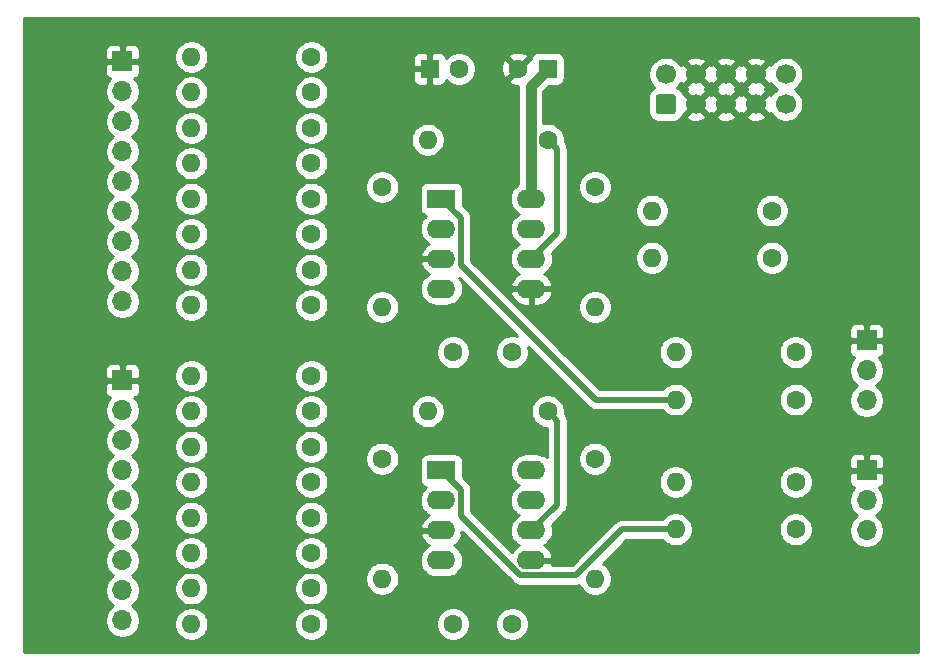
<source format=gbr>
%TF.GenerationSoftware,KiCad,Pcbnew,5.1.8-db9833491~88~ubuntu16.04.1*%
%TF.CreationDate,2021-01-19T23:32:47+01:00*%
%TF.ProjectId,dual-mixer,6475616c-2d6d-4697-9865-722e6b696361,rev?*%
%TF.SameCoordinates,Original*%
%TF.FileFunction,Copper,L1,Top*%
%TF.FilePolarity,Positive*%
%FSLAX46Y46*%
G04 Gerber Fmt 4.6, Leading zero omitted, Abs format (unit mm)*
G04 Created by KiCad (PCBNEW 5.1.8-db9833491~88~ubuntu16.04.1) date 2021-01-19 23:32:47*
%MOMM*%
%LPD*%
G01*
G04 APERTURE LIST*
%TA.AperFunction,ComponentPad*%
%ADD10O,2.400000X1.600000*%
%TD*%
%TA.AperFunction,ComponentPad*%
%ADD11R,2.400000X1.600000*%
%TD*%
%TA.AperFunction,ComponentPad*%
%ADD12C,1.600000*%
%TD*%
%TA.AperFunction,ComponentPad*%
%ADD13R,1.600000X1.600000*%
%TD*%
%TA.AperFunction,ComponentPad*%
%ADD14O,1.600000X1.600000*%
%TD*%
%TA.AperFunction,ComponentPad*%
%ADD15O,1.700000X1.700000*%
%TD*%
%TA.AperFunction,ComponentPad*%
%ADD16R,1.700000X1.700000*%
%TD*%
%TA.AperFunction,ComponentPad*%
%ADD17C,1.700000*%
%TD*%
%TA.AperFunction,ViaPad*%
%ADD18C,4.000000*%
%TD*%
%TA.AperFunction,Conductor*%
%ADD19C,0.508000*%
%TD*%
%TA.AperFunction,Conductor*%
%ADD20C,0.889000*%
%TD*%
%TA.AperFunction,Conductor*%
%ADD21C,0.254000*%
%TD*%
%TA.AperFunction,Conductor*%
%ADD22C,0.100000*%
%TD*%
G04 APERTURE END LIST*
D10*
%TO.P,U2,8*%
%TO.N,+12V*%
X126620000Y-71000000D03*
%TO.P,U2,4*%
%TO.N,-12V*%
X119000000Y-78620000D03*
%TO.P,U2,7*%
%TO.N,Net-(R21-Pad1)*%
X126620000Y-73540000D03*
%TO.P,U2,3*%
%TO.N,GND*%
X119000000Y-76080000D03*
%TO.P,U2,6*%
%TO.N,Net-(R19-Pad1)*%
X126620000Y-76080000D03*
%TO.P,U2,2*%
%TO.N,Net-(R1-Pad1)*%
X119000000Y-73540000D03*
%TO.P,U2,5*%
%TO.N,GND*%
X126620000Y-78620000D03*
D11*
%TO.P,U2,1*%
%TO.N,INVERTED2*%
X119000000Y-71000000D03*
%TD*%
D12*
%TO.P,C4,2*%
%TO.N,-12V*%
X120000000Y-84000000D03*
%TO.P,C4,1*%
%TO.N,+12V*%
X125000000Y-84000000D03*
%TD*%
%TO.P,C3,2*%
%TO.N,-12V*%
X120000000Y-107000000D03*
%TO.P,C3,1*%
%TO.N,+12V*%
X125000000Y-107000000D03*
%TD*%
%TO.P,C2,2*%
%TO.N,-12V*%
X120500000Y-60000000D03*
D13*
%TO.P,C2,1*%
%TO.N,GND*%
X118000000Y-60000000D03*
%TD*%
D12*
%TO.P,C1,2*%
%TO.N,GND*%
X125500000Y-60000000D03*
D13*
%TO.P,C1,1*%
%TO.N,+12V*%
X128000000Y-60000000D03*
%TD*%
D14*
%TO.P,FB2,2*%
%TO.N,-12V*%
X136840000Y-76000000D03*
D12*
%TO.P,FB2,1*%
%TO.N,Net-(FB2-Pad1)*%
X147000000Y-76000000D03*
%TD*%
D14*
%TO.P,FB1,2*%
%TO.N,+12V*%
X136840000Y-72000000D03*
D12*
%TO.P,FB1,1*%
%TO.N,Net-(FB1-Pad1)*%
X147000000Y-72000000D03*
%TD*%
D15*
%TO.P,OUT_A1,3*%
%TO.N,Net-(OUT_A1-Pad3)*%
X155000000Y-99080000D03*
%TO.P,OUT_A1,2*%
%TO.N,Net-(OUT_A1-Pad2)*%
X155000000Y-96540000D03*
D16*
%TO.P,OUT_A1,1*%
%TO.N,GND*%
X155000000Y-94000000D03*
%TD*%
D15*
%TO.P,OUT_B1,3*%
%TO.N,Net-(OUT_B1-Pad3)*%
X155000000Y-88080000D03*
%TO.P,OUT_B1,2*%
%TO.N,Net-(OUT_B1-Pad2)*%
X155000000Y-85540000D03*
D16*
%TO.P,OUT_B1,1*%
%TO.N,GND*%
X155000000Y-83000000D03*
%TD*%
D15*
%TO.P,IN_A1,9*%
%TO.N,Net-(IN_A1-Pad9)*%
X92000000Y-106700000D03*
%TO.P,IN_A1,8*%
%TO.N,Net-(IN_A1-Pad8)*%
X92000000Y-104160000D03*
%TO.P,IN_A1,7*%
%TO.N,Net-(IN_A1-Pad7)*%
X92000000Y-101620000D03*
%TO.P,IN_A1,6*%
%TO.N,Net-(IN_A1-Pad6)*%
X92000000Y-99080000D03*
%TO.P,IN_A1,5*%
%TO.N,Net-(IN_A1-Pad5)*%
X92000000Y-96540000D03*
%TO.P,IN_A1,4*%
%TO.N,Net-(IN_A1-Pad4)*%
X92000000Y-94000000D03*
%TO.P,IN_A1,3*%
%TO.N,Net-(IN_A1-Pad3)*%
X92000000Y-91460000D03*
%TO.P,IN_A1,2*%
%TO.N,Net-(IN_A1-Pad2)*%
X92000000Y-88920000D03*
D16*
%TO.P,IN_A1,1*%
%TO.N,GND*%
X92000000Y-86380000D03*
%TD*%
D15*
%TO.P,IN_B1,9*%
%TO.N,Net-(IN_B1-Pad9)*%
X92000000Y-79700000D03*
%TO.P,IN_B1,8*%
%TO.N,Net-(IN_B1-Pad8)*%
X92000000Y-77160000D03*
%TO.P,IN_B1,7*%
%TO.N,Net-(IN_B1-Pad7)*%
X92000000Y-74620000D03*
%TO.P,IN_B1,6*%
%TO.N,Net-(IN_B1-Pad6)*%
X92000000Y-72080000D03*
%TO.P,IN_B1,5*%
%TO.N,Net-(IN_B1-Pad5)*%
X92000000Y-69540000D03*
%TO.P,IN_B1,4*%
%TO.N,Net-(IN_B1-Pad4)*%
X92000000Y-67000000D03*
%TO.P,IN_B1,3*%
%TO.N,Net-(IN_B1-Pad3)*%
X92000000Y-64460000D03*
%TO.P,IN_B1,2*%
%TO.N,Net-(IN_B1-Pad2)*%
X92000000Y-61920000D03*
D16*
%TO.P,IN_B1,1*%
%TO.N,GND*%
X92000000Y-59380000D03*
%TD*%
D10*
%TO.P,U1,8*%
%TO.N,+12V*%
X126620000Y-94000000D03*
%TO.P,U1,4*%
%TO.N,-12V*%
X119000000Y-101620000D03*
%TO.P,U1,7*%
%TO.N,Net-(R22-Pad1)*%
X126620000Y-96540000D03*
%TO.P,U1,3*%
%TO.N,GND*%
X119000000Y-99080000D03*
%TO.P,U1,6*%
%TO.N,Net-(R20-Pad1)*%
X126620000Y-99080000D03*
%TO.P,U1,2*%
%TO.N,Net-(R10-Pad1)*%
X119000000Y-96540000D03*
%TO.P,U1,5*%
%TO.N,GND*%
X126620000Y-101620000D03*
D11*
%TO.P,U1,1*%
%TO.N,INVERTED1*%
X119000000Y-94000000D03*
%TD*%
D14*
%TO.P,R26,2*%
%TO.N,INVERTED1*%
X138840000Y-99000000D03*
D12*
%TO.P,R26,1*%
%TO.N,Net-(OUT_A1-Pad3)*%
X149000000Y-99000000D03*
%TD*%
D14*
%TO.P,R25,2*%
%TO.N,Net-(R22-Pad1)*%
X138840000Y-95000000D03*
D12*
%TO.P,R25,1*%
%TO.N,Net-(OUT_A1-Pad2)*%
X149000000Y-95000000D03*
%TD*%
D14*
%TO.P,R24,2*%
%TO.N,INVERTED2*%
X138840000Y-88000000D03*
D12*
%TO.P,R24,1*%
%TO.N,Net-(OUT_B1-Pad3)*%
X149000000Y-88000000D03*
%TD*%
D14*
%TO.P,R23,2*%
%TO.N,Net-(R21-Pad1)*%
X138840000Y-84000000D03*
D12*
%TO.P,R23,1*%
%TO.N,Net-(OUT_B1-Pad2)*%
X149000000Y-84000000D03*
%TD*%
D14*
%TO.P,R22,2*%
%TO.N,Net-(R20-Pad1)*%
X132000000Y-103160000D03*
D12*
%TO.P,R22,1*%
%TO.N,Net-(R22-Pad1)*%
X132000000Y-93000000D03*
%TD*%
D14*
%TO.P,R21,2*%
%TO.N,Net-(R19-Pad1)*%
X132000000Y-80160000D03*
D12*
%TO.P,R21,1*%
%TO.N,Net-(R21-Pad1)*%
X132000000Y-70000000D03*
%TD*%
D14*
%TO.P,R20,2*%
%TO.N,INVERTED1*%
X117840000Y-89000000D03*
D12*
%TO.P,R20,1*%
%TO.N,Net-(R20-Pad1)*%
X128000000Y-89000000D03*
%TD*%
D14*
%TO.P,R19,2*%
%TO.N,INVERTED2*%
X117840000Y-66000000D03*
D12*
%TO.P,R19,1*%
%TO.N,Net-(R19-Pad1)*%
X128000000Y-66000000D03*
%TD*%
D14*
%TO.P,R18,2*%
%TO.N,Net-(R10-Pad1)*%
X114000000Y-103160000D03*
D12*
%TO.P,R18,1*%
%TO.N,INVERTED1*%
X114000000Y-93000000D03*
%TD*%
D14*
%TO.P,R17,2*%
%TO.N,Net-(R1-Pad1)*%
X114000000Y-80160000D03*
D12*
%TO.P,R17,1*%
%TO.N,INVERTED2*%
X114000000Y-70000000D03*
%TD*%
D14*
%TO.P,R16,2*%
%TO.N,Net-(IN_A1-Pad2)*%
X97840000Y-86000000D03*
D12*
%TO.P,R16,1*%
%TO.N,Net-(R10-Pad1)*%
X108000000Y-86000000D03*
%TD*%
D14*
%TO.P,R15,2*%
%TO.N,Net-(IN_A1-Pad3)*%
X97840000Y-89000000D03*
D12*
%TO.P,R15,1*%
%TO.N,Net-(R10-Pad1)*%
X108000000Y-89000000D03*
%TD*%
D14*
%TO.P,R14,2*%
%TO.N,Net-(IN_A1-Pad4)*%
X97840000Y-92000000D03*
D12*
%TO.P,R14,1*%
%TO.N,Net-(R10-Pad1)*%
X108000000Y-92000000D03*
%TD*%
D14*
%TO.P,R13,2*%
%TO.N,Net-(IN_A1-Pad5)*%
X97840000Y-95000000D03*
D12*
%TO.P,R13,1*%
%TO.N,Net-(R10-Pad1)*%
X108000000Y-95000000D03*
%TD*%
D14*
%TO.P,R12,2*%
%TO.N,Net-(IN_A1-Pad6)*%
X97840000Y-98000000D03*
D12*
%TO.P,R12,1*%
%TO.N,Net-(R10-Pad1)*%
X108000000Y-98000000D03*
%TD*%
D14*
%TO.P,R11,2*%
%TO.N,Net-(IN_A1-Pad7)*%
X97840000Y-101000000D03*
D12*
%TO.P,R11,1*%
%TO.N,Net-(R10-Pad1)*%
X108000000Y-101000000D03*
%TD*%
D14*
%TO.P,R10,2*%
%TO.N,Net-(IN_A1-Pad8)*%
X97840000Y-104000000D03*
D12*
%TO.P,R10,1*%
%TO.N,Net-(R10-Pad1)*%
X108000000Y-104000000D03*
%TD*%
D14*
%TO.P,R9,2*%
%TO.N,Net-(IN_A1-Pad9)*%
X97840000Y-107000000D03*
D12*
%TO.P,R9,1*%
%TO.N,Net-(R10-Pad1)*%
X108000000Y-107000000D03*
%TD*%
D14*
%TO.P,R8,2*%
%TO.N,Net-(IN_B1-Pad2)*%
X97840000Y-59000000D03*
D12*
%TO.P,R8,1*%
%TO.N,Net-(R1-Pad1)*%
X108000000Y-59000000D03*
%TD*%
D14*
%TO.P,R7,2*%
%TO.N,Net-(IN_B1-Pad3)*%
X97840000Y-62000000D03*
D12*
%TO.P,R7,1*%
%TO.N,Net-(R1-Pad1)*%
X108000000Y-62000000D03*
%TD*%
D14*
%TO.P,R6,2*%
%TO.N,Net-(IN_B1-Pad4)*%
X97840000Y-65000000D03*
D12*
%TO.P,R6,1*%
%TO.N,Net-(R1-Pad1)*%
X108000000Y-65000000D03*
%TD*%
D14*
%TO.P,R5,2*%
%TO.N,Net-(IN_B1-Pad5)*%
X97840000Y-68000000D03*
D12*
%TO.P,R5,1*%
%TO.N,Net-(R1-Pad1)*%
X108000000Y-68000000D03*
%TD*%
D14*
%TO.P,R4,2*%
%TO.N,Net-(IN_B1-Pad6)*%
X97840000Y-71000000D03*
D12*
%TO.P,R4,1*%
%TO.N,Net-(R1-Pad1)*%
X108000000Y-71000000D03*
%TD*%
D14*
%TO.P,R3,2*%
%TO.N,Net-(IN_B1-Pad7)*%
X97840000Y-74000000D03*
D12*
%TO.P,R3,1*%
%TO.N,Net-(R1-Pad1)*%
X108000000Y-74000000D03*
%TD*%
D14*
%TO.P,R2,2*%
%TO.N,Net-(IN_B1-Pad8)*%
X97840000Y-77000000D03*
D12*
%TO.P,R2,1*%
%TO.N,Net-(R1-Pad1)*%
X108000000Y-77000000D03*
%TD*%
D14*
%TO.P,R1,2*%
%TO.N,Net-(IN_B1-Pad9)*%
X97840000Y-80000000D03*
D12*
%TO.P,R1,1*%
%TO.N,Net-(R1-Pad1)*%
X108000000Y-80000000D03*
%TD*%
D17*
%TO.P,POWER1,10*%
%TO.N,Net-(FB1-Pad1)*%
X148160000Y-60460000D03*
%TO.P,POWER1,8*%
%TO.N,GND*%
X145620000Y-60460000D03*
%TO.P,POWER1,6*%
X143080000Y-60460000D03*
%TO.P,POWER1,4*%
X140540000Y-60460000D03*
%TO.P,POWER1,2*%
%TO.N,Net-(FB2-Pad1)*%
X138000000Y-60460000D03*
%TO.P,POWER1,9*%
%TO.N,Net-(FB1-Pad1)*%
X148160000Y-63000000D03*
%TO.P,POWER1,7*%
%TO.N,GND*%
X145620000Y-63000000D03*
%TO.P,POWER1,5*%
X143080000Y-63000000D03*
%TO.P,POWER1,3*%
X140540000Y-63000000D03*
%TO.P,POWER1,1*%
%TO.N,Net-(FB2-Pad1)*%
%TA.AperFunction,ComponentPad*%
G36*
G01*
X138600000Y-63850000D02*
X137400000Y-63850000D01*
G75*
G02*
X137150000Y-63600000I0J250000D01*
G01*
X137150000Y-62400000D01*
G75*
G02*
X137400000Y-62150000I250000J0D01*
G01*
X138600000Y-62150000D01*
G75*
G02*
X138850000Y-62400000I0J-250000D01*
G01*
X138850000Y-63600000D01*
G75*
G02*
X138600000Y-63850000I-250000J0D01*
G01*
G37*
%TD.AperFunction*%
%TD*%
D18*
%TO.N,GND*%
X157000000Y-58000000D03*
X157000000Y-107000000D03*
X86000000Y-107000000D03*
X86000000Y-58000000D03*
%TD*%
D19*
%TO.N,Net-(R19-Pad1)*%
X128799999Y-73900001D02*
X126620000Y-76080000D01*
X128799999Y-66799999D02*
X128799999Y-73900001D01*
X128000000Y-66000000D02*
X128799999Y-66799999D01*
%TO.N,Net-(R20-Pad1)*%
X128799999Y-96900001D02*
X126620000Y-99080000D01*
X128799999Y-89799999D02*
X128799999Y-96900001D01*
X128000000Y-89000000D02*
X128799999Y-89799999D01*
D20*
%TO.N,+12V*%
X126555499Y-70935499D02*
X126620000Y-71000000D01*
X126555499Y-61444501D02*
X126555499Y-70935499D01*
X128000000Y-60000000D02*
X126555499Y-61444501D01*
D19*
%TO.N,INVERTED2*%
X120654010Y-76599427D02*
X120654010Y-72654010D01*
X132054583Y-88000000D02*
X120654010Y-76599427D01*
X120654010Y-72654010D02*
X119000000Y-71000000D01*
X138840000Y-88000000D02*
X132054583Y-88000000D01*
%TO.N,INVERTED1*%
X120654010Y-97827447D02*
X120654010Y-95654010D01*
X125700573Y-102874010D02*
X120654010Y-97827447D01*
X120654010Y-95654010D02*
X119000000Y-94000000D01*
X130430068Y-102874010D02*
X125700573Y-102874010D01*
X134304078Y-99000000D02*
X130430068Y-102874010D01*
X138840000Y-99000000D02*
X134304078Y-99000000D01*
%TD*%
D21*
%TO.N,GND*%
X159340001Y-109340000D02*
X83660000Y-109340000D01*
X83660000Y-87230000D01*
X90511928Y-87230000D01*
X90524188Y-87354482D01*
X90560498Y-87474180D01*
X90619463Y-87584494D01*
X90698815Y-87681185D01*
X90795506Y-87760537D01*
X90905820Y-87819502D01*
X90978380Y-87841513D01*
X90846525Y-87973368D01*
X90684010Y-88216589D01*
X90572068Y-88486842D01*
X90515000Y-88773740D01*
X90515000Y-89066260D01*
X90572068Y-89353158D01*
X90684010Y-89623411D01*
X90846525Y-89866632D01*
X91053368Y-90073475D01*
X91227760Y-90190000D01*
X91053368Y-90306525D01*
X90846525Y-90513368D01*
X90684010Y-90756589D01*
X90572068Y-91026842D01*
X90515000Y-91313740D01*
X90515000Y-91606260D01*
X90572068Y-91893158D01*
X90684010Y-92163411D01*
X90846525Y-92406632D01*
X91053368Y-92613475D01*
X91227760Y-92730000D01*
X91053368Y-92846525D01*
X90846525Y-93053368D01*
X90684010Y-93296589D01*
X90572068Y-93566842D01*
X90515000Y-93853740D01*
X90515000Y-94146260D01*
X90572068Y-94433158D01*
X90684010Y-94703411D01*
X90846525Y-94946632D01*
X91053368Y-95153475D01*
X91227760Y-95270000D01*
X91053368Y-95386525D01*
X90846525Y-95593368D01*
X90684010Y-95836589D01*
X90572068Y-96106842D01*
X90515000Y-96393740D01*
X90515000Y-96686260D01*
X90572068Y-96973158D01*
X90684010Y-97243411D01*
X90846525Y-97486632D01*
X91053368Y-97693475D01*
X91227760Y-97810000D01*
X91053368Y-97926525D01*
X90846525Y-98133368D01*
X90684010Y-98376589D01*
X90572068Y-98646842D01*
X90515000Y-98933740D01*
X90515000Y-99226260D01*
X90572068Y-99513158D01*
X90684010Y-99783411D01*
X90846525Y-100026632D01*
X91053368Y-100233475D01*
X91227760Y-100350000D01*
X91053368Y-100466525D01*
X90846525Y-100673368D01*
X90684010Y-100916589D01*
X90572068Y-101186842D01*
X90515000Y-101473740D01*
X90515000Y-101766260D01*
X90572068Y-102053158D01*
X90684010Y-102323411D01*
X90846525Y-102566632D01*
X91053368Y-102773475D01*
X91227760Y-102890000D01*
X91053368Y-103006525D01*
X90846525Y-103213368D01*
X90684010Y-103456589D01*
X90572068Y-103726842D01*
X90515000Y-104013740D01*
X90515000Y-104306260D01*
X90572068Y-104593158D01*
X90684010Y-104863411D01*
X90846525Y-105106632D01*
X91053368Y-105313475D01*
X91227760Y-105430000D01*
X91053368Y-105546525D01*
X90846525Y-105753368D01*
X90684010Y-105996589D01*
X90572068Y-106266842D01*
X90515000Y-106553740D01*
X90515000Y-106846260D01*
X90572068Y-107133158D01*
X90684010Y-107403411D01*
X90846525Y-107646632D01*
X91053368Y-107853475D01*
X91296589Y-108015990D01*
X91566842Y-108127932D01*
X91853740Y-108185000D01*
X92146260Y-108185000D01*
X92433158Y-108127932D01*
X92703411Y-108015990D01*
X92946632Y-107853475D01*
X93153475Y-107646632D01*
X93315990Y-107403411D01*
X93427932Y-107133158D01*
X93482532Y-106858665D01*
X96405000Y-106858665D01*
X96405000Y-107141335D01*
X96460147Y-107418574D01*
X96568320Y-107679727D01*
X96725363Y-107914759D01*
X96925241Y-108114637D01*
X97160273Y-108271680D01*
X97421426Y-108379853D01*
X97698665Y-108435000D01*
X97981335Y-108435000D01*
X98258574Y-108379853D01*
X98519727Y-108271680D01*
X98754759Y-108114637D01*
X98954637Y-107914759D01*
X99111680Y-107679727D01*
X99219853Y-107418574D01*
X99275000Y-107141335D01*
X99275000Y-106858665D01*
X106565000Y-106858665D01*
X106565000Y-107141335D01*
X106620147Y-107418574D01*
X106728320Y-107679727D01*
X106885363Y-107914759D01*
X107085241Y-108114637D01*
X107320273Y-108271680D01*
X107581426Y-108379853D01*
X107858665Y-108435000D01*
X108141335Y-108435000D01*
X108418574Y-108379853D01*
X108679727Y-108271680D01*
X108914759Y-108114637D01*
X109114637Y-107914759D01*
X109271680Y-107679727D01*
X109379853Y-107418574D01*
X109435000Y-107141335D01*
X109435000Y-106858665D01*
X118565000Y-106858665D01*
X118565000Y-107141335D01*
X118620147Y-107418574D01*
X118728320Y-107679727D01*
X118885363Y-107914759D01*
X119085241Y-108114637D01*
X119320273Y-108271680D01*
X119581426Y-108379853D01*
X119858665Y-108435000D01*
X120141335Y-108435000D01*
X120418574Y-108379853D01*
X120679727Y-108271680D01*
X120914759Y-108114637D01*
X121114637Y-107914759D01*
X121271680Y-107679727D01*
X121379853Y-107418574D01*
X121435000Y-107141335D01*
X121435000Y-106858665D01*
X123565000Y-106858665D01*
X123565000Y-107141335D01*
X123620147Y-107418574D01*
X123728320Y-107679727D01*
X123885363Y-107914759D01*
X124085241Y-108114637D01*
X124320273Y-108271680D01*
X124581426Y-108379853D01*
X124858665Y-108435000D01*
X125141335Y-108435000D01*
X125418574Y-108379853D01*
X125679727Y-108271680D01*
X125914759Y-108114637D01*
X126114637Y-107914759D01*
X126271680Y-107679727D01*
X126379853Y-107418574D01*
X126435000Y-107141335D01*
X126435000Y-106858665D01*
X126379853Y-106581426D01*
X126271680Y-106320273D01*
X126114637Y-106085241D01*
X125914759Y-105885363D01*
X125679727Y-105728320D01*
X125418574Y-105620147D01*
X125141335Y-105565000D01*
X124858665Y-105565000D01*
X124581426Y-105620147D01*
X124320273Y-105728320D01*
X124085241Y-105885363D01*
X123885363Y-106085241D01*
X123728320Y-106320273D01*
X123620147Y-106581426D01*
X123565000Y-106858665D01*
X121435000Y-106858665D01*
X121379853Y-106581426D01*
X121271680Y-106320273D01*
X121114637Y-106085241D01*
X120914759Y-105885363D01*
X120679727Y-105728320D01*
X120418574Y-105620147D01*
X120141335Y-105565000D01*
X119858665Y-105565000D01*
X119581426Y-105620147D01*
X119320273Y-105728320D01*
X119085241Y-105885363D01*
X118885363Y-106085241D01*
X118728320Y-106320273D01*
X118620147Y-106581426D01*
X118565000Y-106858665D01*
X109435000Y-106858665D01*
X109379853Y-106581426D01*
X109271680Y-106320273D01*
X109114637Y-106085241D01*
X108914759Y-105885363D01*
X108679727Y-105728320D01*
X108418574Y-105620147D01*
X108141335Y-105565000D01*
X107858665Y-105565000D01*
X107581426Y-105620147D01*
X107320273Y-105728320D01*
X107085241Y-105885363D01*
X106885363Y-106085241D01*
X106728320Y-106320273D01*
X106620147Y-106581426D01*
X106565000Y-106858665D01*
X99275000Y-106858665D01*
X99219853Y-106581426D01*
X99111680Y-106320273D01*
X98954637Y-106085241D01*
X98754759Y-105885363D01*
X98519727Y-105728320D01*
X98258574Y-105620147D01*
X97981335Y-105565000D01*
X97698665Y-105565000D01*
X97421426Y-105620147D01*
X97160273Y-105728320D01*
X96925241Y-105885363D01*
X96725363Y-106085241D01*
X96568320Y-106320273D01*
X96460147Y-106581426D01*
X96405000Y-106858665D01*
X93482532Y-106858665D01*
X93485000Y-106846260D01*
X93485000Y-106553740D01*
X93427932Y-106266842D01*
X93315990Y-105996589D01*
X93153475Y-105753368D01*
X92946632Y-105546525D01*
X92772240Y-105430000D01*
X92946632Y-105313475D01*
X93153475Y-105106632D01*
X93315990Y-104863411D01*
X93427932Y-104593158D01*
X93485000Y-104306260D01*
X93485000Y-104013740D01*
X93454154Y-103858665D01*
X96405000Y-103858665D01*
X96405000Y-104141335D01*
X96460147Y-104418574D01*
X96568320Y-104679727D01*
X96725363Y-104914759D01*
X96925241Y-105114637D01*
X97160273Y-105271680D01*
X97421426Y-105379853D01*
X97698665Y-105435000D01*
X97981335Y-105435000D01*
X98258574Y-105379853D01*
X98519727Y-105271680D01*
X98754759Y-105114637D01*
X98954637Y-104914759D01*
X99111680Y-104679727D01*
X99219853Y-104418574D01*
X99275000Y-104141335D01*
X99275000Y-103858665D01*
X106565000Y-103858665D01*
X106565000Y-104141335D01*
X106620147Y-104418574D01*
X106728320Y-104679727D01*
X106885363Y-104914759D01*
X107085241Y-105114637D01*
X107320273Y-105271680D01*
X107581426Y-105379853D01*
X107858665Y-105435000D01*
X108141335Y-105435000D01*
X108418574Y-105379853D01*
X108679727Y-105271680D01*
X108914759Y-105114637D01*
X109114637Y-104914759D01*
X109271680Y-104679727D01*
X109379853Y-104418574D01*
X109435000Y-104141335D01*
X109435000Y-103858665D01*
X109379853Y-103581426D01*
X109271680Y-103320273D01*
X109114637Y-103085241D01*
X109048061Y-103018665D01*
X112565000Y-103018665D01*
X112565000Y-103301335D01*
X112620147Y-103578574D01*
X112728320Y-103839727D01*
X112885363Y-104074759D01*
X113085241Y-104274637D01*
X113320273Y-104431680D01*
X113581426Y-104539853D01*
X113858665Y-104595000D01*
X114141335Y-104595000D01*
X114418574Y-104539853D01*
X114679727Y-104431680D01*
X114914759Y-104274637D01*
X115114637Y-104074759D01*
X115271680Y-103839727D01*
X115379853Y-103578574D01*
X115435000Y-103301335D01*
X115435000Y-103018665D01*
X115379853Y-102741426D01*
X115271680Y-102480273D01*
X115114637Y-102245241D01*
X114914759Y-102045363D01*
X114679727Y-101888320D01*
X114418574Y-101780147D01*
X114141335Y-101725000D01*
X113858665Y-101725000D01*
X113581426Y-101780147D01*
X113320273Y-101888320D01*
X113085241Y-102045363D01*
X112885363Y-102245241D01*
X112728320Y-102480273D01*
X112620147Y-102741426D01*
X112565000Y-103018665D01*
X109048061Y-103018665D01*
X108914759Y-102885363D01*
X108679727Y-102728320D01*
X108418574Y-102620147D01*
X108141335Y-102565000D01*
X107858665Y-102565000D01*
X107581426Y-102620147D01*
X107320273Y-102728320D01*
X107085241Y-102885363D01*
X106885363Y-103085241D01*
X106728320Y-103320273D01*
X106620147Y-103581426D01*
X106565000Y-103858665D01*
X99275000Y-103858665D01*
X99219853Y-103581426D01*
X99111680Y-103320273D01*
X98954637Y-103085241D01*
X98754759Y-102885363D01*
X98519727Y-102728320D01*
X98258574Y-102620147D01*
X97981335Y-102565000D01*
X97698665Y-102565000D01*
X97421426Y-102620147D01*
X97160273Y-102728320D01*
X96925241Y-102885363D01*
X96725363Y-103085241D01*
X96568320Y-103320273D01*
X96460147Y-103581426D01*
X96405000Y-103858665D01*
X93454154Y-103858665D01*
X93427932Y-103726842D01*
X93315990Y-103456589D01*
X93153475Y-103213368D01*
X92946632Y-103006525D01*
X92772240Y-102890000D01*
X92946632Y-102773475D01*
X93153475Y-102566632D01*
X93315990Y-102323411D01*
X93427932Y-102053158D01*
X93485000Y-101766260D01*
X93485000Y-101473740D01*
X93427932Y-101186842D01*
X93315990Y-100916589D01*
X93277287Y-100858665D01*
X96405000Y-100858665D01*
X96405000Y-101141335D01*
X96460147Y-101418574D01*
X96568320Y-101679727D01*
X96725363Y-101914759D01*
X96925241Y-102114637D01*
X97160273Y-102271680D01*
X97421426Y-102379853D01*
X97698665Y-102435000D01*
X97981335Y-102435000D01*
X98258574Y-102379853D01*
X98519727Y-102271680D01*
X98754759Y-102114637D01*
X98954637Y-101914759D01*
X99111680Y-101679727D01*
X99219853Y-101418574D01*
X99275000Y-101141335D01*
X99275000Y-100858665D01*
X106565000Y-100858665D01*
X106565000Y-101141335D01*
X106620147Y-101418574D01*
X106728320Y-101679727D01*
X106885363Y-101914759D01*
X107085241Y-102114637D01*
X107320273Y-102271680D01*
X107581426Y-102379853D01*
X107858665Y-102435000D01*
X108141335Y-102435000D01*
X108418574Y-102379853D01*
X108679727Y-102271680D01*
X108914759Y-102114637D01*
X109114637Y-101914759D01*
X109271680Y-101679727D01*
X109379853Y-101418574D01*
X109435000Y-101141335D01*
X109435000Y-100858665D01*
X109379853Y-100581426D01*
X109271680Y-100320273D01*
X109114637Y-100085241D01*
X108914759Y-99885363D01*
X108679727Y-99728320D01*
X108418574Y-99620147D01*
X108141335Y-99565000D01*
X107858665Y-99565000D01*
X107581426Y-99620147D01*
X107320273Y-99728320D01*
X107085241Y-99885363D01*
X106885363Y-100085241D01*
X106728320Y-100320273D01*
X106620147Y-100581426D01*
X106565000Y-100858665D01*
X99275000Y-100858665D01*
X99219853Y-100581426D01*
X99111680Y-100320273D01*
X98954637Y-100085241D01*
X98754759Y-99885363D01*
X98519727Y-99728320D01*
X98258574Y-99620147D01*
X97981335Y-99565000D01*
X97698665Y-99565000D01*
X97421426Y-99620147D01*
X97160273Y-99728320D01*
X96925241Y-99885363D01*
X96725363Y-100085241D01*
X96568320Y-100320273D01*
X96460147Y-100581426D01*
X96405000Y-100858665D01*
X93277287Y-100858665D01*
X93153475Y-100673368D01*
X92946632Y-100466525D01*
X92772240Y-100350000D01*
X92946632Y-100233475D01*
X93153475Y-100026632D01*
X93315990Y-99783411D01*
X93427932Y-99513158D01*
X93485000Y-99226260D01*
X93485000Y-98933740D01*
X93427932Y-98646842D01*
X93315990Y-98376589D01*
X93153475Y-98133368D01*
X92946632Y-97926525D01*
X92845073Y-97858665D01*
X96405000Y-97858665D01*
X96405000Y-98141335D01*
X96460147Y-98418574D01*
X96568320Y-98679727D01*
X96725363Y-98914759D01*
X96925241Y-99114637D01*
X97160273Y-99271680D01*
X97421426Y-99379853D01*
X97698665Y-99435000D01*
X97981335Y-99435000D01*
X98258574Y-99379853D01*
X98519727Y-99271680D01*
X98754759Y-99114637D01*
X98954637Y-98914759D01*
X99111680Y-98679727D01*
X99219853Y-98418574D01*
X99275000Y-98141335D01*
X99275000Y-97858665D01*
X106565000Y-97858665D01*
X106565000Y-98141335D01*
X106620147Y-98418574D01*
X106728320Y-98679727D01*
X106885363Y-98914759D01*
X107085241Y-99114637D01*
X107320273Y-99271680D01*
X107581426Y-99379853D01*
X107858665Y-99435000D01*
X108141335Y-99435000D01*
X108418574Y-99379853D01*
X108679727Y-99271680D01*
X108914759Y-99114637D01*
X109114637Y-98914759D01*
X109271680Y-98679727D01*
X109379853Y-98418574D01*
X109435000Y-98141335D01*
X109435000Y-97858665D01*
X109379853Y-97581426D01*
X109271680Y-97320273D01*
X109114637Y-97085241D01*
X108914759Y-96885363D01*
X108679727Y-96728320D01*
X108418574Y-96620147D01*
X108141335Y-96565000D01*
X107858665Y-96565000D01*
X107581426Y-96620147D01*
X107320273Y-96728320D01*
X107085241Y-96885363D01*
X106885363Y-97085241D01*
X106728320Y-97320273D01*
X106620147Y-97581426D01*
X106565000Y-97858665D01*
X99275000Y-97858665D01*
X99219853Y-97581426D01*
X99111680Y-97320273D01*
X98954637Y-97085241D01*
X98754759Y-96885363D01*
X98519727Y-96728320D01*
X98258574Y-96620147D01*
X97981335Y-96565000D01*
X97698665Y-96565000D01*
X97421426Y-96620147D01*
X97160273Y-96728320D01*
X96925241Y-96885363D01*
X96725363Y-97085241D01*
X96568320Y-97320273D01*
X96460147Y-97581426D01*
X96405000Y-97858665D01*
X92845073Y-97858665D01*
X92772240Y-97810000D01*
X92946632Y-97693475D01*
X93153475Y-97486632D01*
X93315990Y-97243411D01*
X93427932Y-96973158D01*
X93485000Y-96686260D01*
X93485000Y-96540000D01*
X117158057Y-96540000D01*
X117185764Y-96821309D01*
X117267818Y-97091808D01*
X117401068Y-97341101D01*
X117580392Y-97559608D01*
X117798899Y-97738932D01*
X117926741Y-97807265D01*
X117697161Y-97957399D01*
X117495500Y-98155105D01*
X117336285Y-98388354D01*
X117225633Y-98648182D01*
X117208096Y-98730961D01*
X117330085Y-98953000D01*
X118873000Y-98953000D01*
X118873000Y-98933000D01*
X119127000Y-98933000D01*
X119127000Y-98953000D01*
X119147000Y-98953000D01*
X119147000Y-99207000D01*
X119127000Y-99207000D01*
X119127000Y-99227000D01*
X118873000Y-99227000D01*
X118873000Y-99207000D01*
X117330085Y-99207000D01*
X117208096Y-99429039D01*
X117225633Y-99511818D01*
X117336285Y-99771646D01*
X117495500Y-100004895D01*
X117697161Y-100202601D01*
X117926741Y-100352735D01*
X117798899Y-100421068D01*
X117580392Y-100600392D01*
X117401068Y-100818899D01*
X117267818Y-101068192D01*
X117185764Y-101338691D01*
X117158057Y-101620000D01*
X117185764Y-101901309D01*
X117267818Y-102171808D01*
X117401068Y-102421101D01*
X117580392Y-102639608D01*
X117798899Y-102818932D01*
X118048192Y-102952182D01*
X118318691Y-103034236D01*
X118529508Y-103055000D01*
X119470492Y-103055000D01*
X119681309Y-103034236D01*
X119951808Y-102952182D01*
X120201101Y-102818932D01*
X120419608Y-102639608D01*
X120598932Y-102421101D01*
X120732182Y-102171808D01*
X120814236Y-101901309D01*
X120841943Y-101620000D01*
X120814236Y-101338691D01*
X120732182Y-101068192D01*
X120598932Y-100818899D01*
X120419608Y-100600392D01*
X120201101Y-100421068D01*
X120073259Y-100352735D01*
X120302839Y-100202601D01*
X120504500Y-100004895D01*
X120663715Y-99771646D01*
X120774367Y-99511818D01*
X120791904Y-99429039D01*
X120669916Y-99207002D01*
X120776330Y-99207002D01*
X125041079Y-103471752D01*
X125068914Y-103505669D01*
X125204282Y-103616763D01*
X125358722Y-103699313D01*
X125449475Y-103726842D01*
X125526298Y-103750146D01*
X125542898Y-103751781D01*
X125656906Y-103763010D01*
X125656913Y-103763010D01*
X125700573Y-103767310D01*
X125744233Y-103763010D01*
X130386408Y-103763010D01*
X130430068Y-103767310D01*
X130473728Y-103763010D01*
X130473735Y-103763010D01*
X130604342Y-103750146D01*
X130681517Y-103726736D01*
X130728320Y-103839727D01*
X130885363Y-104074759D01*
X131085241Y-104274637D01*
X131320273Y-104431680D01*
X131581426Y-104539853D01*
X131858665Y-104595000D01*
X132141335Y-104595000D01*
X132418574Y-104539853D01*
X132679727Y-104431680D01*
X132914759Y-104274637D01*
X133114637Y-104074759D01*
X133271680Y-103839727D01*
X133379853Y-103578574D01*
X133435000Y-103301335D01*
X133435000Y-103018665D01*
X133379853Y-102741426D01*
X133271680Y-102480273D01*
X133114637Y-102245241D01*
X132914759Y-102045363D01*
X132679727Y-101888320D01*
X132674966Y-101886348D01*
X134672314Y-99889000D01*
X137708151Y-99889000D01*
X137725363Y-99914759D01*
X137925241Y-100114637D01*
X138160273Y-100271680D01*
X138421426Y-100379853D01*
X138698665Y-100435000D01*
X138981335Y-100435000D01*
X139258574Y-100379853D01*
X139519727Y-100271680D01*
X139754759Y-100114637D01*
X139954637Y-99914759D01*
X140111680Y-99679727D01*
X140219853Y-99418574D01*
X140275000Y-99141335D01*
X140275000Y-98858665D01*
X147565000Y-98858665D01*
X147565000Y-99141335D01*
X147620147Y-99418574D01*
X147728320Y-99679727D01*
X147885363Y-99914759D01*
X148085241Y-100114637D01*
X148320273Y-100271680D01*
X148581426Y-100379853D01*
X148858665Y-100435000D01*
X149141335Y-100435000D01*
X149418574Y-100379853D01*
X149679727Y-100271680D01*
X149914759Y-100114637D01*
X150114637Y-99914759D01*
X150271680Y-99679727D01*
X150379853Y-99418574D01*
X150435000Y-99141335D01*
X150435000Y-98858665D01*
X150379853Y-98581426D01*
X150271680Y-98320273D01*
X150114637Y-98085241D01*
X149914759Y-97885363D01*
X149679727Y-97728320D01*
X149418574Y-97620147D01*
X149141335Y-97565000D01*
X148858665Y-97565000D01*
X148581426Y-97620147D01*
X148320273Y-97728320D01*
X148085241Y-97885363D01*
X147885363Y-98085241D01*
X147728320Y-98320273D01*
X147620147Y-98581426D01*
X147565000Y-98858665D01*
X140275000Y-98858665D01*
X140219853Y-98581426D01*
X140111680Y-98320273D01*
X139954637Y-98085241D01*
X139754759Y-97885363D01*
X139519727Y-97728320D01*
X139258574Y-97620147D01*
X138981335Y-97565000D01*
X138698665Y-97565000D01*
X138421426Y-97620147D01*
X138160273Y-97728320D01*
X137925241Y-97885363D01*
X137725363Y-98085241D01*
X137708151Y-98111000D01*
X134347737Y-98111000D01*
X134304077Y-98106700D01*
X134260417Y-98111000D01*
X134260411Y-98111000D01*
X134163002Y-98120594D01*
X134129802Y-98123864D01*
X134028136Y-98154704D01*
X133962227Y-98174697D01*
X133807787Y-98257247D01*
X133672419Y-98368341D01*
X133644584Y-98402258D01*
X130061833Y-101985010D01*
X128408520Y-101985010D01*
X128411904Y-101969039D01*
X128289915Y-101747000D01*
X126747000Y-101747000D01*
X126747000Y-101767000D01*
X126493000Y-101767000D01*
X126493000Y-101747000D01*
X126473000Y-101747000D01*
X126473000Y-101493000D01*
X126493000Y-101493000D01*
X126493000Y-101473000D01*
X126747000Y-101473000D01*
X126747000Y-101493000D01*
X128289915Y-101493000D01*
X128411904Y-101270961D01*
X128394367Y-101188182D01*
X128283715Y-100928354D01*
X128124500Y-100695105D01*
X127922839Y-100497399D01*
X127693259Y-100347265D01*
X127821101Y-100278932D01*
X128039608Y-100099608D01*
X128218932Y-99881101D01*
X128352182Y-99631808D01*
X128434236Y-99361309D01*
X128461943Y-99080000D01*
X128434236Y-98798691D01*
X128370071Y-98587165D01*
X129397741Y-97559495D01*
X129431658Y-97531660D01*
X129542752Y-97396292D01*
X129625302Y-97241852D01*
X129672809Y-97085241D01*
X129676135Y-97074277D01*
X129688246Y-96951311D01*
X129688999Y-96943668D01*
X129688999Y-96943662D01*
X129693299Y-96900002D01*
X129688999Y-96856342D01*
X129688999Y-94858665D01*
X137405000Y-94858665D01*
X137405000Y-95141335D01*
X137460147Y-95418574D01*
X137568320Y-95679727D01*
X137725363Y-95914759D01*
X137925241Y-96114637D01*
X138160273Y-96271680D01*
X138421426Y-96379853D01*
X138698665Y-96435000D01*
X138981335Y-96435000D01*
X139258574Y-96379853D01*
X139519727Y-96271680D01*
X139754759Y-96114637D01*
X139954637Y-95914759D01*
X140111680Y-95679727D01*
X140219853Y-95418574D01*
X140275000Y-95141335D01*
X140275000Y-94858665D01*
X147565000Y-94858665D01*
X147565000Y-95141335D01*
X147620147Y-95418574D01*
X147728320Y-95679727D01*
X147885363Y-95914759D01*
X148085241Y-96114637D01*
X148320273Y-96271680D01*
X148581426Y-96379853D01*
X148858665Y-96435000D01*
X149141335Y-96435000D01*
X149418574Y-96379853D01*
X149679727Y-96271680D01*
X149914759Y-96114637D01*
X150114637Y-95914759D01*
X150271680Y-95679727D01*
X150379853Y-95418574D01*
X150435000Y-95141335D01*
X150435000Y-94858665D01*
X150433277Y-94850000D01*
X153511928Y-94850000D01*
X153524188Y-94974482D01*
X153560498Y-95094180D01*
X153619463Y-95204494D01*
X153698815Y-95301185D01*
X153795506Y-95380537D01*
X153905820Y-95439502D01*
X153978380Y-95461513D01*
X153846525Y-95593368D01*
X153684010Y-95836589D01*
X153572068Y-96106842D01*
X153515000Y-96393740D01*
X153515000Y-96686260D01*
X153572068Y-96973158D01*
X153684010Y-97243411D01*
X153846525Y-97486632D01*
X154053368Y-97693475D01*
X154227760Y-97810000D01*
X154053368Y-97926525D01*
X153846525Y-98133368D01*
X153684010Y-98376589D01*
X153572068Y-98646842D01*
X153515000Y-98933740D01*
X153515000Y-99226260D01*
X153572068Y-99513158D01*
X153684010Y-99783411D01*
X153846525Y-100026632D01*
X154053368Y-100233475D01*
X154296589Y-100395990D01*
X154566842Y-100507932D01*
X154853740Y-100565000D01*
X155146260Y-100565000D01*
X155433158Y-100507932D01*
X155703411Y-100395990D01*
X155946632Y-100233475D01*
X156153475Y-100026632D01*
X156315990Y-99783411D01*
X156427932Y-99513158D01*
X156485000Y-99226260D01*
X156485000Y-98933740D01*
X156427932Y-98646842D01*
X156315990Y-98376589D01*
X156153475Y-98133368D01*
X155946632Y-97926525D01*
X155772240Y-97810000D01*
X155946632Y-97693475D01*
X156153475Y-97486632D01*
X156315990Y-97243411D01*
X156427932Y-96973158D01*
X156485000Y-96686260D01*
X156485000Y-96393740D01*
X156427932Y-96106842D01*
X156315990Y-95836589D01*
X156153475Y-95593368D01*
X156021620Y-95461513D01*
X156094180Y-95439502D01*
X156204494Y-95380537D01*
X156301185Y-95301185D01*
X156380537Y-95204494D01*
X156439502Y-95094180D01*
X156475812Y-94974482D01*
X156488072Y-94850000D01*
X156485000Y-94285750D01*
X156326250Y-94127000D01*
X155127000Y-94127000D01*
X155127000Y-94147000D01*
X154873000Y-94147000D01*
X154873000Y-94127000D01*
X153673750Y-94127000D01*
X153515000Y-94285750D01*
X153511928Y-94850000D01*
X150433277Y-94850000D01*
X150379853Y-94581426D01*
X150271680Y-94320273D01*
X150114637Y-94085241D01*
X149914759Y-93885363D01*
X149679727Y-93728320D01*
X149418574Y-93620147D01*
X149141335Y-93565000D01*
X148858665Y-93565000D01*
X148581426Y-93620147D01*
X148320273Y-93728320D01*
X148085241Y-93885363D01*
X147885363Y-94085241D01*
X147728320Y-94320273D01*
X147620147Y-94581426D01*
X147565000Y-94858665D01*
X140275000Y-94858665D01*
X140219853Y-94581426D01*
X140111680Y-94320273D01*
X139954637Y-94085241D01*
X139754759Y-93885363D01*
X139519727Y-93728320D01*
X139258574Y-93620147D01*
X138981335Y-93565000D01*
X138698665Y-93565000D01*
X138421426Y-93620147D01*
X138160273Y-93728320D01*
X137925241Y-93885363D01*
X137725363Y-94085241D01*
X137568320Y-94320273D01*
X137460147Y-94581426D01*
X137405000Y-94858665D01*
X129688999Y-94858665D01*
X129688999Y-92858665D01*
X130565000Y-92858665D01*
X130565000Y-93141335D01*
X130620147Y-93418574D01*
X130728320Y-93679727D01*
X130885363Y-93914759D01*
X131085241Y-94114637D01*
X131320273Y-94271680D01*
X131581426Y-94379853D01*
X131858665Y-94435000D01*
X132141335Y-94435000D01*
X132418574Y-94379853D01*
X132679727Y-94271680D01*
X132914759Y-94114637D01*
X133114637Y-93914759D01*
X133271680Y-93679727D01*
X133379853Y-93418574D01*
X133433276Y-93150000D01*
X153511928Y-93150000D01*
X153515000Y-93714250D01*
X153673750Y-93873000D01*
X154873000Y-93873000D01*
X154873000Y-92673750D01*
X155127000Y-92673750D01*
X155127000Y-93873000D01*
X156326250Y-93873000D01*
X156485000Y-93714250D01*
X156488072Y-93150000D01*
X156475812Y-93025518D01*
X156439502Y-92905820D01*
X156380537Y-92795506D01*
X156301185Y-92698815D01*
X156204494Y-92619463D01*
X156094180Y-92560498D01*
X155974482Y-92524188D01*
X155850000Y-92511928D01*
X155285750Y-92515000D01*
X155127000Y-92673750D01*
X154873000Y-92673750D01*
X154714250Y-92515000D01*
X154150000Y-92511928D01*
X154025518Y-92524188D01*
X153905820Y-92560498D01*
X153795506Y-92619463D01*
X153698815Y-92698815D01*
X153619463Y-92795506D01*
X153560498Y-92905820D01*
X153524188Y-93025518D01*
X153511928Y-93150000D01*
X133433276Y-93150000D01*
X133435000Y-93141335D01*
X133435000Y-92858665D01*
X133379853Y-92581426D01*
X133271680Y-92320273D01*
X133114637Y-92085241D01*
X132914759Y-91885363D01*
X132679727Y-91728320D01*
X132418574Y-91620147D01*
X132141335Y-91565000D01*
X131858665Y-91565000D01*
X131581426Y-91620147D01*
X131320273Y-91728320D01*
X131085241Y-91885363D01*
X130885363Y-92085241D01*
X130728320Y-92320273D01*
X130620147Y-92581426D01*
X130565000Y-92858665D01*
X129688999Y-92858665D01*
X129688999Y-89843658D01*
X129693299Y-89799998D01*
X129688999Y-89756333D01*
X129688999Y-89756332D01*
X129676135Y-89625725D01*
X129676135Y-89625723D01*
X129645295Y-89524057D01*
X129625302Y-89458148D01*
X129542752Y-89303708D01*
X129431658Y-89168340D01*
X129429913Y-89166908D01*
X129435000Y-89141335D01*
X129435000Y-88858665D01*
X129379853Y-88581426D01*
X129271680Y-88320273D01*
X129114637Y-88085241D01*
X128914759Y-87885363D01*
X128679727Y-87728320D01*
X128418574Y-87620147D01*
X128141335Y-87565000D01*
X127858665Y-87565000D01*
X127581426Y-87620147D01*
X127320273Y-87728320D01*
X127085241Y-87885363D01*
X126885363Y-88085241D01*
X126728320Y-88320273D01*
X126620147Y-88581426D01*
X126565000Y-88858665D01*
X126565000Y-89141335D01*
X126620147Y-89418574D01*
X126728320Y-89679727D01*
X126885363Y-89914759D01*
X127085241Y-90114637D01*
X127320273Y-90271680D01*
X127581426Y-90379853D01*
X127858665Y-90435000D01*
X127910999Y-90435000D01*
X127910999Y-92874846D01*
X127821101Y-92801068D01*
X127571808Y-92667818D01*
X127301309Y-92585764D01*
X127090492Y-92565000D01*
X126149508Y-92565000D01*
X125938691Y-92585764D01*
X125668192Y-92667818D01*
X125418899Y-92801068D01*
X125200392Y-92980392D01*
X125021068Y-93198899D01*
X124887818Y-93448192D01*
X124805764Y-93718691D01*
X124778057Y-94000000D01*
X124805764Y-94281309D01*
X124887818Y-94551808D01*
X125021068Y-94801101D01*
X125200392Y-95019608D01*
X125418899Y-95198932D01*
X125551858Y-95270000D01*
X125418899Y-95341068D01*
X125200392Y-95520392D01*
X125021068Y-95738899D01*
X124887818Y-95988192D01*
X124805764Y-96258691D01*
X124778057Y-96540000D01*
X124805764Y-96821309D01*
X124887818Y-97091808D01*
X125021068Y-97341101D01*
X125200392Y-97559608D01*
X125418899Y-97738932D01*
X125551858Y-97810000D01*
X125418899Y-97881068D01*
X125200392Y-98060392D01*
X125021068Y-98278899D01*
X124887818Y-98528192D01*
X124805764Y-98798691D01*
X124778057Y-99080000D01*
X124805764Y-99361309D01*
X124887818Y-99631808D01*
X125021068Y-99881101D01*
X125200392Y-100099608D01*
X125418899Y-100278932D01*
X125546741Y-100347265D01*
X125317161Y-100497399D01*
X125115500Y-100695105D01*
X124978949Y-100895151D01*
X121543010Y-97459212D01*
X121543010Y-95697669D01*
X121547310Y-95654009D01*
X121543010Y-95610349D01*
X121543010Y-95610343D01*
X121530967Y-95488072D01*
X121530146Y-95479734D01*
X121479312Y-95312157D01*
X121473447Y-95301185D01*
X121396763Y-95157719D01*
X121285669Y-95022351D01*
X121251746Y-94994511D01*
X120838072Y-94580837D01*
X120838072Y-93200000D01*
X120825812Y-93075518D01*
X120789502Y-92955820D01*
X120730537Y-92845506D01*
X120651185Y-92748815D01*
X120554494Y-92669463D01*
X120444180Y-92610498D01*
X120324482Y-92574188D01*
X120200000Y-92561928D01*
X117800000Y-92561928D01*
X117675518Y-92574188D01*
X117555820Y-92610498D01*
X117445506Y-92669463D01*
X117348815Y-92748815D01*
X117269463Y-92845506D01*
X117210498Y-92955820D01*
X117174188Y-93075518D01*
X117161928Y-93200000D01*
X117161928Y-94800000D01*
X117174188Y-94924482D01*
X117210498Y-95044180D01*
X117269463Y-95154494D01*
X117348815Y-95251185D01*
X117445506Y-95330537D01*
X117555820Y-95389502D01*
X117675518Y-95425812D01*
X117693482Y-95427581D01*
X117580392Y-95520392D01*
X117401068Y-95738899D01*
X117267818Y-95988192D01*
X117185764Y-96258691D01*
X117158057Y-96540000D01*
X93485000Y-96540000D01*
X93485000Y-96393740D01*
X93427932Y-96106842D01*
X93315990Y-95836589D01*
X93153475Y-95593368D01*
X92946632Y-95386525D01*
X92772240Y-95270000D01*
X92946632Y-95153475D01*
X93153475Y-94946632D01*
X93212252Y-94858665D01*
X96405000Y-94858665D01*
X96405000Y-95141335D01*
X96460147Y-95418574D01*
X96568320Y-95679727D01*
X96725363Y-95914759D01*
X96925241Y-96114637D01*
X97160273Y-96271680D01*
X97421426Y-96379853D01*
X97698665Y-96435000D01*
X97981335Y-96435000D01*
X98258574Y-96379853D01*
X98519727Y-96271680D01*
X98754759Y-96114637D01*
X98954637Y-95914759D01*
X99111680Y-95679727D01*
X99219853Y-95418574D01*
X99275000Y-95141335D01*
X99275000Y-94858665D01*
X106565000Y-94858665D01*
X106565000Y-95141335D01*
X106620147Y-95418574D01*
X106728320Y-95679727D01*
X106885363Y-95914759D01*
X107085241Y-96114637D01*
X107320273Y-96271680D01*
X107581426Y-96379853D01*
X107858665Y-96435000D01*
X108141335Y-96435000D01*
X108418574Y-96379853D01*
X108679727Y-96271680D01*
X108914759Y-96114637D01*
X109114637Y-95914759D01*
X109271680Y-95679727D01*
X109379853Y-95418574D01*
X109435000Y-95141335D01*
X109435000Y-94858665D01*
X109379853Y-94581426D01*
X109271680Y-94320273D01*
X109114637Y-94085241D01*
X108914759Y-93885363D01*
X108679727Y-93728320D01*
X108418574Y-93620147D01*
X108141335Y-93565000D01*
X107858665Y-93565000D01*
X107581426Y-93620147D01*
X107320273Y-93728320D01*
X107085241Y-93885363D01*
X106885363Y-94085241D01*
X106728320Y-94320273D01*
X106620147Y-94581426D01*
X106565000Y-94858665D01*
X99275000Y-94858665D01*
X99219853Y-94581426D01*
X99111680Y-94320273D01*
X98954637Y-94085241D01*
X98754759Y-93885363D01*
X98519727Y-93728320D01*
X98258574Y-93620147D01*
X97981335Y-93565000D01*
X97698665Y-93565000D01*
X97421426Y-93620147D01*
X97160273Y-93728320D01*
X96925241Y-93885363D01*
X96725363Y-94085241D01*
X96568320Y-94320273D01*
X96460147Y-94581426D01*
X96405000Y-94858665D01*
X93212252Y-94858665D01*
X93315990Y-94703411D01*
X93427932Y-94433158D01*
X93485000Y-94146260D01*
X93485000Y-93853740D01*
X93427932Y-93566842D01*
X93315990Y-93296589D01*
X93153475Y-93053368D01*
X92946632Y-92846525D01*
X92772240Y-92730000D01*
X92946632Y-92613475D01*
X93153475Y-92406632D01*
X93315990Y-92163411D01*
X93427932Y-91893158D01*
X93434793Y-91858665D01*
X96405000Y-91858665D01*
X96405000Y-92141335D01*
X96460147Y-92418574D01*
X96568320Y-92679727D01*
X96725363Y-92914759D01*
X96925241Y-93114637D01*
X97160273Y-93271680D01*
X97421426Y-93379853D01*
X97698665Y-93435000D01*
X97981335Y-93435000D01*
X98258574Y-93379853D01*
X98519727Y-93271680D01*
X98754759Y-93114637D01*
X98954637Y-92914759D01*
X99111680Y-92679727D01*
X99219853Y-92418574D01*
X99275000Y-92141335D01*
X99275000Y-91858665D01*
X106565000Y-91858665D01*
X106565000Y-92141335D01*
X106620147Y-92418574D01*
X106728320Y-92679727D01*
X106885363Y-92914759D01*
X107085241Y-93114637D01*
X107320273Y-93271680D01*
X107581426Y-93379853D01*
X107858665Y-93435000D01*
X108141335Y-93435000D01*
X108418574Y-93379853D01*
X108679727Y-93271680D01*
X108914759Y-93114637D01*
X109114637Y-92914759D01*
X109152117Y-92858665D01*
X112565000Y-92858665D01*
X112565000Y-93141335D01*
X112620147Y-93418574D01*
X112728320Y-93679727D01*
X112885363Y-93914759D01*
X113085241Y-94114637D01*
X113320273Y-94271680D01*
X113581426Y-94379853D01*
X113858665Y-94435000D01*
X114141335Y-94435000D01*
X114418574Y-94379853D01*
X114679727Y-94271680D01*
X114914759Y-94114637D01*
X115114637Y-93914759D01*
X115271680Y-93679727D01*
X115379853Y-93418574D01*
X115435000Y-93141335D01*
X115435000Y-92858665D01*
X115379853Y-92581426D01*
X115271680Y-92320273D01*
X115114637Y-92085241D01*
X114914759Y-91885363D01*
X114679727Y-91728320D01*
X114418574Y-91620147D01*
X114141335Y-91565000D01*
X113858665Y-91565000D01*
X113581426Y-91620147D01*
X113320273Y-91728320D01*
X113085241Y-91885363D01*
X112885363Y-92085241D01*
X112728320Y-92320273D01*
X112620147Y-92581426D01*
X112565000Y-92858665D01*
X109152117Y-92858665D01*
X109271680Y-92679727D01*
X109379853Y-92418574D01*
X109435000Y-92141335D01*
X109435000Y-91858665D01*
X109379853Y-91581426D01*
X109271680Y-91320273D01*
X109114637Y-91085241D01*
X108914759Y-90885363D01*
X108679727Y-90728320D01*
X108418574Y-90620147D01*
X108141335Y-90565000D01*
X107858665Y-90565000D01*
X107581426Y-90620147D01*
X107320273Y-90728320D01*
X107085241Y-90885363D01*
X106885363Y-91085241D01*
X106728320Y-91320273D01*
X106620147Y-91581426D01*
X106565000Y-91858665D01*
X99275000Y-91858665D01*
X99219853Y-91581426D01*
X99111680Y-91320273D01*
X98954637Y-91085241D01*
X98754759Y-90885363D01*
X98519727Y-90728320D01*
X98258574Y-90620147D01*
X97981335Y-90565000D01*
X97698665Y-90565000D01*
X97421426Y-90620147D01*
X97160273Y-90728320D01*
X96925241Y-90885363D01*
X96725363Y-91085241D01*
X96568320Y-91320273D01*
X96460147Y-91581426D01*
X96405000Y-91858665D01*
X93434793Y-91858665D01*
X93485000Y-91606260D01*
X93485000Y-91313740D01*
X93427932Y-91026842D01*
X93315990Y-90756589D01*
X93153475Y-90513368D01*
X92946632Y-90306525D01*
X92772240Y-90190000D01*
X92946632Y-90073475D01*
X93153475Y-89866632D01*
X93315990Y-89623411D01*
X93427932Y-89353158D01*
X93485000Y-89066260D01*
X93485000Y-88858665D01*
X96405000Y-88858665D01*
X96405000Y-89141335D01*
X96460147Y-89418574D01*
X96568320Y-89679727D01*
X96725363Y-89914759D01*
X96925241Y-90114637D01*
X97160273Y-90271680D01*
X97421426Y-90379853D01*
X97698665Y-90435000D01*
X97981335Y-90435000D01*
X98258574Y-90379853D01*
X98519727Y-90271680D01*
X98754759Y-90114637D01*
X98954637Y-89914759D01*
X99111680Y-89679727D01*
X99219853Y-89418574D01*
X99275000Y-89141335D01*
X99275000Y-88858665D01*
X106565000Y-88858665D01*
X106565000Y-89141335D01*
X106620147Y-89418574D01*
X106728320Y-89679727D01*
X106885363Y-89914759D01*
X107085241Y-90114637D01*
X107320273Y-90271680D01*
X107581426Y-90379853D01*
X107858665Y-90435000D01*
X108141335Y-90435000D01*
X108418574Y-90379853D01*
X108679727Y-90271680D01*
X108914759Y-90114637D01*
X109114637Y-89914759D01*
X109271680Y-89679727D01*
X109379853Y-89418574D01*
X109435000Y-89141335D01*
X109435000Y-88858665D01*
X116405000Y-88858665D01*
X116405000Y-89141335D01*
X116460147Y-89418574D01*
X116568320Y-89679727D01*
X116725363Y-89914759D01*
X116925241Y-90114637D01*
X117160273Y-90271680D01*
X117421426Y-90379853D01*
X117698665Y-90435000D01*
X117981335Y-90435000D01*
X118258574Y-90379853D01*
X118519727Y-90271680D01*
X118754759Y-90114637D01*
X118954637Y-89914759D01*
X119111680Y-89679727D01*
X119219853Y-89418574D01*
X119275000Y-89141335D01*
X119275000Y-88858665D01*
X119219853Y-88581426D01*
X119111680Y-88320273D01*
X118954637Y-88085241D01*
X118754759Y-87885363D01*
X118519727Y-87728320D01*
X118258574Y-87620147D01*
X117981335Y-87565000D01*
X117698665Y-87565000D01*
X117421426Y-87620147D01*
X117160273Y-87728320D01*
X116925241Y-87885363D01*
X116725363Y-88085241D01*
X116568320Y-88320273D01*
X116460147Y-88581426D01*
X116405000Y-88858665D01*
X109435000Y-88858665D01*
X109379853Y-88581426D01*
X109271680Y-88320273D01*
X109114637Y-88085241D01*
X108914759Y-87885363D01*
X108679727Y-87728320D01*
X108418574Y-87620147D01*
X108141335Y-87565000D01*
X107858665Y-87565000D01*
X107581426Y-87620147D01*
X107320273Y-87728320D01*
X107085241Y-87885363D01*
X106885363Y-88085241D01*
X106728320Y-88320273D01*
X106620147Y-88581426D01*
X106565000Y-88858665D01*
X99275000Y-88858665D01*
X99219853Y-88581426D01*
X99111680Y-88320273D01*
X98954637Y-88085241D01*
X98754759Y-87885363D01*
X98519727Y-87728320D01*
X98258574Y-87620147D01*
X97981335Y-87565000D01*
X97698665Y-87565000D01*
X97421426Y-87620147D01*
X97160273Y-87728320D01*
X96925241Y-87885363D01*
X96725363Y-88085241D01*
X96568320Y-88320273D01*
X96460147Y-88581426D01*
X96405000Y-88858665D01*
X93485000Y-88858665D01*
X93485000Y-88773740D01*
X93427932Y-88486842D01*
X93315990Y-88216589D01*
X93153475Y-87973368D01*
X93021620Y-87841513D01*
X93094180Y-87819502D01*
X93204494Y-87760537D01*
X93301185Y-87681185D01*
X93380537Y-87584494D01*
X93439502Y-87474180D01*
X93475812Y-87354482D01*
X93488072Y-87230000D01*
X93485000Y-86665750D01*
X93326250Y-86507000D01*
X92127000Y-86507000D01*
X92127000Y-86527000D01*
X91873000Y-86527000D01*
X91873000Y-86507000D01*
X90673750Y-86507000D01*
X90515000Y-86665750D01*
X90511928Y-87230000D01*
X83660000Y-87230000D01*
X83660000Y-85530000D01*
X90511928Y-85530000D01*
X90515000Y-86094250D01*
X90673750Y-86253000D01*
X91873000Y-86253000D01*
X91873000Y-85053750D01*
X92127000Y-85053750D01*
X92127000Y-86253000D01*
X93326250Y-86253000D01*
X93485000Y-86094250D01*
X93486282Y-85858665D01*
X96405000Y-85858665D01*
X96405000Y-86141335D01*
X96460147Y-86418574D01*
X96568320Y-86679727D01*
X96725363Y-86914759D01*
X96925241Y-87114637D01*
X97160273Y-87271680D01*
X97421426Y-87379853D01*
X97698665Y-87435000D01*
X97981335Y-87435000D01*
X98258574Y-87379853D01*
X98519727Y-87271680D01*
X98754759Y-87114637D01*
X98954637Y-86914759D01*
X99111680Y-86679727D01*
X99219853Y-86418574D01*
X99275000Y-86141335D01*
X99275000Y-85858665D01*
X106565000Y-85858665D01*
X106565000Y-86141335D01*
X106620147Y-86418574D01*
X106728320Y-86679727D01*
X106885363Y-86914759D01*
X107085241Y-87114637D01*
X107320273Y-87271680D01*
X107581426Y-87379853D01*
X107858665Y-87435000D01*
X108141335Y-87435000D01*
X108418574Y-87379853D01*
X108679727Y-87271680D01*
X108914759Y-87114637D01*
X109114637Y-86914759D01*
X109271680Y-86679727D01*
X109379853Y-86418574D01*
X109435000Y-86141335D01*
X109435000Y-85858665D01*
X109379853Y-85581426D01*
X109271680Y-85320273D01*
X109114637Y-85085241D01*
X108914759Y-84885363D01*
X108679727Y-84728320D01*
X108418574Y-84620147D01*
X108141335Y-84565000D01*
X107858665Y-84565000D01*
X107581426Y-84620147D01*
X107320273Y-84728320D01*
X107085241Y-84885363D01*
X106885363Y-85085241D01*
X106728320Y-85320273D01*
X106620147Y-85581426D01*
X106565000Y-85858665D01*
X99275000Y-85858665D01*
X99219853Y-85581426D01*
X99111680Y-85320273D01*
X98954637Y-85085241D01*
X98754759Y-84885363D01*
X98519727Y-84728320D01*
X98258574Y-84620147D01*
X97981335Y-84565000D01*
X97698665Y-84565000D01*
X97421426Y-84620147D01*
X97160273Y-84728320D01*
X96925241Y-84885363D01*
X96725363Y-85085241D01*
X96568320Y-85320273D01*
X96460147Y-85581426D01*
X96405000Y-85858665D01*
X93486282Y-85858665D01*
X93488072Y-85530000D01*
X93475812Y-85405518D01*
X93439502Y-85285820D01*
X93380537Y-85175506D01*
X93301185Y-85078815D01*
X93204494Y-84999463D01*
X93094180Y-84940498D01*
X92974482Y-84904188D01*
X92850000Y-84891928D01*
X92285750Y-84895000D01*
X92127000Y-85053750D01*
X91873000Y-85053750D01*
X91714250Y-84895000D01*
X91150000Y-84891928D01*
X91025518Y-84904188D01*
X90905820Y-84940498D01*
X90795506Y-84999463D01*
X90698815Y-85078815D01*
X90619463Y-85175506D01*
X90560498Y-85285820D01*
X90524188Y-85405518D01*
X90511928Y-85530000D01*
X83660000Y-85530000D01*
X83660000Y-83858665D01*
X118565000Y-83858665D01*
X118565000Y-84141335D01*
X118620147Y-84418574D01*
X118728320Y-84679727D01*
X118885363Y-84914759D01*
X119085241Y-85114637D01*
X119320273Y-85271680D01*
X119581426Y-85379853D01*
X119858665Y-85435000D01*
X120141335Y-85435000D01*
X120418574Y-85379853D01*
X120679727Y-85271680D01*
X120914759Y-85114637D01*
X121114637Y-84914759D01*
X121271680Y-84679727D01*
X121379853Y-84418574D01*
X121435000Y-84141335D01*
X121435000Y-83858665D01*
X121379853Y-83581426D01*
X121271680Y-83320273D01*
X121114637Y-83085241D01*
X120914759Y-82885363D01*
X120679727Y-82728320D01*
X120418574Y-82620147D01*
X120141335Y-82565000D01*
X119858665Y-82565000D01*
X119581426Y-82620147D01*
X119320273Y-82728320D01*
X119085241Y-82885363D01*
X118885363Y-83085241D01*
X118728320Y-83320273D01*
X118620147Y-83581426D01*
X118565000Y-83858665D01*
X83660000Y-83858665D01*
X83660000Y-60230000D01*
X90511928Y-60230000D01*
X90524188Y-60354482D01*
X90560498Y-60474180D01*
X90619463Y-60584494D01*
X90698815Y-60681185D01*
X90795506Y-60760537D01*
X90905820Y-60819502D01*
X90978380Y-60841513D01*
X90846525Y-60973368D01*
X90684010Y-61216589D01*
X90572068Y-61486842D01*
X90515000Y-61773740D01*
X90515000Y-62066260D01*
X90572068Y-62353158D01*
X90684010Y-62623411D01*
X90846525Y-62866632D01*
X91053368Y-63073475D01*
X91227760Y-63190000D01*
X91053368Y-63306525D01*
X90846525Y-63513368D01*
X90684010Y-63756589D01*
X90572068Y-64026842D01*
X90515000Y-64313740D01*
X90515000Y-64606260D01*
X90572068Y-64893158D01*
X90684010Y-65163411D01*
X90846525Y-65406632D01*
X91053368Y-65613475D01*
X91227760Y-65730000D01*
X91053368Y-65846525D01*
X90846525Y-66053368D01*
X90684010Y-66296589D01*
X90572068Y-66566842D01*
X90515000Y-66853740D01*
X90515000Y-67146260D01*
X90572068Y-67433158D01*
X90684010Y-67703411D01*
X90846525Y-67946632D01*
X91053368Y-68153475D01*
X91227760Y-68270000D01*
X91053368Y-68386525D01*
X90846525Y-68593368D01*
X90684010Y-68836589D01*
X90572068Y-69106842D01*
X90515000Y-69393740D01*
X90515000Y-69686260D01*
X90572068Y-69973158D01*
X90684010Y-70243411D01*
X90846525Y-70486632D01*
X91053368Y-70693475D01*
X91227760Y-70810000D01*
X91053368Y-70926525D01*
X90846525Y-71133368D01*
X90684010Y-71376589D01*
X90572068Y-71646842D01*
X90515000Y-71933740D01*
X90515000Y-72226260D01*
X90572068Y-72513158D01*
X90684010Y-72783411D01*
X90846525Y-73026632D01*
X91053368Y-73233475D01*
X91227760Y-73350000D01*
X91053368Y-73466525D01*
X90846525Y-73673368D01*
X90684010Y-73916589D01*
X90572068Y-74186842D01*
X90515000Y-74473740D01*
X90515000Y-74766260D01*
X90572068Y-75053158D01*
X90684010Y-75323411D01*
X90846525Y-75566632D01*
X91053368Y-75773475D01*
X91227760Y-75890000D01*
X91053368Y-76006525D01*
X90846525Y-76213368D01*
X90684010Y-76456589D01*
X90572068Y-76726842D01*
X90515000Y-77013740D01*
X90515000Y-77306260D01*
X90572068Y-77593158D01*
X90684010Y-77863411D01*
X90846525Y-78106632D01*
X91053368Y-78313475D01*
X91227760Y-78430000D01*
X91053368Y-78546525D01*
X90846525Y-78753368D01*
X90684010Y-78996589D01*
X90572068Y-79266842D01*
X90515000Y-79553740D01*
X90515000Y-79846260D01*
X90572068Y-80133158D01*
X90684010Y-80403411D01*
X90846525Y-80646632D01*
X91053368Y-80853475D01*
X91296589Y-81015990D01*
X91566842Y-81127932D01*
X91853740Y-81185000D01*
X92146260Y-81185000D01*
X92433158Y-81127932D01*
X92703411Y-81015990D01*
X92946632Y-80853475D01*
X93153475Y-80646632D01*
X93315990Y-80403411D01*
X93427932Y-80133158D01*
X93482532Y-79858665D01*
X96405000Y-79858665D01*
X96405000Y-80141335D01*
X96460147Y-80418574D01*
X96568320Y-80679727D01*
X96725363Y-80914759D01*
X96925241Y-81114637D01*
X97160273Y-81271680D01*
X97421426Y-81379853D01*
X97698665Y-81435000D01*
X97981335Y-81435000D01*
X98258574Y-81379853D01*
X98519727Y-81271680D01*
X98754759Y-81114637D01*
X98954637Y-80914759D01*
X99111680Y-80679727D01*
X99219853Y-80418574D01*
X99275000Y-80141335D01*
X99275000Y-79858665D01*
X106565000Y-79858665D01*
X106565000Y-80141335D01*
X106620147Y-80418574D01*
X106728320Y-80679727D01*
X106885363Y-80914759D01*
X107085241Y-81114637D01*
X107320273Y-81271680D01*
X107581426Y-81379853D01*
X107858665Y-81435000D01*
X108141335Y-81435000D01*
X108418574Y-81379853D01*
X108679727Y-81271680D01*
X108914759Y-81114637D01*
X109114637Y-80914759D01*
X109271680Y-80679727D01*
X109379853Y-80418574D01*
X109435000Y-80141335D01*
X109435000Y-80018665D01*
X112565000Y-80018665D01*
X112565000Y-80301335D01*
X112620147Y-80578574D01*
X112728320Y-80839727D01*
X112885363Y-81074759D01*
X113085241Y-81274637D01*
X113320273Y-81431680D01*
X113581426Y-81539853D01*
X113858665Y-81595000D01*
X114141335Y-81595000D01*
X114418574Y-81539853D01*
X114679727Y-81431680D01*
X114914759Y-81274637D01*
X115114637Y-81074759D01*
X115271680Y-80839727D01*
X115379853Y-80578574D01*
X115435000Y-80301335D01*
X115435000Y-80018665D01*
X115379853Y-79741426D01*
X115271680Y-79480273D01*
X115114637Y-79245241D01*
X114914759Y-79045363D01*
X114679727Y-78888320D01*
X114418574Y-78780147D01*
X114141335Y-78725000D01*
X113858665Y-78725000D01*
X113581426Y-78780147D01*
X113320273Y-78888320D01*
X113085241Y-79045363D01*
X112885363Y-79245241D01*
X112728320Y-79480273D01*
X112620147Y-79741426D01*
X112565000Y-80018665D01*
X109435000Y-80018665D01*
X109435000Y-79858665D01*
X109379853Y-79581426D01*
X109271680Y-79320273D01*
X109114637Y-79085241D01*
X108914759Y-78885363D01*
X108679727Y-78728320D01*
X108418574Y-78620147D01*
X108141335Y-78565000D01*
X107858665Y-78565000D01*
X107581426Y-78620147D01*
X107320273Y-78728320D01*
X107085241Y-78885363D01*
X106885363Y-79085241D01*
X106728320Y-79320273D01*
X106620147Y-79581426D01*
X106565000Y-79858665D01*
X99275000Y-79858665D01*
X99219853Y-79581426D01*
X99111680Y-79320273D01*
X98954637Y-79085241D01*
X98754759Y-78885363D01*
X98519727Y-78728320D01*
X98258574Y-78620147D01*
X97981335Y-78565000D01*
X97698665Y-78565000D01*
X97421426Y-78620147D01*
X97160273Y-78728320D01*
X96925241Y-78885363D01*
X96725363Y-79085241D01*
X96568320Y-79320273D01*
X96460147Y-79581426D01*
X96405000Y-79858665D01*
X93482532Y-79858665D01*
X93485000Y-79846260D01*
X93485000Y-79553740D01*
X93427932Y-79266842D01*
X93315990Y-78996589D01*
X93153475Y-78753368D01*
X92946632Y-78546525D01*
X92772240Y-78430000D01*
X92946632Y-78313475D01*
X93153475Y-78106632D01*
X93315990Y-77863411D01*
X93427932Y-77593158D01*
X93485000Y-77306260D01*
X93485000Y-77013740D01*
X93454154Y-76858665D01*
X96405000Y-76858665D01*
X96405000Y-77141335D01*
X96460147Y-77418574D01*
X96568320Y-77679727D01*
X96725363Y-77914759D01*
X96925241Y-78114637D01*
X97160273Y-78271680D01*
X97421426Y-78379853D01*
X97698665Y-78435000D01*
X97981335Y-78435000D01*
X98258574Y-78379853D01*
X98519727Y-78271680D01*
X98754759Y-78114637D01*
X98954637Y-77914759D01*
X99111680Y-77679727D01*
X99219853Y-77418574D01*
X99275000Y-77141335D01*
X99275000Y-76858665D01*
X106565000Y-76858665D01*
X106565000Y-77141335D01*
X106620147Y-77418574D01*
X106728320Y-77679727D01*
X106885363Y-77914759D01*
X107085241Y-78114637D01*
X107320273Y-78271680D01*
X107581426Y-78379853D01*
X107858665Y-78435000D01*
X108141335Y-78435000D01*
X108418574Y-78379853D01*
X108679727Y-78271680D01*
X108914759Y-78114637D01*
X109114637Y-77914759D01*
X109271680Y-77679727D01*
X109379853Y-77418574D01*
X109435000Y-77141335D01*
X109435000Y-76858665D01*
X109379853Y-76581426D01*
X109271680Y-76320273D01*
X109114637Y-76085241D01*
X108914759Y-75885363D01*
X108679727Y-75728320D01*
X108418574Y-75620147D01*
X108141335Y-75565000D01*
X107858665Y-75565000D01*
X107581426Y-75620147D01*
X107320273Y-75728320D01*
X107085241Y-75885363D01*
X106885363Y-76085241D01*
X106728320Y-76320273D01*
X106620147Y-76581426D01*
X106565000Y-76858665D01*
X99275000Y-76858665D01*
X99219853Y-76581426D01*
X99111680Y-76320273D01*
X98954637Y-76085241D01*
X98754759Y-75885363D01*
X98519727Y-75728320D01*
X98258574Y-75620147D01*
X97981335Y-75565000D01*
X97698665Y-75565000D01*
X97421426Y-75620147D01*
X97160273Y-75728320D01*
X96925241Y-75885363D01*
X96725363Y-76085241D01*
X96568320Y-76320273D01*
X96460147Y-76581426D01*
X96405000Y-76858665D01*
X93454154Y-76858665D01*
X93427932Y-76726842D01*
X93315990Y-76456589D01*
X93153475Y-76213368D01*
X92946632Y-76006525D01*
X92772240Y-75890000D01*
X92946632Y-75773475D01*
X93153475Y-75566632D01*
X93315990Y-75323411D01*
X93427932Y-75053158D01*
X93485000Y-74766260D01*
X93485000Y-74473740D01*
X93427932Y-74186842D01*
X93315990Y-73916589D01*
X93277287Y-73858665D01*
X96405000Y-73858665D01*
X96405000Y-74141335D01*
X96460147Y-74418574D01*
X96568320Y-74679727D01*
X96725363Y-74914759D01*
X96925241Y-75114637D01*
X97160273Y-75271680D01*
X97421426Y-75379853D01*
X97698665Y-75435000D01*
X97981335Y-75435000D01*
X98258574Y-75379853D01*
X98519727Y-75271680D01*
X98754759Y-75114637D01*
X98954637Y-74914759D01*
X99111680Y-74679727D01*
X99219853Y-74418574D01*
X99275000Y-74141335D01*
X99275000Y-73858665D01*
X106565000Y-73858665D01*
X106565000Y-74141335D01*
X106620147Y-74418574D01*
X106728320Y-74679727D01*
X106885363Y-74914759D01*
X107085241Y-75114637D01*
X107320273Y-75271680D01*
X107581426Y-75379853D01*
X107858665Y-75435000D01*
X108141335Y-75435000D01*
X108418574Y-75379853D01*
X108679727Y-75271680D01*
X108914759Y-75114637D01*
X109114637Y-74914759D01*
X109271680Y-74679727D01*
X109379853Y-74418574D01*
X109435000Y-74141335D01*
X109435000Y-73858665D01*
X109379853Y-73581426D01*
X109362694Y-73540000D01*
X117158057Y-73540000D01*
X117185764Y-73821309D01*
X117267818Y-74091808D01*
X117401068Y-74341101D01*
X117580392Y-74559608D01*
X117798899Y-74738932D01*
X117926741Y-74807265D01*
X117697161Y-74957399D01*
X117495500Y-75155105D01*
X117336285Y-75388354D01*
X117225633Y-75648182D01*
X117208096Y-75730961D01*
X117330085Y-75953000D01*
X118873000Y-75953000D01*
X118873000Y-75933000D01*
X119127000Y-75933000D01*
X119127000Y-75953000D01*
X119147000Y-75953000D01*
X119147000Y-76207000D01*
X119127000Y-76207000D01*
X119127000Y-76227000D01*
X118873000Y-76227000D01*
X118873000Y-76207000D01*
X117330085Y-76207000D01*
X117208096Y-76429039D01*
X117225633Y-76511818D01*
X117336285Y-76771646D01*
X117495500Y-77004895D01*
X117697161Y-77202601D01*
X117926741Y-77352735D01*
X117798899Y-77421068D01*
X117580392Y-77600392D01*
X117401068Y-77818899D01*
X117267818Y-78068192D01*
X117185764Y-78338691D01*
X117158057Y-78620000D01*
X117185764Y-78901309D01*
X117267818Y-79171808D01*
X117401068Y-79421101D01*
X117580392Y-79639608D01*
X117798899Y-79818932D01*
X118048192Y-79952182D01*
X118318691Y-80034236D01*
X118529508Y-80055000D01*
X119470492Y-80055000D01*
X119681309Y-80034236D01*
X119951808Y-79952182D01*
X120201101Y-79818932D01*
X120419608Y-79639608D01*
X120598932Y-79421101D01*
X120732182Y-79171808D01*
X120814236Y-78901309D01*
X120841943Y-78620000D01*
X120814236Y-78338691D01*
X120732182Y-78068192D01*
X120598932Y-77818899D01*
X120519689Y-77722341D01*
X125417226Y-82619879D01*
X125141335Y-82565000D01*
X124858665Y-82565000D01*
X124581426Y-82620147D01*
X124320273Y-82728320D01*
X124085241Y-82885363D01*
X123885363Y-83085241D01*
X123728320Y-83320273D01*
X123620147Y-83581426D01*
X123565000Y-83858665D01*
X123565000Y-84141335D01*
X123620147Y-84418574D01*
X123728320Y-84679727D01*
X123885363Y-84914759D01*
X124085241Y-85114637D01*
X124320273Y-85271680D01*
X124581426Y-85379853D01*
X124858665Y-85435000D01*
X125141335Y-85435000D01*
X125418574Y-85379853D01*
X125679727Y-85271680D01*
X125914759Y-85114637D01*
X126114637Y-84914759D01*
X126271680Y-84679727D01*
X126379853Y-84418574D01*
X126435000Y-84141335D01*
X126435000Y-83858665D01*
X126380121Y-83582774D01*
X131395089Y-88597742D01*
X131422924Y-88631659D01*
X131558292Y-88742753D01*
X131712732Y-88825303D01*
X131807341Y-88854002D01*
X131880308Y-88876136D01*
X131896908Y-88877771D01*
X132010916Y-88889000D01*
X132010923Y-88889000D01*
X132054583Y-88893300D01*
X132098243Y-88889000D01*
X137708151Y-88889000D01*
X137725363Y-88914759D01*
X137925241Y-89114637D01*
X138160273Y-89271680D01*
X138421426Y-89379853D01*
X138698665Y-89435000D01*
X138981335Y-89435000D01*
X139258574Y-89379853D01*
X139519727Y-89271680D01*
X139754759Y-89114637D01*
X139954637Y-88914759D01*
X140111680Y-88679727D01*
X140219853Y-88418574D01*
X140275000Y-88141335D01*
X140275000Y-87858665D01*
X147565000Y-87858665D01*
X147565000Y-88141335D01*
X147620147Y-88418574D01*
X147728320Y-88679727D01*
X147885363Y-88914759D01*
X148085241Y-89114637D01*
X148320273Y-89271680D01*
X148581426Y-89379853D01*
X148858665Y-89435000D01*
X149141335Y-89435000D01*
X149418574Y-89379853D01*
X149679727Y-89271680D01*
X149914759Y-89114637D01*
X150114637Y-88914759D01*
X150271680Y-88679727D01*
X150379853Y-88418574D01*
X150435000Y-88141335D01*
X150435000Y-87858665D01*
X150379853Y-87581426D01*
X150271680Y-87320273D01*
X150114637Y-87085241D01*
X149914759Y-86885363D01*
X149679727Y-86728320D01*
X149418574Y-86620147D01*
X149141335Y-86565000D01*
X148858665Y-86565000D01*
X148581426Y-86620147D01*
X148320273Y-86728320D01*
X148085241Y-86885363D01*
X147885363Y-87085241D01*
X147728320Y-87320273D01*
X147620147Y-87581426D01*
X147565000Y-87858665D01*
X140275000Y-87858665D01*
X140219853Y-87581426D01*
X140111680Y-87320273D01*
X139954637Y-87085241D01*
X139754759Y-86885363D01*
X139519727Y-86728320D01*
X139258574Y-86620147D01*
X138981335Y-86565000D01*
X138698665Y-86565000D01*
X138421426Y-86620147D01*
X138160273Y-86728320D01*
X137925241Y-86885363D01*
X137725363Y-87085241D01*
X137708151Y-87111000D01*
X132422819Y-87111000D01*
X129170484Y-83858665D01*
X137405000Y-83858665D01*
X137405000Y-84141335D01*
X137460147Y-84418574D01*
X137568320Y-84679727D01*
X137725363Y-84914759D01*
X137925241Y-85114637D01*
X138160273Y-85271680D01*
X138421426Y-85379853D01*
X138698665Y-85435000D01*
X138981335Y-85435000D01*
X139258574Y-85379853D01*
X139519727Y-85271680D01*
X139754759Y-85114637D01*
X139954637Y-84914759D01*
X140111680Y-84679727D01*
X140219853Y-84418574D01*
X140275000Y-84141335D01*
X140275000Y-83858665D01*
X147565000Y-83858665D01*
X147565000Y-84141335D01*
X147620147Y-84418574D01*
X147728320Y-84679727D01*
X147885363Y-84914759D01*
X148085241Y-85114637D01*
X148320273Y-85271680D01*
X148581426Y-85379853D01*
X148858665Y-85435000D01*
X149141335Y-85435000D01*
X149418574Y-85379853D01*
X149679727Y-85271680D01*
X149914759Y-85114637D01*
X150114637Y-84914759D01*
X150271680Y-84679727D01*
X150379853Y-84418574D01*
X150435000Y-84141335D01*
X150435000Y-83858665D01*
X150433277Y-83850000D01*
X153511928Y-83850000D01*
X153524188Y-83974482D01*
X153560498Y-84094180D01*
X153619463Y-84204494D01*
X153698815Y-84301185D01*
X153795506Y-84380537D01*
X153905820Y-84439502D01*
X153978380Y-84461513D01*
X153846525Y-84593368D01*
X153684010Y-84836589D01*
X153572068Y-85106842D01*
X153515000Y-85393740D01*
X153515000Y-85686260D01*
X153572068Y-85973158D01*
X153684010Y-86243411D01*
X153846525Y-86486632D01*
X154053368Y-86693475D01*
X154227760Y-86810000D01*
X154053368Y-86926525D01*
X153846525Y-87133368D01*
X153684010Y-87376589D01*
X153572068Y-87646842D01*
X153515000Y-87933740D01*
X153515000Y-88226260D01*
X153572068Y-88513158D01*
X153684010Y-88783411D01*
X153846525Y-89026632D01*
X154053368Y-89233475D01*
X154296589Y-89395990D01*
X154566842Y-89507932D01*
X154853740Y-89565000D01*
X155146260Y-89565000D01*
X155433158Y-89507932D01*
X155703411Y-89395990D01*
X155946632Y-89233475D01*
X156153475Y-89026632D01*
X156315990Y-88783411D01*
X156427932Y-88513158D01*
X156485000Y-88226260D01*
X156485000Y-87933740D01*
X156427932Y-87646842D01*
X156315990Y-87376589D01*
X156153475Y-87133368D01*
X155946632Y-86926525D01*
X155772240Y-86810000D01*
X155946632Y-86693475D01*
X156153475Y-86486632D01*
X156315990Y-86243411D01*
X156427932Y-85973158D01*
X156485000Y-85686260D01*
X156485000Y-85393740D01*
X156427932Y-85106842D01*
X156315990Y-84836589D01*
X156153475Y-84593368D01*
X156021620Y-84461513D01*
X156094180Y-84439502D01*
X156204494Y-84380537D01*
X156301185Y-84301185D01*
X156380537Y-84204494D01*
X156439502Y-84094180D01*
X156475812Y-83974482D01*
X156488072Y-83850000D01*
X156485000Y-83285750D01*
X156326250Y-83127000D01*
X155127000Y-83127000D01*
X155127000Y-83147000D01*
X154873000Y-83147000D01*
X154873000Y-83127000D01*
X153673750Y-83127000D01*
X153515000Y-83285750D01*
X153511928Y-83850000D01*
X150433277Y-83850000D01*
X150379853Y-83581426D01*
X150271680Y-83320273D01*
X150114637Y-83085241D01*
X149914759Y-82885363D01*
X149679727Y-82728320D01*
X149418574Y-82620147D01*
X149141335Y-82565000D01*
X148858665Y-82565000D01*
X148581426Y-82620147D01*
X148320273Y-82728320D01*
X148085241Y-82885363D01*
X147885363Y-83085241D01*
X147728320Y-83320273D01*
X147620147Y-83581426D01*
X147565000Y-83858665D01*
X140275000Y-83858665D01*
X140219853Y-83581426D01*
X140111680Y-83320273D01*
X139954637Y-83085241D01*
X139754759Y-82885363D01*
X139519727Y-82728320D01*
X139258574Y-82620147D01*
X138981335Y-82565000D01*
X138698665Y-82565000D01*
X138421426Y-82620147D01*
X138160273Y-82728320D01*
X137925241Y-82885363D01*
X137725363Y-83085241D01*
X137568320Y-83320273D01*
X137460147Y-83581426D01*
X137405000Y-83858665D01*
X129170484Y-83858665D01*
X127461819Y-82150000D01*
X153511928Y-82150000D01*
X153515000Y-82714250D01*
X153673750Y-82873000D01*
X154873000Y-82873000D01*
X154873000Y-81673750D01*
X155127000Y-81673750D01*
X155127000Y-82873000D01*
X156326250Y-82873000D01*
X156485000Y-82714250D01*
X156488072Y-82150000D01*
X156475812Y-82025518D01*
X156439502Y-81905820D01*
X156380537Y-81795506D01*
X156301185Y-81698815D01*
X156204494Y-81619463D01*
X156094180Y-81560498D01*
X155974482Y-81524188D01*
X155850000Y-81511928D01*
X155285750Y-81515000D01*
X155127000Y-81673750D01*
X154873000Y-81673750D01*
X154714250Y-81515000D01*
X154150000Y-81511928D01*
X154025518Y-81524188D01*
X153905820Y-81560498D01*
X153795506Y-81619463D01*
X153698815Y-81698815D01*
X153619463Y-81795506D01*
X153560498Y-81905820D01*
X153524188Y-82025518D01*
X153511928Y-82150000D01*
X127461819Y-82150000D01*
X124280858Y-78969039D01*
X124828096Y-78969039D01*
X124845633Y-79051818D01*
X124956285Y-79311646D01*
X125115500Y-79544895D01*
X125317161Y-79742601D01*
X125553517Y-79897166D01*
X125815486Y-80002650D01*
X126093000Y-80055000D01*
X126493000Y-80055000D01*
X126493000Y-78747000D01*
X126747000Y-78747000D01*
X126747000Y-80055000D01*
X127147000Y-80055000D01*
X127339616Y-80018665D01*
X130565000Y-80018665D01*
X130565000Y-80301335D01*
X130620147Y-80578574D01*
X130728320Y-80839727D01*
X130885363Y-81074759D01*
X131085241Y-81274637D01*
X131320273Y-81431680D01*
X131581426Y-81539853D01*
X131858665Y-81595000D01*
X132141335Y-81595000D01*
X132418574Y-81539853D01*
X132679727Y-81431680D01*
X132914759Y-81274637D01*
X133114637Y-81074759D01*
X133271680Y-80839727D01*
X133379853Y-80578574D01*
X133435000Y-80301335D01*
X133435000Y-80018665D01*
X133379853Y-79741426D01*
X133271680Y-79480273D01*
X133114637Y-79245241D01*
X132914759Y-79045363D01*
X132679727Y-78888320D01*
X132418574Y-78780147D01*
X132141335Y-78725000D01*
X131858665Y-78725000D01*
X131581426Y-78780147D01*
X131320273Y-78888320D01*
X131085241Y-79045363D01*
X130885363Y-79245241D01*
X130728320Y-79480273D01*
X130620147Y-79741426D01*
X130565000Y-80018665D01*
X127339616Y-80018665D01*
X127424514Y-80002650D01*
X127686483Y-79897166D01*
X127922839Y-79742601D01*
X128124500Y-79544895D01*
X128283715Y-79311646D01*
X128394367Y-79051818D01*
X128411904Y-78969039D01*
X128289915Y-78747000D01*
X126747000Y-78747000D01*
X126493000Y-78747000D01*
X124950085Y-78747000D01*
X124828096Y-78969039D01*
X124280858Y-78969039D01*
X121543010Y-76231192D01*
X121543010Y-72697669D01*
X121547310Y-72654009D01*
X121543010Y-72610349D01*
X121543010Y-72610343D01*
X121530146Y-72479736D01*
X121530146Y-72479734D01*
X121479312Y-72312157D01*
X121457676Y-72271680D01*
X121396763Y-72157719D01*
X121285669Y-72022351D01*
X121251746Y-71994511D01*
X120838072Y-71580837D01*
X120838072Y-70200000D01*
X120825812Y-70075518D01*
X120789502Y-69955820D01*
X120730537Y-69845506D01*
X120651185Y-69748815D01*
X120554494Y-69669463D01*
X120444180Y-69610498D01*
X120324482Y-69574188D01*
X120200000Y-69561928D01*
X117800000Y-69561928D01*
X117675518Y-69574188D01*
X117555820Y-69610498D01*
X117445506Y-69669463D01*
X117348815Y-69748815D01*
X117269463Y-69845506D01*
X117210498Y-69955820D01*
X117174188Y-70075518D01*
X117161928Y-70200000D01*
X117161928Y-71800000D01*
X117174188Y-71924482D01*
X117210498Y-72044180D01*
X117269463Y-72154494D01*
X117348815Y-72251185D01*
X117445506Y-72330537D01*
X117555820Y-72389502D01*
X117675518Y-72425812D01*
X117693482Y-72427581D01*
X117580392Y-72520392D01*
X117401068Y-72738899D01*
X117267818Y-72988192D01*
X117185764Y-73258691D01*
X117158057Y-73540000D01*
X109362694Y-73540000D01*
X109271680Y-73320273D01*
X109114637Y-73085241D01*
X108914759Y-72885363D01*
X108679727Y-72728320D01*
X108418574Y-72620147D01*
X108141335Y-72565000D01*
X107858665Y-72565000D01*
X107581426Y-72620147D01*
X107320273Y-72728320D01*
X107085241Y-72885363D01*
X106885363Y-73085241D01*
X106728320Y-73320273D01*
X106620147Y-73581426D01*
X106565000Y-73858665D01*
X99275000Y-73858665D01*
X99219853Y-73581426D01*
X99111680Y-73320273D01*
X98954637Y-73085241D01*
X98754759Y-72885363D01*
X98519727Y-72728320D01*
X98258574Y-72620147D01*
X97981335Y-72565000D01*
X97698665Y-72565000D01*
X97421426Y-72620147D01*
X97160273Y-72728320D01*
X96925241Y-72885363D01*
X96725363Y-73085241D01*
X96568320Y-73320273D01*
X96460147Y-73581426D01*
X96405000Y-73858665D01*
X93277287Y-73858665D01*
X93153475Y-73673368D01*
X92946632Y-73466525D01*
X92772240Y-73350000D01*
X92946632Y-73233475D01*
X93153475Y-73026632D01*
X93315990Y-72783411D01*
X93427932Y-72513158D01*
X93485000Y-72226260D01*
X93485000Y-71933740D01*
X93427932Y-71646842D01*
X93315990Y-71376589D01*
X93153475Y-71133368D01*
X92946632Y-70926525D01*
X92845073Y-70858665D01*
X96405000Y-70858665D01*
X96405000Y-71141335D01*
X96460147Y-71418574D01*
X96568320Y-71679727D01*
X96725363Y-71914759D01*
X96925241Y-72114637D01*
X97160273Y-72271680D01*
X97421426Y-72379853D01*
X97698665Y-72435000D01*
X97981335Y-72435000D01*
X98258574Y-72379853D01*
X98519727Y-72271680D01*
X98754759Y-72114637D01*
X98954637Y-71914759D01*
X99111680Y-71679727D01*
X99219853Y-71418574D01*
X99275000Y-71141335D01*
X99275000Y-70858665D01*
X106565000Y-70858665D01*
X106565000Y-71141335D01*
X106620147Y-71418574D01*
X106728320Y-71679727D01*
X106885363Y-71914759D01*
X107085241Y-72114637D01*
X107320273Y-72271680D01*
X107581426Y-72379853D01*
X107858665Y-72435000D01*
X108141335Y-72435000D01*
X108418574Y-72379853D01*
X108679727Y-72271680D01*
X108914759Y-72114637D01*
X109114637Y-71914759D01*
X109271680Y-71679727D01*
X109379853Y-71418574D01*
X109435000Y-71141335D01*
X109435000Y-70858665D01*
X109379853Y-70581426D01*
X109271680Y-70320273D01*
X109114637Y-70085241D01*
X108914759Y-69885363D01*
X108874803Y-69858665D01*
X112565000Y-69858665D01*
X112565000Y-70141335D01*
X112620147Y-70418574D01*
X112728320Y-70679727D01*
X112885363Y-70914759D01*
X113085241Y-71114637D01*
X113320273Y-71271680D01*
X113581426Y-71379853D01*
X113858665Y-71435000D01*
X114141335Y-71435000D01*
X114418574Y-71379853D01*
X114679727Y-71271680D01*
X114914759Y-71114637D01*
X115114637Y-70914759D01*
X115271680Y-70679727D01*
X115379853Y-70418574D01*
X115435000Y-70141335D01*
X115435000Y-69858665D01*
X115379853Y-69581426D01*
X115271680Y-69320273D01*
X115114637Y-69085241D01*
X114914759Y-68885363D01*
X114679727Y-68728320D01*
X114418574Y-68620147D01*
X114141335Y-68565000D01*
X113858665Y-68565000D01*
X113581426Y-68620147D01*
X113320273Y-68728320D01*
X113085241Y-68885363D01*
X112885363Y-69085241D01*
X112728320Y-69320273D01*
X112620147Y-69581426D01*
X112565000Y-69858665D01*
X108874803Y-69858665D01*
X108679727Y-69728320D01*
X108418574Y-69620147D01*
X108141335Y-69565000D01*
X107858665Y-69565000D01*
X107581426Y-69620147D01*
X107320273Y-69728320D01*
X107085241Y-69885363D01*
X106885363Y-70085241D01*
X106728320Y-70320273D01*
X106620147Y-70581426D01*
X106565000Y-70858665D01*
X99275000Y-70858665D01*
X99219853Y-70581426D01*
X99111680Y-70320273D01*
X98954637Y-70085241D01*
X98754759Y-69885363D01*
X98519727Y-69728320D01*
X98258574Y-69620147D01*
X97981335Y-69565000D01*
X97698665Y-69565000D01*
X97421426Y-69620147D01*
X97160273Y-69728320D01*
X96925241Y-69885363D01*
X96725363Y-70085241D01*
X96568320Y-70320273D01*
X96460147Y-70581426D01*
X96405000Y-70858665D01*
X92845073Y-70858665D01*
X92772240Y-70810000D01*
X92946632Y-70693475D01*
X93153475Y-70486632D01*
X93315990Y-70243411D01*
X93427932Y-69973158D01*
X93485000Y-69686260D01*
X93485000Y-69393740D01*
X93427932Y-69106842D01*
X93315990Y-68836589D01*
X93153475Y-68593368D01*
X92946632Y-68386525D01*
X92772240Y-68270000D01*
X92946632Y-68153475D01*
X93153475Y-67946632D01*
X93212252Y-67858665D01*
X96405000Y-67858665D01*
X96405000Y-68141335D01*
X96460147Y-68418574D01*
X96568320Y-68679727D01*
X96725363Y-68914759D01*
X96925241Y-69114637D01*
X97160273Y-69271680D01*
X97421426Y-69379853D01*
X97698665Y-69435000D01*
X97981335Y-69435000D01*
X98258574Y-69379853D01*
X98519727Y-69271680D01*
X98754759Y-69114637D01*
X98954637Y-68914759D01*
X99111680Y-68679727D01*
X99219853Y-68418574D01*
X99275000Y-68141335D01*
X99275000Y-67858665D01*
X106565000Y-67858665D01*
X106565000Y-68141335D01*
X106620147Y-68418574D01*
X106728320Y-68679727D01*
X106885363Y-68914759D01*
X107085241Y-69114637D01*
X107320273Y-69271680D01*
X107581426Y-69379853D01*
X107858665Y-69435000D01*
X108141335Y-69435000D01*
X108418574Y-69379853D01*
X108679727Y-69271680D01*
X108914759Y-69114637D01*
X109114637Y-68914759D01*
X109271680Y-68679727D01*
X109379853Y-68418574D01*
X109435000Y-68141335D01*
X109435000Y-67858665D01*
X109379853Y-67581426D01*
X109271680Y-67320273D01*
X109114637Y-67085241D01*
X108914759Y-66885363D01*
X108679727Y-66728320D01*
X108418574Y-66620147D01*
X108141335Y-66565000D01*
X107858665Y-66565000D01*
X107581426Y-66620147D01*
X107320273Y-66728320D01*
X107085241Y-66885363D01*
X106885363Y-67085241D01*
X106728320Y-67320273D01*
X106620147Y-67581426D01*
X106565000Y-67858665D01*
X99275000Y-67858665D01*
X99219853Y-67581426D01*
X99111680Y-67320273D01*
X98954637Y-67085241D01*
X98754759Y-66885363D01*
X98519727Y-66728320D01*
X98258574Y-66620147D01*
X97981335Y-66565000D01*
X97698665Y-66565000D01*
X97421426Y-66620147D01*
X97160273Y-66728320D01*
X96925241Y-66885363D01*
X96725363Y-67085241D01*
X96568320Y-67320273D01*
X96460147Y-67581426D01*
X96405000Y-67858665D01*
X93212252Y-67858665D01*
X93315990Y-67703411D01*
X93427932Y-67433158D01*
X93485000Y-67146260D01*
X93485000Y-66853740D01*
X93427932Y-66566842D01*
X93315990Y-66296589D01*
X93153475Y-66053368D01*
X92946632Y-65846525D01*
X92772240Y-65730000D01*
X92946632Y-65613475D01*
X93153475Y-65406632D01*
X93315990Y-65163411D01*
X93427932Y-64893158D01*
X93434793Y-64858665D01*
X96405000Y-64858665D01*
X96405000Y-65141335D01*
X96460147Y-65418574D01*
X96568320Y-65679727D01*
X96725363Y-65914759D01*
X96925241Y-66114637D01*
X97160273Y-66271680D01*
X97421426Y-66379853D01*
X97698665Y-66435000D01*
X97981335Y-66435000D01*
X98258574Y-66379853D01*
X98519727Y-66271680D01*
X98754759Y-66114637D01*
X98954637Y-65914759D01*
X99111680Y-65679727D01*
X99219853Y-65418574D01*
X99275000Y-65141335D01*
X99275000Y-64858665D01*
X106565000Y-64858665D01*
X106565000Y-65141335D01*
X106620147Y-65418574D01*
X106728320Y-65679727D01*
X106885363Y-65914759D01*
X107085241Y-66114637D01*
X107320273Y-66271680D01*
X107581426Y-66379853D01*
X107858665Y-66435000D01*
X108141335Y-66435000D01*
X108418574Y-66379853D01*
X108679727Y-66271680D01*
X108914759Y-66114637D01*
X109114637Y-65914759D01*
X109152117Y-65858665D01*
X116405000Y-65858665D01*
X116405000Y-66141335D01*
X116460147Y-66418574D01*
X116568320Y-66679727D01*
X116725363Y-66914759D01*
X116925241Y-67114637D01*
X117160273Y-67271680D01*
X117421426Y-67379853D01*
X117698665Y-67435000D01*
X117981335Y-67435000D01*
X118258574Y-67379853D01*
X118519727Y-67271680D01*
X118754759Y-67114637D01*
X118954637Y-66914759D01*
X119111680Y-66679727D01*
X119219853Y-66418574D01*
X119275000Y-66141335D01*
X119275000Y-65858665D01*
X119219853Y-65581426D01*
X119111680Y-65320273D01*
X118954637Y-65085241D01*
X118754759Y-64885363D01*
X118519727Y-64728320D01*
X118258574Y-64620147D01*
X117981335Y-64565000D01*
X117698665Y-64565000D01*
X117421426Y-64620147D01*
X117160273Y-64728320D01*
X116925241Y-64885363D01*
X116725363Y-65085241D01*
X116568320Y-65320273D01*
X116460147Y-65581426D01*
X116405000Y-65858665D01*
X109152117Y-65858665D01*
X109271680Y-65679727D01*
X109379853Y-65418574D01*
X109435000Y-65141335D01*
X109435000Y-64858665D01*
X109379853Y-64581426D01*
X109271680Y-64320273D01*
X109114637Y-64085241D01*
X108914759Y-63885363D01*
X108679727Y-63728320D01*
X108418574Y-63620147D01*
X108141335Y-63565000D01*
X107858665Y-63565000D01*
X107581426Y-63620147D01*
X107320273Y-63728320D01*
X107085241Y-63885363D01*
X106885363Y-64085241D01*
X106728320Y-64320273D01*
X106620147Y-64581426D01*
X106565000Y-64858665D01*
X99275000Y-64858665D01*
X99219853Y-64581426D01*
X99111680Y-64320273D01*
X98954637Y-64085241D01*
X98754759Y-63885363D01*
X98519727Y-63728320D01*
X98258574Y-63620147D01*
X97981335Y-63565000D01*
X97698665Y-63565000D01*
X97421426Y-63620147D01*
X97160273Y-63728320D01*
X96925241Y-63885363D01*
X96725363Y-64085241D01*
X96568320Y-64320273D01*
X96460147Y-64581426D01*
X96405000Y-64858665D01*
X93434793Y-64858665D01*
X93485000Y-64606260D01*
X93485000Y-64313740D01*
X93427932Y-64026842D01*
X93315990Y-63756589D01*
X93153475Y-63513368D01*
X92946632Y-63306525D01*
X92772240Y-63190000D01*
X92946632Y-63073475D01*
X93153475Y-62866632D01*
X93315990Y-62623411D01*
X93427932Y-62353158D01*
X93485000Y-62066260D01*
X93485000Y-61858665D01*
X96405000Y-61858665D01*
X96405000Y-62141335D01*
X96460147Y-62418574D01*
X96568320Y-62679727D01*
X96725363Y-62914759D01*
X96925241Y-63114637D01*
X97160273Y-63271680D01*
X97421426Y-63379853D01*
X97698665Y-63435000D01*
X97981335Y-63435000D01*
X98258574Y-63379853D01*
X98519727Y-63271680D01*
X98754759Y-63114637D01*
X98954637Y-62914759D01*
X99111680Y-62679727D01*
X99219853Y-62418574D01*
X99275000Y-62141335D01*
X99275000Y-61858665D01*
X106565000Y-61858665D01*
X106565000Y-62141335D01*
X106620147Y-62418574D01*
X106728320Y-62679727D01*
X106885363Y-62914759D01*
X107085241Y-63114637D01*
X107320273Y-63271680D01*
X107581426Y-63379853D01*
X107858665Y-63435000D01*
X108141335Y-63435000D01*
X108418574Y-63379853D01*
X108679727Y-63271680D01*
X108914759Y-63114637D01*
X109114637Y-62914759D01*
X109271680Y-62679727D01*
X109379853Y-62418574D01*
X109435000Y-62141335D01*
X109435000Y-61858665D01*
X109379853Y-61581426D01*
X109271680Y-61320273D01*
X109114637Y-61085241D01*
X108914759Y-60885363D01*
X108787004Y-60800000D01*
X116561928Y-60800000D01*
X116574188Y-60924482D01*
X116610498Y-61044180D01*
X116669463Y-61154494D01*
X116748815Y-61251185D01*
X116845506Y-61330537D01*
X116955820Y-61389502D01*
X117075518Y-61425812D01*
X117200000Y-61438072D01*
X117714250Y-61435000D01*
X117873000Y-61276250D01*
X117873000Y-60127000D01*
X116723750Y-60127000D01*
X116565000Y-60285750D01*
X116561928Y-60800000D01*
X108787004Y-60800000D01*
X108679727Y-60728320D01*
X108418574Y-60620147D01*
X108141335Y-60565000D01*
X107858665Y-60565000D01*
X107581426Y-60620147D01*
X107320273Y-60728320D01*
X107085241Y-60885363D01*
X106885363Y-61085241D01*
X106728320Y-61320273D01*
X106620147Y-61581426D01*
X106565000Y-61858665D01*
X99275000Y-61858665D01*
X99219853Y-61581426D01*
X99111680Y-61320273D01*
X98954637Y-61085241D01*
X98754759Y-60885363D01*
X98519727Y-60728320D01*
X98258574Y-60620147D01*
X97981335Y-60565000D01*
X97698665Y-60565000D01*
X97421426Y-60620147D01*
X97160273Y-60728320D01*
X96925241Y-60885363D01*
X96725363Y-61085241D01*
X96568320Y-61320273D01*
X96460147Y-61581426D01*
X96405000Y-61858665D01*
X93485000Y-61858665D01*
X93485000Y-61773740D01*
X93427932Y-61486842D01*
X93315990Y-61216589D01*
X93153475Y-60973368D01*
X93021620Y-60841513D01*
X93094180Y-60819502D01*
X93204494Y-60760537D01*
X93301185Y-60681185D01*
X93380537Y-60584494D01*
X93439502Y-60474180D01*
X93475812Y-60354482D01*
X93488072Y-60230000D01*
X93485000Y-59665750D01*
X93326250Y-59507000D01*
X92127000Y-59507000D01*
X92127000Y-59527000D01*
X91873000Y-59527000D01*
X91873000Y-59507000D01*
X90673750Y-59507000D01*
X90515000Y-59665750D01*
X90511928Y-60230000D01*
X83660000Y-60230000D01*
X83660000Y-58530000D01*
X90511928Y-58530000D01*
X90515000Y-59094250D01*
X90673750Y-59253000D01*
X91873000Y-59253000D01*
X91873000Y-58053750D01*
X92127000Y-58053750D01*
X92127000Y-59253000D01*
X93326250Y-59253000D01*
X93485000Y-59094250D01*
X93486282Y-58858665D01*
X96405000Y-58858665D01*
X96405000Y-59141335D01*
X96460147Y-59418574D01*
X96568320Y-59679727D01*
X96725363Y-59914759D01*
X96925241Y-60114637D01*
X97160273Y-60271680D01*
X97421426Y-60379853D01*
X97698665Y-60435000D01*
X97981335Y-60435000D01*
X98258574Y-60379853D01*
X98519727Y-60271680D01*
X98754759Y-60114637D01*
X98954637Y-59914759D01*
X99111680Y-59679727D01*
X99219853Y-59418574D01*
X99275000Y-59141335D01*
X99275000Y-58858665D01*
X106565000Y-58858665D01*
X106565000Y-59141335D01*
X106620147Y-59418574D01*
X106728320Y-59679727D01*
X106885363Y-59914759D01*
X107085241Y-60114637D01*
X107320273Y-60271680D01*
X107581426Y-60379853D01*
X107858665Y-60435000D01*
X108141335Y-60435000D01*
X108418574Y-60379853D01*
X108679727Y-60271680D01*
X108914759Y-60114637D01*
X109114637Y-59914759D01*
X109271680Y-59679727D01*
X109379853Y-59418574D01*
X109423330Y-59200000D01*
X116561928Y-59200000D01*
X116565000Y-59714250D01*
X116723750Y-59873000D01*
X117873000Y-59873000D01*
X117873000Y-58723750D01*
X118127000Y-58723750D01*
X118127000Y-59873000D01*
X118147000Y-59873000D01*
X118147000Y-60127000D01*
X118127000Y-60127000D01*
X118127000Y-61276250D01*
X118285750Y-61435000D01*
X118800000Y-61438072D01*
X118924482Y-61425812D01*
X119044180Y-61389502D01*
X119154494Y-61330537D01*
X119251185Y-61251185D01*
X119330537Y-61154494D01*
X119389502Y-61044180D01*
X119418661Y-60948057D01*
X119585241Y-61114637D01*
X119820273Y-61271680D01*
X120081426Y-61379853D01*
X120358665Y-61435000D01*
X120641335Y-61435000D01*
X120918574Y-61379853D01*
X121179727Y-61271680D01*
X121414759Y-61114637D01*
X121536694Y-60992702D01*
X124686903Y-60992702D01*
X124758486Y-61236671D01*
X125013996Y-61357571D01*
X125288184Y-61426300D01*
X125471678Y-61435345D01*
X125470776Y-61444501D01*
X125475999Y-61497530D01*
X125476000Y-69770547D01*
X125418899Y-69801068D01*
X125200392Y-69980392D01*
X125021068Y-70198899D01*
X124887818Y-70448192D01*
X124805764Y-70718691D01*
X124778057Y-71000000D01*
X124805764Y-71281309D01*
X124887818Y-71551808D01*
X125021068Y-71801101D01*
X125200392Y-72019608D01*
X125418899Y-72198932D01*
X125551858Y-72270000D01*
X125418899Y-72341068D01*
X125200392Y-72520392D01*
X125021068Y-72738899D01*
X124887818Y-72988192D01*
X124805764Y-73258691D01*
X124778057Y-73540000D01*
X124805764Y-73821309D01*
X124887818Y-74091808D01*
X125021068Y-74341101D01*
X125200392Y-74559608D01*
X125418899Y-74738932D01*
X125551858Y-74810000D01*
X125418899Y-74881068D01*
X125200392Y-75060392D01*
X125021068Y-75278899D01*
X124887818Y-75528192D01*
X124805764Y-75798691D01*
X124778057Y-76080000D01*
X124805764Y-76361309D01*
X124887818Y-76631808D01*
X125021068Y-76881101D01*
X125200392Y-77099608D01*
X125418899Y-77278932D01*
X125546741Y-77347265D01*
X125317161Y-77497399D01*
X125115500Y-77695105D01*
X124956285Y-77928354D01*
X124845633Y-78188182D01*
X124828096Y-78270961D01*
X124950085Y-78493000D01*
X126493000Y-78493000D01*
X126493000Y-78473000D01*
X126747000Y-78473000D01*
X126747000Y-78493000D01*
X128289915Y-78493000D01*
X128411904Y-78270961D01*
X128394367Y-78188182D01*
X128283715Y-77928354D01*
X128124500Y-77695105D01*
X127922839Y-77497399D01*
X127693259Y-77347265D01*
X127821101Y-77278932D01*
X128039608Y-77099608D01*
X128218932Y-76881101D01*
X128352182Y-76631808D01*
X128434236Y-76361309D01*
X128461943Y-76080000D01*
X128440144Y-75858665D01*
X135405000Y-75858665D01*
X135405000Y-76141335D01*
X135460147Y-76418574D01*
X135568320Y-76679727D01*
X135725363Y-76914759D01*
X135925241Y-77114637D01*
X136160273Y-77271680D01*
X136421426Y-77379853D01*
X136698665Y-77435000D01*
X136981335Y-77435000D01*
X137258574Y-77379853D01*
X137519727Y-77271680D01*
X137754759Y-77114637D01*
X137954637Y-76914759D01*
X138111680Y-76679727D01*
X138219853Y-76418574D01*
X138275000Y-76141335D01*
X138275000Y-75858665D01*
X145565000Y-75858665D01*
X145565000Y-76141335D01*
X145620147Y-76418574D01*
X145728320Y-76679727D01*
X145885363Y-76914759D01*
X146085241Y-77114637D01*
X146320273Y-77271680D01*
X146581426Y-77379853D01*
X146858665Y-77435000D01*
X147141335Y-77435000D01*
X147418574Y-77379853D01*
X147679727Y-77271680D01*
X147914759Y-77114637D01*
X148114637Y-76914759D01*
X148271680Y-76679727D01*
X148379853Y-76418574D01*
X148435000Y-76141335D01*
X148435000Y-75858665D01*
X148379853Y-75581426D01*
X148271680Y-75320273D01*
X148114637Y-75085241D01*
X147914759Y-74885363D01*
X147679727Y-74728320D01*
X147418574Y-74620147D01*
X147141335Y-74565000D01*
X146858665Y-74565000D01*
X146581426Y-74620147D01*
X146320273Y-74728320D01*
X146085241Y-74885363D01*
X145885363Y-75085241D01*
X145728320Y-75320273D01*
X145620147Y-75581426D01*
X145565000Y-75858665D01*
X138275000Y-75858665D01*
X138219853Y-75581426D01*
X138111680Y-75320273D01*
X137954637Y-75085241D01*
X137754759Y-74885363D01*
X137519727Y-74728320D01*
X137258574Y-74620147D01*
X136981335Y-74565000D01*
X136698665Y-74565000D01*
X136421426Y-74620147D01*
X136160273Y-74728320D01*
X135925241Y-74885363D01*
X135725363Y-75085241D01*
X135568320Y-75320273D01*
X135460147Y-75581426D01*
X135405000Y-75858665D01*
X128440144Y-75858665D01*
X128434236Y-75798691D01*
X128370071Y-75587165D01*
X129397741Y-74559495D01*
X129431658Y-74531660D01*
X129542752Y-74396292D01*
X129625302Y-74241852D01*
X129670817Y-74091808D01*
X129676135Y-74074277D01*
X129679405Y-74041077D01*
X129688999Y-73943668D01*
X129688999Y-73943662D01*
X129693299Y-73900002D01*
X129688999Y-73856342D01*
X129688999Y-71858665D01*
X135405000Y-71858665D01*
X135405000Y-72141335D01*
X135460147Y-72418574D01*
X135568320Y-72679727D01*
X135725363Y-72914759D01*
X135925241Y-73114637D01*
X136160273Y-73271680D01*
X136421426Y-73379853D01*
X136698665Y-73435000D01*
X136981335Y-73435000D01*
X137258574Y-73379853D01*
X137519727Y-73271680D01*
X137754759Y-73114637D01*
X137954637Y-72914759D01*
X138111680Y-72679727D01*
X138219853Y-72418574D01*
X138275000Y-72141335D01*
X138275000Y-71858665D01*
X145565000Y-71858665D01*
X145565000Y-72141335D01*
X145620147Y-72418574D01*
X145728320Y-72679727D01*
X145885363Y-72914759D01*
X146085241Y-73114637D01*
X146320273Y-73271680D01*
X146581426Y-73379853D01*
X146858665Y-73435000D01*
X147141335Y-73435000D01*
X147418574Y-73379853D01*
X147679727Y-73271680D01*
X147914759Y-73114637D01*
X148114637Y-72914759D01*
X148271680Y-72679727D01*
X148379853Y-72418574D01*
X148435000Y-72141335D01*
X148435000Y-71858665D01*
X148379853Y-71581426D01*
X148271680Y-71320273D01*
X148114637Y-71085241D01*
X147914759Y-70885363D01*
X147679727Y-70728320D01*
X147418574Y-70620147D01*
X147141335Y-70565000D01*
X146858665Y-70565000D01*
X146581426Y-70620147D01*
X146320273Y-70728320D01*
X146085241Y-70885363D01*
X145885363Y-71085241D01*
X145728320Y-71320273D01*
X145620147Y-71581426D01*
X145565000Y-71858665D01*
X138275000Y-71858665D01*
X138219853Y-71581426D01*
X138111680Y-71320273D01*
X137954637Y-71085241D01*
X137754759Y-70885363D01*
X137519727Y-70728320D01*
X137258574Y-70620147D01*
X136981335Y-70565000D01*
X136698665Y-70565000D01*
X136421426Y-70620147D01*
X136160273Y-70728320D01*
X135925241Y-70885363D01*
X135725363Y-71085241D01*
X135568320Y-71320273D01*
X135460147Y-71581426D01*
X135405000Y-71858665D01*
X129688999Y-71858665D01*
X129688999Y-69858665D01*
X130565000Y-69858665D01*
X130565000Y-70141335D01*
X130620147Y-70418574D01*
X130728320Y-70679727D01*
X130885363Y-70914759D01*
X131085241Y-71114637D01*
X131320273Y-71271680D01*
X131581426Y-71379853D01*
X131858665Y-71435000D01*
X132141335Y-71435000D01*
X132418574Y-71379853D01*
X132679727Y-71271680D01*
X132914759Y-71114637D01*
X133114637Y-70914759D01*
X133271680Y-70679727D01*
X133379853Y-70418574D01*
X133435000Y-70141335D01*
X133435000Y-69858665D01*
X133379853Y-69581426D01*
X133271680Y-69320273D01*
X133114637Y-69085241D01*
X132914759Y-68885363D01*
X132679727Y-68728320D01*
X132418574Y-68620147D01*
X132141335Y-68565000D01*
X131858665Y-68565000D01*
X131581426Y-68620147D01*
X131320273Y-68728320D01*
X131085241Y-68885363D01*
X130885363Y-69085241D01*
X130728320Y-69320273D01*
X130620147Y-69581426D01*
X130565000Y-69858665D01*
X129688999Y-69858665D01*
X129688999Y-66843658D01*
X129693299Y-66799998D01*
X129688999Y-66756333D01*
X129688999Y-66756332D01*
X129676135Y-66625725D01*
X129676135Y-66625723D01*
X129625301Y-66458146D01*
X129583452Y-66379853D01*
X129542752Y-66303708D01*
X129431658Y-66168340D01*
X129429913Y-66166908D01*
X129435000Y-66141335D01*
X129435000Y-65858665D01*
X129379853Y-65581426D01*
X129271680Y-65320273D01*
X129114637Y-65085241D01*
X128914759Y-64885363D01*
X128679727Y-64728320D01*
X128418574Y-64620147D01*
X128141335Y-64565000D01*
X127858665Y-64565000D01*
X127634999Y-64609491D01*
X127634999Y-62400000D01*
X136511928Y-62400000D01*
X136511928Y-63600000D01*
X136528992Y-63773254D01*
X136579528Y-63939850D01*
X136661595Y-64093386D01*
X136772038Y-64227962D01*
X136906614Y-64338405D01*
X137060150Y-64420472D01*
X137226746Y-64471008D01*
X137400000Y-64488072D01*
X138600000Y-64488072D01*
X138773254Y-64471008D01*
X138939850Y-64420472D01*
X139093386Y-64338405D01*
X139227962Y-64227962D01*
X139338405Y-64093386D01*
X139373142Y-64028397D01*
X139691208Y-64028397D01*
X139768843Y-64277472D01*
X140032883Y-64403371D01*
X140316411Y-64475339D01*
X140608531Y-64490611D01*
X140898019Y-64448599D01*
X141173747Y-64350919D01*
X141311157Y-64277472D01*
X141388792Y-64028397D01*
X142231208Y-64028397D01*
X142308843Y-64277472D01*
X142572883Y-64403371D01*
X142856411Y-64475339D01*
X143148531Y-64490611D01*
X143438019Y-64448599D01*
X143713747Y-64350919D01*
X143851157Y-64277472D01*
X143928792Y-64028397D01*
X144771208Y-64028397D01*
X144848843Y-64277472D01*
X145112883Y-64403371D01*
X145396411Y-64475339D01*
X145688531Y-64490611D01*
X145978019Y-64448599D01*
X146253747Y-64350919D01*
X146391157Y-64277472D01*
X146468792Y-64028397D01*
X145620000Y-63179605D01*
X144771208Y-64028397D01*
X143928792Y-64028397D01*
X143080000Y-63179605D01*
X142231208Y-64028397D01*
X141388792Y-64028397D01*
X140540000Y-63179605D01*
X139691208Y-64028397D01*
X139373142Y-64028397D01*
X139420472Y-63939850D01*
X139453580Y-63830707D01*
X139511603Y-63848792D01*
X140360395Y-63000000D01*
X140719605Y-63000000D01*
X141568397Y-63848792D01*
X141810000Y-63773486D01*
X142051603Y-63848792D01*
X142900395Y-63000000D01*
X143259605Y-63000000D01*
X144108397Y-63848792D01*
X144350000Y-63773486D01*
X144591603Y-63848792D01*
X145440395Y-63000000D01*
X144591603Y-62151208D01*
X144350000Y-62226514D01*
X144108397Y-62151208D01*
X143259605Y-63000000D01*
X142900395Y-63000000D01*
X142051603Y-62151208D01*
X141810000Y-62226514D01*
X141568397Y-62151208D01*
X140719605Y-63000000D01*
X140360395Y-63000000D01*
X139511603Y-62151208D01*
X139453580Y-62169293D01*
X139420472Y-62060150D01*
X139338405Y-61906614D01*
X139227962Y-61772038D01*
X139093386Y-61661595D01*
X138966392Y-61593715D01*
X139071710Y-61488397D01*
X139691208Y-61488397D01*
X139766514Y-61730000D01*
X139691208Y-61971603D01*
X140540000Y-62820395D01*
X141388792Y-61971603D01*
X141313486Y-61730000D01*
X141388792Y-61488397D01*
X142231208Y-61488397D01*
X142306514Y-61730000D01*
X142231208Y-61971603D01*
X143080000Y-62820395D01*
X143928792Y-61971603D01*
X143853486Y-61730000D01*
X143928792Y-61488397D01*
X144771208Y-61488397D01*
X144846514Y-61730000D01*
X144771208Y-61971603D01*
X145620000Y-62820395D01*
X146468792Y-61971603D01*
X146393486Y-61730000D01*
X146468792Y-61488397D01*
X145620000Y-60639605D01*
X144771208Y-61488397D01*
X143928792Y-61488397D01*
X143080000Y-60639605D01*
X142231208Y-61488397D01*
X141388792Y-61488397D01*
X140540000Y-60639605D01*
X139691208Y-61488397D01*
X139071710Y-61488397D01*
X139153475Y-61406632D01*
X139269311Y-61233271D01*
X139511603Y-61308792D01*
X140360395Y-60460000D01*
X140719605Y-60460000D01*
X141568397Y-61308792D01*
X141810000Y-61233486D01*
X142051603Y-61308792D01*
X142900395Y-60460000D01*
X143259605Y-60460000D01*
X144108397Y-61308792D01*
X144350000Y-61233486D01*
X144591603Y-61308792D01*
X145440395Y-60460000D01*
X145799605Y-60460000D01*
X146648397Y-61308792D01*
X146890689Y-61233271D01*
X147006525Y-61406632D01*
X147213368Y-61613475D01*
X147387760Y-61730000D01*
X147213368Y-61846525D01*
X147006525Y-62053368D01*
X146890689Y-62226729D01*
X146648397Y-62151208D01*
X145799605Y-63000000D01*
X146648397Y-63848792D01*
X146890689Y-63773271D01*
X147006525Y-63946632D01*
X147213368Y-64153475D01*
X147456589Y-64315990D01*
X147726842Y-64427932D01*
X148013740Y-64485000D01*
X148306260Y-64485000D01*
X148593158Y-64427932D01*
X148863411Y-64315990D01*
X149106632Y-64153475D01*
X149313475Y-63946632D01*
X149475990Y-63703411D01*
X149587932Y-63433158D01*
X149645000Y-63146260D01*
X149645000Y-62853740D01*
X149587932Y-62566842D01*
X149475990Y-62296589D01*
X149313475Y-62053368D01*
X149106632Y-61846525D01*
X148932240Y-61730000D01*
X149106632Y-61613475D01*
X149313475Y-61406632D01*
X149475990Y-61163411D01*
X149587932Y-60893158D01*
X149645000Y-60606260D01*
X149645000Y-60313740D01*
X149587932Y-60026842D01*
X149475990Y-59756589D01*
X149313475Y-59513368D01*
X149106632Y-59306525D01*
X148863411Y-59144010D01*
X148593158Y-59032068D01*
X148306260Y-58975000D01*
X148013740Y-58975000D01*
X147726842Y-59032068D01*
X147456589Y-59144010D01*
X147213368Y-59306525D01*
X147006525Y-59513368D01*
X146890689Y-59686729D01*
X146648397Y-59611208D01*
X145799605Y-60460000D01*
X145440395Y-60460000D01*
X144591603Y-59611208D01*
X144350000Y-59686514D01*
X144108397Y-59611208D01*
X143259605Y-60460000D01*
X142900395Y-60460000D01*
X142051603Y-59611208D01*
X141810000Y-59686514D01*
X141568397Y-59611208D01*
X140719605Y-60460000D01*
X140360395Y-60460000D01*
X139511603Y-59611208D01*
X139269311Y-59686729D01*
X139153475Y-59513368D01*
X139071710Y-59431603D01*
X139691208Y-59431603D01*
X140540000Y-60280395D01*
X141388792Y-59431603D01*
X142231208Y-59431603D01*
X143080000Y-60280395D01*
X143928792Y-59431603D01*
X144771208Y-59431603D01*
X145620000Y-60280395D01*
X146468792Y-59431603D01*
X146391157Y-59182528D01*
X146127117Y-59056629D01*
X145843589Y-58984661D01*
X145551469Y-58969389D01*
X145261981Y-59011401D01*
X144986253Y-59109081D01*
X144848843Y-59182528D01*
X144771208Y-59431603D01*
X143928792Y-59431603D01*
X143851157Y-59182528D01*
X143587117Y-59056629D01*
X143303589Y-58984661D01*
X143011469Y-58969389D01*
X142721981Y-59011401D01*
X142446253Y-59109081D01*
X142308843Y-59182528D01*
X142231208Y-59431603D01*
X141388792Y-59431603D01*
X141311157Y-59182528D01*
X141047117Y-59056629D01*
X140763589Y-58984661D01*
X140471469Y-58969389D01*
X140181981Y-59011401D01*
X139906253Y-59109081D01*
X139768843Y-59182528D01*
X139691208Y-59431603D01*
X139071710Y-59431603D01*
X138946632Y-59306525D01*
X138703411Y-59144010D01*
X138433158Y-59032068D01*
X138146260Y-58975000D01*
X137853740Y-58975000D01*
X137566842Y-59032068D01*
X137296589Y-59144010D01*
X137053368Y-59306525D01*
X136846525Y-59513368D01*
X136684010Y-59756589D01*
X136572068Y-60026842D01*
X136515000Y-60313740D01*
X136515000Y-60606260D01*
X136572068Y-60893158D01*
X136684010Y-61163411D01*
X136846525Y-61406632D01*
X137033608Y-61593715D01*
X136906614Y-61661595D01*
X136772038Y-61772038D01*
X136661595Y-61906614D01*
X136579528Y-62060150D01*
X136528992Y-62226746D01*
X136511928Y-62400000D01*
X127634999Y-62400000D01*
X127634999Y-61891643D01*
X128088571Y-61438072D01*
X128800000Y-61438072D01*
X128924482Y-61425812D01*
X129044180Y-61389502D01*
X129154494Y-61330537D01*
X129251185Y-61251185D01*
X129330537Y-61154494D01*
X129389502Y-61044180D01*
X129425812Y-60924482D01*
X129438072Y-60800000D01*
X129438072Y-59200000D01*
X129425812Y-59075518D01*
X129389502Y-58955820D01*
X129330537Y-58845506D01*
X129251185Y-58748815D01*
X129154494Y-58669463D01*
X129044180Y-58610498D01*
X128924482Y-58574188D01*
X128800000Y-58561928D01*
X127200000Y-58561928D01*
X127075518Y-58574188D01*
X126955820Y-58610498D01*
X126845506Y-58669463D01*
X126748815Y-58748815D01*
X126669463Y-58845506D01*
X126610498Y-58955820D01*
X126574188Y-59075518D01*
X126561928Y-59200000D01*
X126561928Y-59207215D01*
X126492702Y-59186903D01*
X125679605Y-60000000D01*
X125693748Y-60014143D01*
X125514143Y-60193748D01*
X125500000Y-60179605D01*
X124686903Y-60992702D01*
X121536694Y-60992702D01*
X121614637Y-60914759D01*
X121771680Y-60679727D01*
X121879853Y-60418574D01*
X121935000Y-60141335D01*
X121935000Y-60070512D01*
X124059783Y-60070512D01*
X124101213Y-60350130D01*
X124196397Y-60616292D01*
X124263329Y-60741514D01*
X124507298Y-60813097D01*
X125320395Y-60000000D01*
X124507298Y-59186903D01*
X124263329Y-59258486D01*
X124142429Y-59513996D01*
X124073700Y-59788184D01*
X124059783Y-60070512D01*
X121935000Y-60070512D01*
X121935000Y-59858665D01*
X121879853Y-59581426D01*
X121771680Y-59320273D01*
X121614637Y-59085241D01*
X121536694Y-59007298D01*
X124686903Y-59007298D01*
X125500000Y-59820395D01*
X126313097Y-59007298D01*
X126241514Y-58763329D01*
X125986004Y-58642429D01*
X125711816Y-58573700D01*
X125429488Y-58559783D01*
X125149870Y-58601213D01*
X124883708Y-58696397D01*
X124758486Y-58763329D01*
X124686903Y-59007298D01*
X121536694Y-59007298D01*
X121414759Y-58885363D01*
X121179727Y-58728320D01*
X120918574Y-58620147D01*
X120641335Y-58565000D01*
X120358665Y-58565000D01*
X120081426Y-58620147D01*
X119820273Y-58728320D01*
X119585241Y-58885363D01*
X119418661Y-59051943D01*
X119389502Y-58955820D01*
X119330537Y-58845506D01*
X119251185Y-58748815D01*
X119154494Y-58669463D01*
X119044180Y-58610498D01*
X118924482Y-58574188D01*
X118800000Y-58561928D01*
X118285750Y-58565000D01*
X118127000Y-58723750D01*
X117873000Y-58723750D01*
X117714250Y-58565000D01*
X117200000Y-58561928D01*
X117075518Y-58574188D01*
X116955820Y-58610498D01*
X116845506Y-58669463D01*
X116748815Y-58748815D01*
X116669463Y-58845506D01*
X116610498Y-58955820D01*
X116574188Y-59075518D01*
X116561928Y-59200000D01*
X109423330Y-59200000D01*
X109435000Y-59141335D01*
X109435000Y-58858665D01*
X109379853Y-58581426D01*
X109271680Y-58320273D01*
X109114637Y-58085241D01*
X108914759Y-57885363D01*
X108679727Y-57728320D01*
X108418574Y-57620147D01*
X108141335Y-57565000D01*
X107858665Y-57565000D01*
X107581426Y-57620147D01*
X107320273Y-57728320D01*
X107085241Y-57885363D01*
X106885363Y-58085241D01*
X106728320Y-58320273D01*
X106620147Y-58581426D01*
X106565000Y-58858665D01*
X99275000Y-58858665D01*
X99219853Y-58581426D01*
X99111680Y-58320273D01*
X98954637Y-58085241D01*
X98754759Y-57885363D01*
X98519727Y-57728320D01*
X98258574Y-57620147D01*
X97981335Y-57565000D01*
X97698665Y-57565000D01*
X97421426Y-57620147D01*
X97160273Y-57728320D01*
X96925241Y-57885363D01*
X96725363Y-58085241D01*
X96568320Y-58320273D01*
X96460147Y-58581426D01*
X96405000Y-58858665D01*
X93486282Y-58858665D01*
X93488072Y-58530000D01*
X93475812Y-58405518D01*
X93439502Y-58285820D01*
X93380537Y-58175506D01*
X93301185Y-58078815D01*
X93204494Y-57999463D01*
X93094180Y-57940498D01*
X92974482Y-57904188D01*
X92850000Y-57891928D01*
X92285750Y-57895000D01*
X92127000Y-58053750D01*
X91873000Y-58053750D01*
X91714250Y-57895000D01*
X91150000Y-57891928D01*
X91025518Y-57904188D01*
X90905820Y-57940498D01*
X90795506Y-57999463D01*
X90698815Y-58078815D01*
X90619463Y-58175506D01*
X90560498Y-58285820D01*
X90524188Y-58405518D01*
X90511928Y-58530000D01*
X83660000Y-58530000D01*
X83660000Y-55660000D01*
X159340000Y-55660000D01*
X159340001Y-109340000D01*
%TA.AperFunction,Conductor*%
D22*
G36*
X159340001Y-109340000D02*
G01*
X83660000Y-109340000D01*
X83660000Y-87230000D01*
X90511928Y-87230000D01*
X90524188Y-87354482D01*
X90560498Y-87474180D01*
X90619463Y-87584494D01*
X90698815Y-87681185D01*
X90795506Y-87760537D01*
X90905820Y-87819502D01*
X90978380Y-87841513D01*
X90846525Y-87973368D01*
X90684010Y-88216589D01*
X90572068Y-88486842D01*
X90515000Y-88773740D01*
X90515000Y-89066260D01*
X90572068Y-89353158D01*
X90684010Y-89623411D01*
X90846525Y-89866632D01*
X91053368Y-90073475D01*
X91227760Y-90190000D01*
X91053368Y-90306525D01*
X90846525Y-90513368D01*
X90684010Y-90756589D01*
X90572068Y-91026842D01*
X90515000Y-91313740D01*
X90515000Y-91606260D01*
X90572068Y-91893158D01*
X90684010Y-92163411D01*
X90846525Y-92406632D01*
X91053368Y-92613475D01*
X91227760Y-92730000D01*
X91053368Y-92846525D01*
X90846525Y-93053368D01*
X90684010Y-93296589D01*
X90572068Y-93566842D01*
X90515000Y-93853740D01*
X90515000Y-94146260D01*
X90572068Y-94433158D01*
X90684010Y-94703411D01*
X90846525Y-94946632D01*
X91053368Y-95153475D01*
X91227760Y-95270000D01*
X91053368Y-95386525D01*
X90846525Y-95593368D01*
X90684010Y-95836589D01*
X90572068Y-96106842D01*
X90515000Y-96393740D01*
X90515000Y-96686260D01*
X90572068Y-96973158D01*
X90684010Y-97243411D01*
X90846525Y-97486632D01*
X91053368Y-97693475D01*
X91227760Y-97810000D01*
X91053368Y-97926525D01*
X90846525Y-98133368D01*
X90684010Y-98376589D01*
X90572068Y-98646842D01*
X90515000Y-98933740D01*
X90515000Y-99226260D01*
X90572068Y-99513158D01*
X90684010Y-99783411D01*
X90846525Y-100026632D01*
X91053368Y-100233475D01*
X91227760Y-100350000D01*
X91053368Y-100466525D01*
X90846525Y-100673368D01*
X90684010Y-100916589D01*
X90572068Y-101186842D01*
X90515000Y-101473740D01*
X90515000Y-101766260D01*
X90572068Y-102053158D01*
X90684010Y-102323411D01*
X90846525Y-102566632D01*
X91053368Y-102773475D01*
X91227760Y-102890000D01*
X91053368Y-103006525D01*
X90846525Y-103213368D01*
X90684010Y-103456589D01*
X90572068Y-103726842D01*
X90515000Y-104013740D01*
X90515000Y-104306260D01*
X90572068Y-104593158D01*
X90684010Y-104863411D01*
X90846525Y-105106632D01*
X91053368Y-105313475D01*
X91227760Y-105430000D01*
X91053368Y-105546525D01*
X90846525Y-105753368D01*
X90684010Y-105996589D01*
X90572068Y-106266842D01*
X90515000Y-106553740D01*
X90515000Y-106846260D01*
X90572068Y-107133158D01*
X90684010Y-107403411D01*
X90846525Y-107646632D01*
X91053368Y-107853475D01*
X91296589Y-108015990D01*
X91566842Y-108127932D01*
X91853740Y-108185000D01*
X92146260Y-108185000D01*
X92433158Y-108127932D01*
X92703411Y-108015990D01*
X92946632Y-107853475D01*
X93153475Y-107646632D01*
X93315990Y-107403411D01*
X93427932Y-107133158D01*
X93482532Y-106858665D01*
X96405000Y-106858665D01*
X96405000Y-107141335D01*
X96460147Y-107418574D01*
X96568320Y-107679727D01*
X96725363Y-107914759D01*
X96925241Y-108114637D01*
X97160273Y-108271680D01*
X97421426Y-108379853D01*
X97698665Y-108435000D01*
X97981335Y-108435000D01*
X98258574Y-108379853D01*
X98519727Y-108271680D01*
X98754759Y-108114637D01*
X98954637Y-107914759D01*
X99111680Y-107679727D01*
X99219853Y-107418574D01*
X99275000Y-107141335D01*
X99275000Y-106858665D01*
X106565000Y-106858665D01*
X106565000Y-107141335D01*
X106620147Y-107418574D01*
X106728320Y-107679727D01*
X106885363Y-107914759D01*
X107085241Y-108114637D01*
X107320273Y-108271680D01*
X107581426Y-108379853D01*
X107858665Y-108435000D01*
X108141335Y-108435000D01*
X108418574Y-108379853D01*
X108679727Y-108271680D01*
X108914759Y-108114637D01*
X109114637Y-107914759D01*
X109271680Y-107679727D01*
X109379853Y-107418574D01*
X109435000Y-107141335D01*
X109435000Y-106858665D01*
X118565000Y-106858665D01*
X118565000Y-107141335D01*
X118620147Y-107418574D01*
X118728320Y-107679727D01*
X118885363Y-107914759D01*
X119085241Y-108114637D01*
X119320273Y-108271680D01*
X119581426Y-108379853D01*
X119858665Y-108435000D01*
X120141335Y-108435000D01*
X120418574Y-108379853D01*
X120679727Y-108271680D01*
X120914759Y-108114637D01*
X121114637Y-107914759D01*
X121271680Y-107679727D01*
X121379853Y-107418574D01*
X121435000Y-107141335D01*
X121435000Y-106858665D01*
X123565000Y-106858665D01*
X123565000Y-107141335D01*
X123620147Y-107418574D01*
X123728320Y-107679727D01*
X123885363Y-107914759D01*
X124085241Y-108114637D01*
X124320273Y-108271680D01*
X124581426Y-108379853D01*
X124858665Y-108435000D01*
X125141335Y-108435000D01*
X125418574Y-108379853D01*
X125679727Y-108271680D01*
X125914759Y-108114637D01*
X126114637Y-107914759D01*
X126271680Y-107679727D01*
X126379853Y-107418574D01*
X126435000Y-107141335D01*
X126435000Y-106858665D01*
X126379853Y-106581426D01*
X126271680Y-106320273D01*
X126114637Y-106085241D01*
X125914759Y-105885363D01*
X125679727Y-105728320D01*
X125418574Y-105620147D01*
X125141335Y-105565000D01*
X124858665Y-105565000D01*
X124581426Y-105620147D01*
X124320273Y-105728320D01*
X124085241Y-105885363D01*
X123885363Y-106085241D01*
X123728320Y-106320273D01*
X123620147Y-106581426D01*
X123565000Y-106858665D01*
X121435000Y-106858665D01*
X121379853Y-106581426D01*
X121271680Y-106320273D01*
X121114637Y-106085241D01*
X120914759Y-105885363D01*
X120679727Y-105728320D01*
X120418574Y-105620147D01*
X120141335Y-105565000D01*
X119858665Y-105565000D01*
X119581426Y-105620147D01*
X119320273Y-105728320D01*
X119085241Y-105885363D01*
X118885363Y-106085241D01*
X118728320Y-106320273D01*
X118620147Y-106581426D01*
X118565000Y-106858665D01*
X109435000Y-106858665D01*
X109379853Y-106581426D01*
X109271680Y-106320273D01*
X109114637Y-106085241D01*
X108914759Y-105885363D01*
X108679727Y-105728320D01*
X108418574Y-105620147D01*
X108141335Y-105565000D01*
X107858665Y-105565000D01*
X107581426Y-105620147D01*
X107320273Y-105728320D01*
X107085241Y-105885363D01*
X106885363Y-106085241D01*
X106728320Y-106320273D01*
X106620147Y-106581426D01*
X106565000Y-106858665D01*
X99275000Y-106858665D01*
X99219853Y-106581426D01*
X99111680Y-106320273D01*
X98954637Y-106085241D01*
X98754759Y-105885363D01*
X98519727Y-105728320D01*
X98258574Y-105620147D01*
X97981335Y-105565000D01*
X97698665Y-105565000D01*
X97421426Y-105620147D01*
X97160273Y-105728320D01*
X96925241Y-105885363D01*
X96725363Y-106085241D01*
X96568320Y-106320273D01*
X96460147Y-106581426D01*
X96405000Y-106858665D01*
X93482532Y-106858665D01*
X93485000Y-106846260D01*
X93485000Y-106553740D01*
X93427932Y-106266842D01*
X93315990Y-105996589D01*
X93153475Y-105753368D01*
X92946632Y-105546525D01*
X92772240Y-105430000D01*
X92946632Y-105313475D01*
X93153475Y-105106632D01*
X93315990Y-104863411D01*
X93427932Y-104593158D01*
X93485000Y-104306260D01*
X93485000Y-104013740D01*
X93454154Y-103858665D01*
X96405000Y-103858665D01*
X96405000Y-104141335D01*
X96460147Y-104418574D01*
X96568320Y-104679727D01*
X96725363Y-104914759D01*
X96925241Y-105114637D01*
X97160273Y-105271680D01*
X97421426Y-105379853D01*
X97698665Y-105435000D01*
X97981335Y-105435000D01*
X98258574Y-105379853D01*
X98519727Y-105271680D01*
X98754759Y-105114637D01*
X98954637Y-104914759D01*
X99111680Y-104679727D01*
X99219853Y-104418574D01*
X99275000Y-104141335D01*
X99275000Y-103858665D01*
X106565000Y-103858665D01*
X106565000Y-104141335D01*
X106620147Y-104418574D01*
X106728320Y-104679727D01*
X106885363Y-104914759D01*
X107085241Y-105114637D01*
X107320273Y-105271680D01*
X107581426Y-105379853D01*
X107858665Y-105435000D01*
X108141335Y-105435000D01*
X108418574Y-105379853D01*
X108679727Y-105271680D01*
X108914759Y-105114637D01*
X109114637Y-104914759D01*
X109271680Y-104679727D01*
X109379853Y-104418574D01*
X109435000Y-104141335D01*
X109435000Y-103858665D01*
X109379853Y-103581426D01*
X109271680Y-103320273D01*
X109114637Y-103085241D01*
X109048061Y-103018665D01*
X112565000Y-103018665D01*
X112565000Y-103301335D01*
X112620147Y-103578574D01*
X112728320Y-103839727D01*
X112885363Y-104074759D01*
X113085241Y-104274637D01*
X113320273Y-104431680D01*
X113581426Y-104539853D01*
X113858665Y-104595000D01*
X114141335Y-104595000D01*
X114418574Y-104539853D01*
X114679727Y-104431680D01*
X114914759Y-104274637D01*
X115114637Y-104074759D01*
X115271680Y-103839727D01*
X115379853Y-103578574D01*
X115435000Y-103301335D01*
X115435000Y-103018665D01*
X115379853Y-102741426D01*
X115271680Y-102480273D01*
X115114637Y-102245241D01*
X114914759Y-102045363D01*
X114679727Y-101888320D01*
X114418574Y-101780147D01*
X114141335Y-101725000D01*
X113858665Y-101725000D01*
X113581426Y-101780147D01*
X113320273Y-101888320D01*
X113085241Y-102045363D01*
X112885363Y-102245241D01*
X112728320Y-102480273D01*
X112620147Y-102741426D01*
X112565000Y-103018665D01*
X109048061Y-103018665D01*
X108914759Y-102885363D01*
X108679727Y-102728320D01*
X108418574Y-102620147D01*
X108141335Y-102565000D01*
X107858665Y-102565000D01*
X107581426Y-102620147D01*
X107320273Y-102728320D01*
X107085241Y-102885363D01*
X106885363Y-103085241D01*
X106728320Y-103320273D01*
X106620147Y-103581426D01*
X106565000Y-103858665D01*
X99275000Y-103858665D01*
X99219853Y-103581426D01*
X99111680Y-103320273D01*
X98954637Y-103085241D01*
X98754759Y-102885363D01*
X98519727Y-102728320D01*
X98258574Y-102620147D01*
X97981335Y-102565000D01*
X97698665Y-102565000D01*
X97421426Y-102620147D01*
X97160273Y-102728320D01*
X96925241Y-102885363D01*
X96725363Y-103085241D01*
X96568320Y-103320273D01*
X96460147Y-103581426D01*
X96405000Y-103858665D01*
X93454154Y-103858665D01*
X93427932Y-103726842D01*
X93315990Y-103456589D01*
X93153475Y-103213368D01*
X92946632Y-103006525D01*
X92772240Y-102890000D01*
X92946632Y-102773475D01*
X93153475Y-102566632D01*
X93315990Y-102323411D01*
X93427932Y-102053158D01*
X93485000Y-101766260D01*
X93485000Y-101473740D01*
X93427932Y-101186842D01*
X93315990Y-100916589D01*
X93277287Y-100858665D01*
X96405000Y-100858665D01*
X96405000Y-101141335D01*
X96460147Y-101418574D01*
X96568320Y-101679727D01*
X96725363Y-101914759D01*
X96925241Y-102114637D01*
X97160273Y-102271680D01*
X97421426Y-102379853D01*
X97698665Y-102435000D01*
X97981335Y-102435000D01*
X98258574Y-102379853D01*
X98519727Y-102271680D01*
X98754759Y-102114637D01*
X98954637Y-101914759D01*
X99111680Y-101679727D01*
X99219853Y-101418574D01*
X99275000Y-101141335D01*
X99275000Y-100858665D01*
X106565000Y-100858665D01*
X106565000Y-101141335D01*
X106620147Y-101418574D01*
X106728320Y-101679727D01*
X106885363Y-101914759D01*
X107085241Y-102114637D01*
X107320273Y-102271680D01*
X107581426Y-102379853D01*
X107858665Y-102435000D01*
X108141335Y-102435000D01*
X108418574Y-102379853D01*
X108679727Y-102271680D01*
X108914759Y-102114637D01*
X109114637Y-101914759D01*
X109271680Y-101679727D01*
X109379853Y-101418574D01*
X109435000Y-101141335D01*
X109435000Y-100858665D01*
X109379853Y-100581426D01*
X109271680Y-100320273D01*
X109114637Y-100085241D01*
X108914759Y-99885363D01*
X108679727Y-99728320D01*
X108418574Y-99620147D01*
X108141335Y-99565000D01*
X107858665Y-99565000D01*
X107581426Y-99620147D01*
X107320273Y-99728320D01*
X107085241Y-99885363D01*
X106885363Y-100085241D01*
X106728320Y-100320273D01*
X106620147Y-100581426D01*
X106565000Y-100858665D01*
X99275000Y-100858665D01*
X99219853Y-100581426D01*
X99111680Y-100320273D01*
X98954637Y-100085241D01*
X98754759Y-99885363D01*
X98519727Y-99728320D01*
X98258574Y-99620147D01*
X97981335Y-99565000D01*
X97698665Y-99565000D01*
X97421426Y-99620147D01*
X97160273Y-99728320D01*
X96925241Y-99885363D01*
X96725363Y-100085241D01*
X96568320Y-100320273D01*
X96460147Y-100581426D01*
X96405000Y-100858665D01*
X93277287Y-100858665D01*
X93153475Y-100673368D01*
X92946632Y-100466525D01*
X92772240Y-100350000D01*
X92946632Y-100233475D01*
X93153475Y-100026632D01*
X93315990Y-99783411D01*
X93427932Y-99513158D01*
X93485000Y-99226260D01*
X93485000Y-98933740D01*
X93427932Y-98646842D01*
X93315990Y-98376589D01*
X93153475Y-98133368D01*
X92946632Y-97926525D01*
X92845073Y-97858665D01*
X96405000Y-97858665D01*
X96405000Y-98141335D01*
X96460147Y-98418574D01*
X96568320Y-98679727D01*
X96725363Y-98914759D01*
X96925241Y-99114637D01*
X97160273Y-99271680D01*
X97421426Y-99379853D01*
X97698665Y-99435000D01*
X97981335Y-99435000D01*
X98258574Y-99379853D01*
X98519727Y-99271680D01*
X98754759Y-99114637D01*
X98954637Y-98914759D01*
X99111680Y-98679727D01*
X99219853Y-98418574D01*
X99275000Y-98141335D01*
X99275000Y-97858665D01*
X106565000Y-97858665D01*
X106565000Y-98141335D01*
X106620147Y-98418574D01*
X106728320Y-98679727D01*
X106885363Y-98914759D01*
X107085241Y-99114637D01*
X107320273Y-99271680D01*
X107581426Y-99379853D01*
X107858665Y-99435000D01*
X108141335Y-99435000D01*
X108418574Y-99379853D01*
X108679727Y-99271680D01*
X108914759Y-99114637D01*
X109114637Y-98914759D01*
X109271680Y-98679727D01*
X109379853Y-98418574D01*
X109435000Y-98141335D01*
X109435000Y-97858665D01*
X109379853Y-97581426D01*
X109271680Y-97320273D01*
X109114637Y-97085241D01*
X108914759Y-96885363D01*
X108679727Y-96728320D01*
X108418574Y-96620147D01*
X108141335Y-96565000D01*
X107858665Y-96565000D01*
X107581426Y-96620147D01*
X107320273Y-96728320D01*
X107085241Y-96885363D01*
X106885363Y-97085241D01*
X106728320Y-97320273D01*
X106620147Y-97581426D01*
X106565000Y-97858665D01*
X99275000Y-97858665D01*
X99219853Y-97581426D01*
X99111680Y-97320273D01*
X98954637Y-97085241D01*
X98754759Y-96885363D01*
X98519727Y-96728320D01*
X98258574Y-96620147D01*
X97981335Y-96565000D01*
X97698665Y-96565000D01*
X97421426Y-96620147D01*
X97160273Y-96728320D01*
X96925241Y-96885363D01*
X96725363Y-97085241D01*
X96568320Y-97320273D01*
X96460147Y-97581426D01*
X96405000Y-97858665D01*
X92845073Y-97858665D01*
X92772240Y-97810000D01*
X92946632Y-97693475D01*
X93153475Y-97486632D01*
X93315990Y-97243411D01*
X93427932Y-96973158D01*
X93485000Y-96686260D01*
X93485000Y-96540000D01*
X117158057Y-96540000D01*
X117185764Y-96821309D01*
X117267818Y-97091808D01*
X117401068Y-97341101D01*
X117580392Y-97559608D01*
X117798899Y-97738932D01*
X117926741Y-97807265D01*
X117697161Y-97957399D01*
X117495500Y-98155105D01*
X117336285Y-98388354D01*
X117225633Y-98648182D01*
X117208096Y-98730961D01*
X117330085Y-98953000D01*
X118873000Y-98953000D01*
X118873000Y-98933000D01*
X119127000Y-98933000D01*
X119127000Y-98953000D01*
X119147000Y-98953000D01*
X119147000Y-99207000D01*
X119127000Y-99207000D01*
X119127000Y-99227000D01*
X118873000Y-99227000D01*
X118873000Y-99207000D01*
X117330085Y-99207000D01*
X117208096Y-99429039D01*
X117225633Y-99511818D01*
X117336285Y-99771646D01*
X117495500Y-100004895D01*
X117697161Y-100202601D01*
X117926741Y-100352735D01*
X117798899Y-100421068D01*
X117580392Y-100600392D01*
X117401068Y-100818899D01*
X117267818Y-101068192D01*
X117185764Y-101338691D01*
X117158057Y-101620000D01*
X117185764Y-101901309D01*
X117267818Y-102171808D01*
X117401068Y-102421101D01*
X117580392Y-102639608D01*
X117798899Y-102818932D01*
X118048192Y-102952182D01*
X118318691Y-103034236D01*
X118529508Y-103055000D01*
X119470492Y-103055000D01*
X119681309Y-103034236D01*
X119951808Y-102952182D01*
X120201101Y-102818932D01*
X120419608Y-102639608D01*
X120598932Y-102421101D01*
X120732182Y-102171808D01*
X120814236Y-101901309D01*
X120841943Y-101620000D01*
X120814236Y-101338691D01*
X120732182Y-101068192D01*
X120598932Y-100818899D01*
X120419608Y-100600392D01*
X120201101Y-100421068D01*
X120073259Y-100352735D01*
X120302839Y-100202601D01*
X120504500Y-100004895D01*
X120663715Y-99771646D01*
X120774367Y-99511818D01*
X120791904Y-99429039D01*
X120669916Y-99207002D01*
X120776330Y-99207002D01*
X125041079Y-103471752D01*
X125068914Y-103505669D01*
X125204282Y-103616763D01*
X125358722Y-103699313D01*
X125449475Y-103726842D01*
X125526298Y-103750146D01*
X125542898Y-103751781D01*
X125656906Y-103763010D01*
X125656913Y-103763010D01*
X125700573Y-103767310D01*
X125744233Y-103763010D01*
X130386408Y-103763010D01*
X130430068Y-103767310D01*
X130473728Y-103763010D01*
X130473735Y-103763010D01*
X130604342Y-103750146D01*
X130681517Y-103726736D01*
X130728320Y-103839727D01*
X130885363Y-104074759D01*
X131085241Y-104274637D01*
X131320273Y-104431680D01*
X131581426Y-104539853D01*
X131858665Y-104595000D01*
X132141335Y-104595000D01*
X132418574Y-104539853D01*
X132679727Y-104431680D01*
X132914759Y-104274637D01*
X133114637Y-104074759D01*
X133271680Y-103839727D01*
X133379853Y-103578574D01*
X133435000Y-103301335D01*
X133435000Y-103018665D01*
X133379853Y-102741426D01*
X133271680Y-102480273D01*
X133114637Y-102245241D01*
X132914759Y-102045363D01*
X132679727Y-101888320D01*
X132674966Y-101886348D01*
X134672314Y-99889000D01*
X137708151Y-99889000D01*
X137725363Y-99914759D01*
X137925241Y-100114637D01*
X138160273Y-100271680D01*
X138421426Y-100379853D01*
X138698665Y-100435000D01*
X138981335Y-100435000D01*
X139258574Y-100379853D01*
X139519727Y-100271680D01*
X139754759Y-100114637D01*
X139954637Y-99914759D01*
X140111680Y-99679727D01*
X140219853Y-99418574D01*
X140275000Y-99141335D01*
X140275000Y-98858665D01*
X147565000Y-98858665D01*
X147565000Y-99141335D01*
X147620147Y-99418574D01*
X147728320Y-99679727D01*
X147885363Y-99914759D01*
X148085241Y-100114637D01*
X148320273Y-100271680D01*
X148581426Y-100379853D01*
X148858665Y-100435000D01*
X149141335Y-100435000D01*
X149418574Y-100379853D01*
X149679727Y-100271680D01*
X149914759Y-100114637D01*
X150114637Y-99914759D01*
X150271680Y-99679727D01*
X150379853Y-99418574D01*
X150435000Y-99141335D01*
X150435000Y-98858665D01*
X150379853Y-98581426D01*
X150271680Y-98320273D01*
X150114637Y-98085241D01*
X149914759Y-97885363D01*
X149679727Y-97728320D01*
X149418574Y-97620147D01*
X149141335Y-97565000D01*
X148858665Y-97565000D01*
X148581426Y-97620147D01*
X148320273Y-97728320D01*
X148085241Y-97885363D01*
X147885363Y-98085241D01*
X147728320Y-98320273D01*
X147620147Y-98581426D01*
X147565000Y-98858665D01*
X140275000Y-98858665D01*
X140219853Y-98581426D01*
X140111680Y-98320273D01*
X139954637Y-98085241D01*
X139754759Y-97885363D01*
X139519727Y-97728320D01*
X139258574Y-97620147D01*
X138981335Y-97565000D01*
X138698665Y-97565000D01*
X138421426Y-97620147D01*
X138160273Y-97728320D01*
X137925241Y-97885363D01*
X137725363Y-98085241D01*
X137708151Y-98111000D01*
X134347737Y-98111000D01*
X134304077Y-98106700D01*
X134260417Y-98111000D01*
X134260411Y-98111000D01*
X134163002Y-98120594D01*
X134129802Y-98123864D01*
X134028136Y-98154704D01*
X133962227Y-98174697D01*
X133807787Y-98257247D01*
X133672419Y-98368341D01*
X133644584Y-98402258D01*
X130061833Y-101985010D01*
X128408520Y-101985010D01*
X128411904Y-101969039D01*
X128289915Y-101747000D01*
X126747000Y-101747000D01*
X126747000Y-101767000D01*
X126493000Y-101767000D01*
X126493000Y-101747000D01*
X126473000Y-101747000D01*
X126473000Y-101493000D01*
X126493000Y-101493000D01*
X126493000Y-101473000D01*
X126747000Y-101473000D01*
X126747000Y-101493000D01*
X128289915Y-101493000D01*
X128411904Y-101270961D01*
X128394367Y-101188182D01*
X128283715Y-100928354D01*
X128124500Y-100695105D01*
X127922839Y-100497399D01*
X127693259Y-100347265D01*
X127821101Y-100278932D01*
X128039608Y-100099608D01*
X128218932Y-99881101D01*
X128352182Y-99631808D01*
X128434236Y-99361309D01*
X128461943Y-99080000D01*
X128434236Y-98798691D01*
X128370071Y-98587165D01*
X129397741Y-97559495D01*
X129431658Y-97531660D01*
X129542752Y-97396292D01*
X129625302Y-97241852D01*
X129672809Y-97085241D01*
X129676135Y-97074277D01*
X129688246Y-96951311D01*
X129688999Y-96943668D01*
X129688999Y-96943662D01*
X129693299Y-96900002D01*
X129688999Y-96856342D01*
X129688999Y-94858665D01*
X137405000Y-94858665D01*
X137405000Y-95141335D01*
X137460147Y-95418574D01*
X137568320Y-95679727D01*
X137725363Y-95914759D01*
X137925241Y-96114637D01*
X138160273Y-96271680D01*
X138421426Y-96379853D01*
X138698665Y-96435000D01*
X138981335Y-96435000D01*
X139258574Y-96379853D01*
X139519727Y-96271680D01*
X139754759Y-96114637D01*
X139954637Y-95914759D01*
X140111680Y-95679727D01*
X140219853Y-95418574D01*
X140275000Y-95141335D01*
X140275000Y-94858665D01*
X147565000Y-94858665D01*
X147565000Y-95141335D01*
X147620147Y-95418574D01*
X147728320Y-95679727D01*
X147885363Y-95914759D01*
X148085241Y-96114637D01*
X148320273Y-96271680D01*
X148581426Y-96379853D01*
X148858665Y-96435000D01*
X149141335Y-96435000D01*
X149418574Y-96379853D01*
X149679727Y-96271680D01*
X149914759Y-96114637D01*
X150114637Y-95914759D01*
X150271680Y-95679727D01*
X150379853Y-95418574D01*
X150435000Y-95141335D01*
X150435000Y-94858665D01*
X150433277Y-94850000D01*
X153511928Y-94850000D01*
X153524188Y-94974482D01*
X153560498Y-95094180D01*
X153619463Y-95204494D01*
X153698815Y-95301185D01*
X153795506Y-95380537D01*
X153905820Y-95439502D01*
X153978380Y-95461513D01*
X153846525Y-95593368D01*
X153684010Y-95836589D01*
X153572068Y-96106842D01*
X153515000Y-96393740D01*
X153515000Y-96686260D01*
X153572068Y-96973158D01*
X153684010Y-97243411D01*
X153846525Y-97486632D01*
X154053368Y-97693475D01*
X154227760Y-97810000D01*
X154053368Y-97926525D01*
X153846525Y-98133368D01*
X153684010Y-98376589D01*
X153572068Y-98646842D01*
X153515000Y-98933740D01*
X153515000Y-99226260D01*
X153572068Y-99513158D01*
X153684010Y-99783411D01*
X153846525Y-100026632D01*
X154053368Y-100233475D01*
X154296589Y-100395990D01*
X154566842Y-100507932D01*
X154853740Y-100565000D01*
X155146260Y-100565000D01*
X155433158Y-100507932D01*
X155703411Y-100395990D01*
X155946632Y-100233475D01*
X156153475Y-100026632D01*
X156315990Y-99783411D01*
X156427932Y-99513158D01*
X156485000Y-99226260D01*
X156485000Y-98933740D01*
X156427932Y-98646842D01*
X156315990Y-98376589D01*
X156153475Y-98133368D01*
X155946632Y-97926525D01*
X155772240Y-97810000D01*
X155946632Y-97693475D01*
X156153475Y-97486632D01*
X156315990Y-97243411D01*
X156427932Y-96973158D01*
X156485000Y-96686260D01*
X156485000Y-96393740D01*
X156427932Y-96106842D01*
X156315990Y-95836589D01*
X156153475Y-95593368D01*
X156021620Y-95461513D01*
X156094180Y-95439502D01*
X156204494Y-95380537D01*
X156301185Y-95301185D01*
X156380537Y-95204494D01*
X156439502Y-95094180D01*
X156475812Y-94974482D01*
X156488072Y-94850000D01*
X156485000Y-94285750D01*
X156326250Y-94127000D01*
X155127000Y-94127000D01*
X155127000Y-94147000D01*
X154873000Y-94147000D01*
X154873000Y-94127000D01*
X153673750Y-94127000D01*
X153515000Y-94285750D01*
X153511928Y-94850000D01*
X150433277Y-94850000D01*
X150379853Y-94581426D01*
X150271680Y-94320273D01*
X150114637Y-94085241D01*
X149914759Y-93885363D01*
X149679727Y-93728320D01*
X149418574Y-93620147D01*
X149141335Y-93565000D01*
X148858665Y-93565000D01*
X148581426Y-93620147D01*
X148320273Y-93728320D01*
X148085241Y-93885363D01*
X147885363Y-94085241D01*
X147728320Y-94320273D01*
X147620147Y-94581426D01*
X147565000Y-94858665D01*
X140275000Y-94858665D01*
X140219853Y-94581426D01*
X140111680Y-94320273D01*
X139954637Y-94085241D01*
X139754759Y-93885363D01*
X139519727Y-93728320D01*
X139258574Y-93620147D01*
X138981335Y-93565000D01*
X138698665Y-93565000D01*
X138421426Y-93620147D01*
X138160273Y-93728320D01*
X137925241Y-93885363D01*
X137725363Y-94085241D01*
X137568320Y-94320273D01*
X137460147Y-94581426D01*
X137405000Y-94858665D01*
X129688999Y-94858665D01*
X129688999Y-92858665D01*
X130565000Y-92858665D01*
X130565000Y-93141335D01*
X130620147Y-93418574D01*
X130728320Y-93679727D01*
X130885363Y-93914759D01*
X131085241Y-94114637D01*
X131320273Y-94271680D01*
X131581426Y-94379853D01*
X131858665Y-94435000D01*
X132141335Y-94435000D01*
X132418574Y-94379853D01*
X132679727Y-94271680D01*
X132914759Y-94114637D01*
X133114637Y-93914759D01*
X133271680Y-93679727D01*
X133379853Y-93418574D01*
X133433276Y-93150000D01*
X153511928Y-93150000D01*
X153515000Y-93714250D01*
X153673750Y-93873000D01*
X154873000Y-93873000D01*
X154873000Y-92673750D01*
X155127000Y-92673750D01*
X155127000Y-93873000D01*
X156326250Y-93873000D01*
X156485000Y-93714250D01*
X156488072Y-93150000D01*
X156475812Y-93025518D01*
X156439502Y-92905820D01*
X156380537Y-92795506D01*
X156301185Y-92698815D01*
X156204494Y-92619463D01*
X156094180Y-92560498D01*
X155974482Y-92524188D01*
X155850000Y-92511928D01*
X155285750Y-92515000D01*
X155127000Y-92673750D01*
X154873000Y-92673750D01*
X154714250Y-92515000D01*
X154150000Y-92511928D01*
X154025518Y-92524188D01*
X153905820Y-92560498D01*
X153795506Y-92619463D01*
X153698815Y-92698815D01*
X153619463Y-92795506D01*
X153560498Y-92905820D01*
X153524188Y-93025518D01*
X153511928Y-93150000D01*
X133433276Y-93150000D01*
X133435000Y-93141335D01*
X133435000Y-92858665D01*
X133379853Y-92581426D01*
X133271680Y-92320273D01*
X133114637Y-92085241D01*
X132914759Y-91885363D01*
X132679727Y-91728320D01*
X132418574Y-91620147D01*
X132141335Y-91565000D01*
X131858665Y-91565000D01*
X131581426Y-91620147D01*
X131320273Y-91728320D01*
X131085241Y-91885363D01*
X130885363Y-92085241D01*
X130728320Y-92320273D01*
X130620147Y-92581426D01*
X130565000Y-92858665D01*
X129688999Y-92858665D01*
X129688999Y-89843658D01*
X129693299Y-89799998D01*
X129688999Y-89756333D01*
X129688999Y-89756332D01*
X129676135Y-89625725D01*
X129676135Y-89625723D01*
X129645295Y-89524057D01*
X129625302Y-89458148D01*
X129542752Y-89303708D01*
X129431658Y-89168340D01*
X129429913Y-89166908D01*
X129435000Y-89141335D01*
X129435000Y-88858665D01*
X129379853Y-88581426D01*
X129271680Y-88320273D01*
X129114637Y-88085241D01*
X128914759Y-87885363D01*
X128679727Y-87728320D01*
X128418574Y-87620147D01*
X128141335Y-87565000D01*
X127858665Y-87565000D01*
X127581426Y-87620147D01*
X127320273Y-87728320D01*
X127085241Y-87885363D01*
X126885363Y-88085241D01*
X126728320Y-88320273D01*
X126620147Y-88581426D01*
X126565000Y-88858665D01*
X126565000Y-89141335D01*
X126620147Y-89418574D01*
X126728320Y-89679727D01*
X126885363Y-89914759D01*
X127085241Y-90114637D01*
X127320273Y-90271680D01*
X127581426Y-90379853D01*
X127858665Y-90435000D01*
X127910999Y-90435000D01*
X127910999Y-92874846D01*
X127821101Y-92801068D01*
X127571808Y-92667818D01*
X127301309Y-92585764D01*
X127090492Y-92565000D01*
X126149508Y-92565000D01*
X125938691Y-92585764D01*
X125668192Y-92667818D01*
X125418899Y-92801068D01*
X125200392Y-92980392D01*
X125021068Y-93198899D01*
X124887818Y-93448192D01*
X124805764Y-93718691D01*
X124778057Y-94000000D01*
X124805764Y-94281309D01*
X124887818Y-94551808D01*
X125021068Y-94801101D01*
X125200392Y-95019608D01*
X125418899Y-95198932D01*
X125551858Y-95270000D01*
X125418899Y-95341068D01*
X125200392Y-95520392D01*
X125021068Y-95738899D01*
X124887818Y-95988192D01*
X124805764Y-96258691D01*
X124778057Y-96540000D01*
X124805764Y-96821309D01*
X124887818Y-97091808D01*
X125021068Y-97341101D01*
X125200392Y-97559608D01*
X125418899Y-97738932D01*
X125551858Y-97810000D01*
X125418899Y-97881068D01*
X125200392Y-98060392D01*
X125021068Y-98278899D01*
X124887818Y-98528192D01*
X124805764Y-98798691D01*
X124778057Y-99080000D01*
X124805764Y-99361309D01*
X124887818Y-99631808D01*
X125021068Y-99881101D01*
X125200392Y-100099608D01*
X125418899Y-100278932D01*
X125546741Y-100347265D01*
X125317161Y-100497399D01*
X125115500Y-100695105D01*
X124978949Y-100895151D01*
X121543010Y-97459212D01*
X121543010Y-95697669D01*
X121547310Y-95654009D01*
X121543010Y-95610349D01*
X121543010Y-95610343D01*
X121530967Y-95488072D01*
X121530146Y-95479734D01*
X121479312Y-95312157D01*
X121473447Y-95301185D01*
X121396763Y-95157719D01*
X121285669Y-95022351D01*
X121251746Y-94994511D01*
X120838072Y-94580837D01*
X120838072Y-93200000D01*
X120825812Y-93075518D01*
X120789502Y-92955820D01*
X120730537Y-92845506D01*
X120651185Y-92748815D01*
X120554494Y-92669463D01*
X120444180Y-92610498D01*
X120324482Y-92574188D01*
X120200000Y-92561928D01*
X117800000Y-92561928D01*
X117675518Y-92574188D01*
X117555820Y-92610498D01*
X117445506Y-92669463D01*
X117348815Y-92748815D01*
X117269463Y-92845506D01*
X117210498Y-92955820D01*
X117174188Y-93075518D01*
X117161928Y-93200000D01*
X117161928Y-94800000D01*
X117174188Y-94924482D01*
X117210498Y-95044180D01*
X117269463Y-95154494D01*
X117348815Y-95251185D01*
X117445506Y-95330537D01*
X117555820Y-95389502D01*
X117675518Y-95425812D01*
X117693482Y-95427581D01*
X117580392Y-95520392D01*
X117401068Y-95738899D01*
X117267818Y-95988192D01*
X117185764Y-96258691D01*
X117158057Y-96540000D01*
X93485000Y-96540000D01*
X93485000Y-96393740D01*
X93427932Y-96106842D01*
X93315990Y-95836589D01*
X93153475Y-95593368D01*
X92946632Y-95386525D01*
X92772240Y-95270000D01*
X92946632Y-95153475D01*
X93153475Y-94946632D01*
X93212252Y-94858665D01*
X96405000Y-94858665D01*
X96405000Y-95141335D01*
X96460147Y-95418574D01*
X96568320Y-95679727D01*
X96725363Y-95914759D01*
X96925241Y-96114637D01*
X97160273Y-96271680D01*
X97421426Y-96379853D01*
X97698665Y-96435000D01*
X97981335Y-96435000D01*
X98258574Y-96379853D01*
X98519727Y-96271680D01*
X98754759Y-96114637D01*
X98954637Y-95914759D01*
X99111680Y-95679727D01*
X99219853Y-95418574D01*
X99275000Y-95141335D01*
X99275000Y-94858665D01*
X106565000Y-94858665D01*
X106565000Y-95141335D01*
X106620147Y-95418574D01*
X106728320Y-95679727D01*
X106885363Y-95914759D01*
X107085241Y-96114637D01*
X107320273Y-96271680D01*
X107581426Y-96379853D01*
X107858665Y-96435000D01*
X108141335Y-96435000D01*
X108418574Y-96379853D01*
X108679727Y-96271680D01*
X108914759Y-96114637D01*
X109114637Y-95914759D01*
X109271680Y-95679727D01*
X109379853Y-95418574D01*
X109435000Y-95141335D01*
X109435000Y-94858665D01*
X109379853Y-94581426D01*
X109271680Y-94320273D01*
X109114637Y-94085241D01*
X108914759Y-93885363D01*
X108679727Y-93728320D01*
X108418574Y-93620147D01*
X108141335Y-93565000D01*
X107858665Y-93565000D01*
X107581426Y-93620147D01*
X107320273Y-93728320D01*
X107085241Y-93885363D01*
X106885363Y-94085241D01*
X106728320Y-94320273D01*
X106620147Y-94581426D01*
X106565000Y-94858665D01*
X99275000Y-94858665D01*
X99219853Y-94581426D01*
X99111680Y-94320273D01*
X98954637Y-94085241D01*
X98754759Y-93885363D01*
X98519727Y-93728320D01*
X98258574Y-93620147D01*
X97981335Y-93565000D01*
X97698665Y-93565000D01*
X97421426Y-93620147D01*
X97160273Y-93728320D01*
X96925241Y-93885363D01*
X96725363Y-94085241D01*
X96568320Y-94320273D01*
X96460147Y-94581426D01*
X96405000Y-94858665D01*
X93212252Y-94858665D01*
X93315990Y-94703411D01*
X93427932Y-94433158D01*
X93485000Y-94146260D01*
X93485000Y-93853740D01*
X93427932Y-93566842D01*
X93315990Y-93296589D01*
X93153475Y-93053368D01*
X92946632Y-92846525D01*
X92772240Y-92730000D01*
X92946632Y-92613475D01*
X93153475Y-92406632D01*
X93315990Y-92163411D01*
X93427932Y-91893158D01*
X93434793Y-91858665D01*
X96405000Y-91858665D01*
X96405000Y-92141335D01*
X96460147Y-92418574D01*
X96568320Y-92679727D01*
X96725363Y-92914759D01*
X96925241Y-93114637D01*
X97160273Y-93271680D01*
X97421426Y-93379853D01*
X97698665Y-93435000D01*
X97981335Y-93435000D01*
X98258574Y-93379853D01*
X98519727Y-93271680D01*
X98754759Y-93114637D01*
X98954637Y-92914759D01*
X99111680Y-92679727D01*
X99219853Y-92418574D01*
X99275000Y-92141335D01*
X99275000Y-91858665D01*
X106565000Y-91858665D01*
X106565000Y-92141335D01*
X106620147Y-92418574D01*
X106728320Y-92679727D01*
X106885363Y-92914759D01*
X107085241Y-93114637D01*
X107320273Y-93271680D01*
X107581426Y-93379853D01*
X107858665Y-93435000D01*
X108141335Y-93435000D01*
X108418574Y-93379853D01*
X108679727Y-93271680D01*
X108914759Y-93114637D01*
X109114637Y-92914759D01*
X109152117Y-92858665D01*
X112565000Y-92858665D01*
X112565000Y-93141335D01*
X112620147Y-93418574D01*
X112728320Y-93679727D01*
X112885363Y-93914759D01*
X113085241Y-94114637D01*
X113320273Y-94271680D01*
X113581426Y-94379853D01*
X113858665Y-94435000D01*
X114141335Y-94435000D01*
X114418574Y-94379853D01*
X114679727Y-94271680D01*
X114914759Y-94114637D01*
X115114637Y-93914759D01*
X115271680Y-93679727D01*
X115379853Y-93418574D01*
X115435000Y-93141335D01*
X115435000Y-92858665D01*
X115379853Y-92581426D01*
X115271680Y-92320273D01*
X115114637Y-92085241D01*
X114914759Y-91885363D01*
X114679727Y-91728320D01*
X114418574Y-91620147D01*
X114141335Y-91565000D01*
X113858665Y-91565000D01*
X113581426Y-91620147D01*
X113320273Y-91728320D01*
X113085241Y-91885363D01*
X112885363Y-92085241D01*
X112728320Y-92320273D01*
X112620147Y-92581426D01*
X112565000Y-92858665D01*
X109152117Y-92858665D01*
X109271680Y-92679727D01*
X109379853Y-92418574D01*
X109435000Y-92141335D01*
X109435000Y-91858665D01*
X109379853Y-91581426D01*
X109271680Y-91320273D01*
X109114637Y-91085241D01*
X108914759Y-90885363D01*
X108679727Y-90728320D01*
X108418574Y-90620147D01*
X108141335Y-90565000D01*
X107858665Y-90565000D01*
X107581426Y-90620147D01*
X107320273Y-90728320D01*
X107085241Y-90885363D01*
X106885363Y-91085241D01*
X106728320Y-91320273D01*
X106620147Y-91581426D01*
X106565000Y-91858665D01*
X99275000Y-91858665D01*
X99219853Y-91581426D01*
X99111680Y-91320273D01*
X98954637Y-91085241D01*
X98754759Y-90885363D01*
X98519727Y-90728320D01*
X98258574Y-90620147D01*
X97981335Y-90565000D01*
X97698665Y-90565000D01*
X97421426Y-90620147D01*
X97160273Y-90728320D01*
X96925241Y-90885363D01*
X96725363Y-91085241D01*
X96568320Y-91320273D01*
X96460147Y-91581426D01*
X96405000Y-91858665D01*
X93434793Y-91858665D01*
X93485000Y-91606260D01*
X93485000Y-91313740D01*
X93427932Y-91026842D01*
X93315990Y-90756589D01*
X93153475Y-90513368D01*
X92946632Y-90306525D01*
X92772240Y-90190000D01*
X92946632Y-90073475D01*
X93153475Y-89866632D01*
X93315990Y-89623411D01*
X93427932Y-89353158D01*
X93485000Y-89066260D01*
X93485000Y-88858665D01*
X96405000Y-88858665D01*
X96405000Y-89141335D01*
X96460147Y-89418574D01*
X96568320Y-89679727D01*
X96725363Y-89914759D01*
X96925241Y-90114637D01*
X97160273Y-90271680D01*
X97421426Y-90379853D01*
X97698665Y-90435000D01*
X97981335Y-90435000D01*
X98258574Y-90379853D01*
X98519727Y-90271680D01*
X98754759Y-90114637D01*
X98954637Y-89914759D01*
X99111680Y-89679727D01*
X99219853Y-89418574D01*
X99275000Y-89141335D01*
X99275000Y-88858665D01*
X106565000Y-88858665D01*
X106565000Y-89141335D01*
X106620147Y-89418574D01*
X106728320Y-89679727D01*
X106885363Y-89914759D01*
X107085241Y-90114637D01*
X107320273Y-90271680D01*
X107581426Y-90379853D01*
X107858665Y-90435000D01*
X108141335Y-90435000D01*
X108418574Y-90379853D01*
X108679727Y-90271680D01*
X108914759Y-90114637D01*
X109114637Y-89914759D01*
X109271680Y-89679727D01*
X109379853Y-89418574D01*
X109435000Y-89141335D01*
X109435000Y-88858665D01*
X116405000Y-88858665D01*
X116405000Y-89141335D01*
X116460147Y-89418574D01*
X116568320Y-89679727D01*
X116725363Y-89914759D01*
X116925241Y-90114637D01*
X117160273Y-90271680D01*
X117421426Y-90379853D01*
X117698665Y-90435000D01*
X117981335Y-90435000D01*
X118258574Y-90379853D01*
X118519727Y-90271680D01*
X118754759Y-90114637D01*
X118954637Y-89914759D01*
X119111680Y-89679727D01*
X119219853Y-89418574D01*
X119275000Y-89141335D01*
X119275000Y-88858665D01*
X119219853Y-88581426D01*
X119111680Y-88320273D01*
X118954637Y-88085241D01*
X118754759Y-87885363D01*
X118519727Y-87728320D01*
X118258574Y-87620147D01*
X117981335Y-87565000D01*
X117698665Y-87565000D01*
X117421426Y-87620147D01*
X117160273Y-87728320D01*
X116925241Y-87885363D01*
X116725363Y-88085241D01*
X116568320Y-88320273D01*
X116460147Y-88581426D01*
X116405000Y-88858665D01*
X109435000Y-88858665D01*
X109379853Y-88581426D01*
X109271680Y-88320273D01*
X109114637Y-88085241D01*
X108914759Y-87885363D01*
X108679727Y-87728320D01*
X108418574Y-87620147D01*
X108141335Y-87565000D01*
X107858665Y-87565000D01*
X107581426Y-87620147D01*
X107320273Y-87728320D01*
X107085241Y-87885363D01*
X106885363Y-88085241D01*
X106728320Y-88320273D01*
X106620147Y-88581426D01*
X106565000Y-88858665D01*
X99275000Y-88858665D01*
X99219853Y-88581426D01*
X99111680Y-88320273D01*
X98954637Y-88085241D01*
X98754759Y-87885363D01*
X98519727Y-87728320D01*
X98258574Y-87620147D01*
X97981335Y-87565000D01*
X97698665Y-87565000D01*
X97421426Y-87620147D01*
X97160273Y-87728320D01*
X96925241Y-87885363D01*
X96725363Y-88085241D01*
X96568320Y-88320273D01*
X96460147Y-88581426D01*
X96405000Y-88858665D01*
X93485000Y-88858665D01*
X93485000Y-88773740D01*
X93427932Y-88486842D01*
X93315990Y-88216589D01*
X93153475Y-87973368D01*
X93021620Y-87841513D01*
X93094180Y-87819502D01*
X93204494Y-87760537D01*
X93301185Y-87681185D01*
X93380537Y-87584494D01*
X93439502Y-87474180D01*
X93475812Y-87354482D01*
X93488072Y-87230000D01*
X93485000Y-86665750D01*
X93326250Y-86507000D01*
X92127000Y-86507000D01*
X92127000Y-86527000D01*
X91873000Y-86527000D01*
X91873000Y-86507000D01*
X90673750Y-86507000D01*
X90515000Y-86665750D01*
X90511928Y-87230000D01*
X83660000Y-87230000D01*
X83660000Y-85530000D01*
X90511928Y-85530000D01*
X90515000Y-86094250D01*
X90673750Y-86253000D01*
X91873000Y-86253000D01*
X91873000Y-85053750D01*
X92127000Y-85053750D01*
X92127000Y-86253000D01*
X93326250Y-86253000D01*
X93485000Y-86094250D01*
X93486282Y-85858665D01*
X96405000Y-85858665D01*
X96405000Y-86141335D01*
X96460147Y-86418574D01*
X96568320Y-86679727D01*
X96725363Y-86914759D01*
X96925241Y-87114637D01*
X97160273Y-87271680D01*
X97421426Y-87379853D01*
X97698665Y-87435000D01*
X97981335Y-87435000D01*
X98258574Y-87379853D01*
X98519727Y-87271680D01*
X98754759Y-87114637D01*
X98954637Y-86914759D01*
X99111680Y-86679727D01*
X99219853Y-86418574D01*
X99275000Y-86141335D01*
X99275000Y-85858665D01*
X106565000Y-85858665D01*
X106565000Y-86141335D01*
X106620147Y-86418574D01*
X106728320Y-86679727D01*
X106885363Y-86914759D01*
X107085241Y-87114637D01*
X107320273Y-87271680D01*
X107581426Y-87379853D01*
X107858665Y-87435000D01*
X108141335Y-87435000D01*
X108418574Y-87379853D01*
X108679727Y-87271680D01*
X108914759Y-87114637D01*
X109114637Y-86914759D01*
X109271680Y-86679727D01*
X109379853Y-86418574D01*
X109435000Y-86141335D01*
X109435000Y-85858665D01*
X109379853Y-85581426D01*
X109271680Y-85320273D01*
X109114637Y-85085241D01*
X108914759Y-84885363D01*
X108679727Y-84728320D01*
X108418574Y-84620147D01*
X108141335Y-84565000D01*
X107858665Y-84565000D01*
X107581426Y-84620147D01*
X107320273Y-84728320D01*
X107085241Y-84885363D01*
X106885363Y-85085241D01*
X106728320Y-85320273D01*
X106620147Y-85581426D01*
X106565000Y-85858665D01*
X99275000Y-85858665D01*
X99219853Y-85581426D01*
X99111680Y-85320273D01*
X98954637Y-85085241D01*
X98754759Y-84885363D01*
X98519727Y-84728320D01*
X98258574Y-84620147D01*
X97981335Y-84565000D01*
X97698665Y-84565000D01*
X97421426Y-84620147D01*
X97160273Y-84728320D01*
X96925241Y-84885363D01*
X96725363Y-85085241D01*
X96568320Y-85320273D01*
X96460147Y-85581426D01*
X96405000Y-85858665D01*
X93486282Y-85858665D01*
X93488072Y-85530000D01*
X93475812Y-85405518D01*
X93439502Y-85285820D01*
X93380537Y-85175506D01*
X93301185Y-85078815D01*
X93204494Y-84999463D01*
X93094180Y-84940498D01*
X92974482Y-84904188D01*
X92850000Y-84891928D01*
X92285750Y-84895000D01*
X92127000Y-85053750D01*
X91873000Y-85053750D01*
X91714250Y-84895000D01*
X91150000Y-84891928D01*
X91025518Y-84904188D01*
X90905820Y-84940498D01*
X90795506Y-84999463D01*
X90698815Y-85078815D01*
X90619463Y-85175506D01*
X90560498Y-85285820D01*
X90524188Y-85405518D01*
X90511928Y-85530000D01*
X83660000Y-85530000D01*
X83660000Y-83858665D01*
X118565000Y-83858665D01*
X118565000Y-84141335D01*
X118620147Y-84418574D01*
X118728320Y-84679727D01*
X118885363Y-84914759D01*
X119085241Y-85114637D01*
X119320273Y-85271680D01*
X119581426Y-85379853D01*
X119858665Y-85435000D01*
X120141335Y-85435000D01*
X120418574Y-85379853D01*
X120679727Y-85271680D01*
X120914759Y-85114637D01*
X121114637Y-84914759D01*
X121271680Y-84679727D01*
X121379853Y-84418574D01*
X121435000Y-84141335D01*
X121435000Y-83858665D01*
X121379853Y-83581426D01*
X121271680Y-83320273D01*
X121114637Y-83085241D01*
X120914759Y-82885363D01*
X120679727Y-82728320D01*
X120418574Y-82620147D01*
X120141335Y-82565000D01*
X119858665Y-82565000D01*
X119581426Y-82620147D01*
X119320273Y-82728320D01*
X119085241Y-82885363D01*
X118885363Y-83085241D01*
X118728320Y-83320273D01*
X118620147Y-83581426D01*
X118565000Y-83858665D01*
X83660000Y-83858665D01*
X83660000Y-60230000D01*
X90511928Y-60230000D01*
X90524188Y-60354482D01*
X90560498Y-60474180D01*
X90619463Y-60584494D01*
X90698815Y-60681185D01*
X90795506Y-60760537D01*
X90905820Y-60819502D01*
X90978380Y-60841513D01*
X90846525Y-60973368D01*
X90684010Y-61216589D01*
X90572068Y-61486842D01*
X90515000Y-61773740D01*
X90515000Y-62066260D01*
X90572068Y-62353158D01*
X90684010Y-62623411D01*
X90846525Y-62866632D01*
X91053368Y-63073475D01*
X91227760Y-63190000D01*
X91053368Y-63306525D01*
X90846525Y-63513368D01*
X90684010Y-63756589D01*
X90572068Y-64026842D01*
X90515000Y-64313740D01*
X90515000Y-64606260D01*
X90572068Y-64893158D01*
X90684010Y-65163411D01*
X90846525Y-65406632D01*
X91053368Y-65613475D01*
X91227760Y-65730000D01*
X91053368Y-65846525D01*
X90846525Y-66053368D01*
X90684010Y-66296589D01*
X90572068Y-66566842D01*
X90515000Y-66853740D01*
X90515000Y-67146260D01*
X90572068Y-67433158D01*
X90684010Y-67703411D01*
X90846525Y-67946632D01*
X91053368Y-68153475D01*
X91227760Y-68270000D01*
X91053368Y-68386525D01*
X90846525Y-68593368D01*
X90684010Y-68836589D01*
X90572068Y-69106842D01*
X90515000Y-69393740D01*
X90515000Y-69686260D01*
X90572068Y-69973158D01*
X90684010Y-70243411D01*
X90846525Y-70486632D01*
X91053368Y-70693475D01*
X91227760Y-70810000D01*
X91053368Y-70926525D01*
X90846525Y-71133368D01*
X90684010Y-71376589D01*
X90572068Y-71646842D01*
X90515000Y-71933740D01*
X90515000Y-72226260D01*
X90572068Y-72513158D01*
X90684010Y-72783411D01*
X90846525Y-73026632D01*
X91053368Y-73233475D01*
X91227760Y-73350000D01*
X91053368Y-73466525D01*
X90846525Y-73673368D01*
X90684010Y-73916589D01*
X90572068Y-74186842D01*
X90515000Y-74473740D01*
X90515000Y-74766260D01*
X90572068Y-75053158D01*
X90684010Y-75323411D01*
X90846525Y-75566632D01*
X91053368Y-75773475D01*
X91227760Y-75890000D01*
X91053368Y-76006525D01*
X90846525Y-76213368D01*
X90684010Y-76456589D01*
X90572068Y-76726842D01*
X90515000Y-77013740D01*
X90515000Y-77306260D01*
X90572068Y-77593158D01*
X90684010Y-77863411D01*
X90846525Y-78106632D01*
X91053368Y-78313475D01*
X91227760Y-78430000D01*
X91053368Y-78546525D01*
X90846525Y-78753368D01*
X90684010Y-78996589D01*
X90572068Y-79266842D01*
X90515000Y-79553740D01*
X90515000Y-79846260D01*
X90572068Y-80133158D01*
X90684010Y-80403411D01*
X90846525Y-80646632D01*
X91053368Y-80853475D01*
X91296589Y-81015990D01*
X91566842Y-81127932D01*
X91853740Y-81185000D01*
X92146260Y-81185000D01*
X92433158Y-81127932D01*
X92703411Y-81015990D01*
X92946632Y-80853475D01*
X93153475Y-80646632D01*
X93315990Y-80403411D01*
X93427932Y-80133158D01*
X93482532Y-79858665D01*
X96405000Y-79858665D01*
X96405000Y-80141335D01*
X96460147Y-80418574D01*
X96568320Y-80679727D01*
X96725363Y-80914759D01*
X96925241Y-81114637D01*
X97160273Y-81271680D01*
X97421426Y-81379853D01*
X97698665Y-81435000D01*
X97981335Y-81435000D01*
X98258574Y-81379853D01*
X98519727Y-81271680D01*
X98754759Y-81114637D01*
X98954637Y-80914759D01*
X99111680Y-80679727D01*
X99219853Y-80418574D01*
X99275000Y-80141335D01*
X99275000Y-79858665D01*
X106565000Y-79858665D01*
X106565000Y-80141335D01*
X106620147Y-80418574D01*
X106728320Y-80679727D01*
X106885363Y-80914759D01*
X107085241Y-81114637D01*
X107320273Y-81271680D01*
X107581426Y-81379853D01*
X107858665Y-81435000D01*
X108141335Y-81435000D01*
X108418574Y-81379853D01*
X108679727Y-81271680D01*
X108914759Y-81114637D01*
X109114637Y-80914759D01*
X109271680Y-80679727D01*
X109379853Y-80418574D01*
X109435000Y-80141335D01*
X109435000Y-80018665D01*
X112565000Y-80018665D01*
X112565000Y-80301335D01*
X112620147Y-80578574D01*
X112728320Y-80839727D01*
X112885363Y-81074759D01*
X113085241Y-81274637D01*
X113320273Y-81431680D01*
X113581426Y-81539853D01*
X113858665Y-81595000D01*
X114141335Y-81595000D01*
X114418574Y-81539853D01*
X114679727Y-81431680D01*
X114914759Y-81274637D01*
X115114637Y-81074759D01*
X115271680Y-80839727D01*
X115379853Y-80578574D01*
X115435000Y-80301335D01*
X115435000Y-80018665D01*
X115379853Y-79741426D01*
X115271680Y-79480273D01*
X115114637Y-79245241D01*
X114914759Y-79045363D01*
X114679727Y-78888320D01*
X114418574Y-78780147D01*
X114141335Y-78725000D01*
X113858665Y-78725000D01*
X113581426Y-78780147D01*
X113320273Y-78888320D01*
X113085241Y-79045363D01*
X112885363Y-79245241D01*
X112728320Y-79480273D01*
X112620147Y-79741426D01*
X112565000Y-80018665D01*
X109435000Y-80018665D01*
X109435000Y-79858665D01*
X109379853Y-79581426D01*
X109271680Y-79320273D01*
X109114637Y-79085241D01*
X108914759Y-78885363D01*
X108679727Y-78728320D01*
X108418574Y-78620147D01*
X108141335Y-78565000D01*
X107858665Y-78565000D01*
X107581426Y-78620147D01*
X107320273Y-78728320D01*
X107085241Y-78885363D01*
X106885363Y-79085241D01*
X106728320Y-79320273D01*
X106620147Y-79581426D01*
X106565000Y-79858665D01*
X99275000Y-79858665D01*
X99219853Y-79581426D01*
X99111680Y-79320273D01*
X98954637Y-79085241D01*
X98754759Y-78885363D01*
X98519727Y-78728320D01*
X98258574Y-78620147D01*
X97981335Y-78565000D01*
X97698665Y-78565000D01*
X97421426Y-78620147D01*
X97160273Y-78728320D01*
X96925241Y-78885363D01*
X96725363Y-79085241D01*
X96568320Y-79320273D01*
X96460147Y-79581426D01*
X96405000Y-79858665D01*
X93482532Y-79858665D01*
X93485000Y-79846260D01*
X93485000Y-79553740D01*
X93427932Y-79266842D01*
X93315990Y-78996589D01*
X93153475Y-78753368D01*
X92946632Y-78546525D01*
X92772240Y-78430000D01*
X92946632Y-78313475D01*
X93153475Y-78106632D01*
X93315990Y-77863411D01*
X93427932Y-77593158D01*
X93485000Y-77306260D01*
X93485000Y-77013740D01*
X93454154Y-76858665D01*
X96405000Y-76858665D01*
X96405000Y-77141335D01*
X96460147Y-77418574D01*
X96568320Y-77679727D01*
X96725363Y-77914759D01*
X96925241Y-78114637D01*
X97160273Y-78271680D01*
X97421426Y-78379853D01*
X97698665Y-78435000D01*
X97981335Y-78435000D01*
X98258574Y-78379853D01*
X98519727Y-78271680D01*
X98754759Y-78114637D01*
X98954637Y-77914759D01*
X99111680Y-77679727D01*
X99219853Y-77418574D01*
X99275000Y-77141335D01*
X99275000Y-76858665D01*
X106565000Y-76858665D01*
X106565000Y-77141335D01*
X106620147Y-77418574D01*
X106728320Y-77679727D01*
X106885363Y-77914759D01*
X107085241Y-78114637D01*
X107320273Y-78271680D01*
X107581426Y-78379853D01*
X107858665Y-78435000D01*
X108141335Y-78435000D01*
X108418574Y-78379853D01*
X108679727Y-78271680D01*
X108914759Y-78114637D01*
X109114637Y-77914759D01*
X109271680Y-77679727D01*
X109379853Y-77418574D01*
X109435000Y-77141335D01*
X109435000Y-76858665D01*
X109379853Y-76581426D01*
X109271680Y-76320273D01*
X109114637Y-76085241D01*
X108914759Y-75885363D01*
X108679727Y-75728320D01*
X108418574Y-75620147D01*
X108141335Y-75565000D01*
X107858665Y-75565000D01*
X107581426Y-75620147D01*
X107320273Y-75728320D01*
X107085241Y-75885363D01*
X106885363Y-76085241D01*
X106728320Y-76320273D01*
X106620147Y-76581426D01*
X106565000Y-76858665D01*
X99275000Y-76858665D01*
X99219853Y-76581426D01*
X99111680Y-76320273D01*
X98954637Y-76085241D01*
X98754759Y-75885363D01*
X98519727Y-75728320D01*
X98258574Y-75620147D01*
X97981335Y-75565000D01*
X97698665Y-75565000D01*
X97421426Y-75620147D01*
X97160273Y-75728320D01*
X96925241Y-75885363D01*
X96725363Y-76085241D01*
X96568320Y-76320273D01*
X96460147Y-76581426D01*
X96405000Y-76858665D01*
X93454154Y-76858665D01*
X93427932Y-76726842D01*
X93315990Y-76456589D01*
X93153475Y-76213368D01*
X92946632Y-76006525D01*
X92772240Y-75890000D01*
X92946632Y-75773475D01*
X93153475Y-75566632D01*
X93315990Y-75323411D01*
X93427932Y-75053158D01*
X93485000Y-74766260D01*
X93485000Y-74473740D01*
X93427932Y-74186842D01*
X93315990Y-73916589D01*
X93277287Y-73858665D01*
X96405000Y-73858665D01*
X96405000Y-74141335D01*
X96460147Y-74418574D01*
X96568320Y-74679727D01*
X96725363Y-74914759D01*
X96925241Y-75114637D01*
X97160273Y-75271680D01*
X97421426Y-75379853D01*
X97698665Y-75435000D01*
X97981335Y-75435000D01*
X98258574Y-75379853D01*
X98519727Y-75271680D01*
X98754759Y-75114637D01*
X98954637Y-74914759D01*
X99111680Y-74679727D01*
X99219853Y-74418574D01*
X99275000Y-74141335D01*
X99275000Y-73858665D01*
X106565000Y-73858665D01*
X106565000Y-74141335D01*
X106620147Y-74418574D01*
X106728320Y-74679727D01*
X106885363Y-74914759D01*
X107085241Y-75114637D01*
X107320273Y-75271680D01*
X107581426Y-75379853D01*
X107858665Y-75435000D01*
X108141335Y-75435000D01*
X108418574Y-75379853D01*
X108679727Y-75271680D01*
X108914759Y-75114637D01*
X109114637Y-74914759D01*
X109271680Y-74679727D01*
X109379853Y-74418574D01*
X109435000Y-74141335D01*
X109435000Y-73858665D01*
X109379853Y-73581426D01*
X109362694Y-73540000D01*
X117158057Y-73540000D01*
X117185764Y-73821309D01*
X117267818Y-74091808D01*
X117401068Y-74341101D01*
X117580392Y-74559608D01*
X117798899Y-74738932D01*
X117926741Y-74807265D01*
X117697161Y-74957399D01*
X117495500Y-75155105D01*
X117336285Y-75388354D01*
X117225633Y-75648182D01*
X117208096Y-75730961D01*
X117330085Y-75953000D01*
X118873000Y-75953000D01*
X118873000Y-75933000D01*
X119127000Y-75933000D01*
X119127000Y-75953000D01*
X119147000Y-75953000D01*
X119147000Y-76207000D01*
X119127000Y-76207000D01*
X119127000Y-76227000D01*
X118873000Y-76227000D01*
X118873000Y-76207000D01*
X117330085Y-76207000D01*
X117208096Y-76429039D01*
X117225633Y-76511818D01*
X117336285Y-76771646D01*
X117495500Y-77004895D01*
X117697161Y-77202601D01*
X117926741Y-77352735D01*
X117798899Y-77421068D01*
X117580392Y-77600392D01*
X117401068Y-77818899D01*
X117267818Y-78068192D01*
X117185764Y-78338691D01*
X117158057Y-78620000D01*
X117185764Y-78901309D01*
X117267818Y-79171808D01*
X117401068Y-79421101D01*
X117580392Y-79639608D01*
X117798899Y-79818932D01*
X118048192Y-79952182D01*
X118318691Y-80034236D01*
X118529508Y-80055000D01*
X119470492Y-80055000D01*
X119681309Y-80034236D01*
X119951808Y-79952182D01*
X120201101Y-79818932D01*
X120419608Y-79639608D01*
X120598932Y-79421101D01*
X120732182Y-79171808D01*
X120814236Y-78901309D01*
X120841943Y-78620000D01*
X120814236Y-78338691D01*
X120732182Y-78068192D01*
X120598932Y-77818899D01*
X120519689Y-77722341D01*
X125417226Y-82619879D01*
X125141335Y-82565000D01*
X124858665Y-82565000D01*
X124581426Y-82620147D01*
X124320273Y-82728320D01*
X124085241Y-82885363D01*
X123885363Y-83085241D01*
X123728320Y-83320273D01*
X123620147Y-83581426D01*
X123565000Y-83858665D01*
X123565000Y-84141335D01*
X123620147Y-84418574D01*
X123728320Y-84679727D01*
X123885363Y-84914759D01*
X124085241Y-85114637D01*
X124320273Y-85271680D01*
X124581426Y-85379853D01*
X124858665Y-85435000D01*
X125141335Y-85435000D01*
X125418574Y-85379853D01*
X125679727Y-85271680D01*
X125914759Y-85114637D01*
X126114637Y-84914759D01*
X126271680Y-84679727D01*
X126379853Y-84418574D01*
X126435000Y-84141335D01*
X126435000Y-83858665D01*
X126380121Y-83582774D01*
X131395089Y-88597742D01*
X131422924Y-88631659D01*
X131558292Y-88742753D01*
X131712732Y-88825303D01*
X131807341Y-88854002D01*
X131880308Y-88876136D01*
X131896908Y-88877771D01*
X132010916Y-88889000D01*
X132010923Y-88889000D01*
X132054583Y-88893300D01*
X132098243Y-88889000D01*
X137708151Y-88889000D01*
X137725363Y-88914759D01*
X137925241Y-89114637D01*
X138160273Y-89271680D01*
X138421426Y-89379853D01*
X138698665Y-89435000D01*
X138981335Y-89435000D01*
X139258574Y-89379853D01*
X139519727Y-89271680D01*
X139754759Y-89114637D01*
X139954637Y-88914759D01*
X140111680Y-88679727D01*
X140219853Y-88418574D01*
X140275000Y-88141335D01*
X140275000Y-87858665D01*
X147565000Y-87858665D01*
X147565000Y-88141335D01*
X147620147Y-88418574D01*
X147728320Y-88679727D01*
X147885363Y-88914759D01*
X148085241Y-89114637D01*
X148320273Y-89271680D01*
X148581426Y-89379853D01*
X148858665Y-89435000D01*
X149141335Y-89435000D01*
X149418574Y-89379853D01*
X149679727Y-89271680D01*
X149914759Y-89114637D01*
X150114637Y-88914759D01*
X150271680Y-88679727D01*
X150379853Y-88418574D01*
X150435000Y-88141335D01*
X150435000Y-87858665D01*
X150379853Y-87581426D01*
X150271680Y-87320273D01*
X150114637Y-87085241D01*
X149914759Y-86885363D01*
X149679727Y-86728320D01*
X149418574Y-86620147D01*
X149141335Y-86565000D01*
X148858665Y-86565000D01*
X148581426Y-86620147D01*
X148320273Y-86728320D01*
X148085241Y-86885363D01*
X147885363Y-87085241D01*
X147728320Y-87320273D01*
X147620147Y-87581426D01*
X147565000Y-87858665D01*
X140275000Y-87858665D01*
X140219853Y-87581426D01*
X140111680Y-87320273D01*
X139954637Y-87085241D01*
X139754759Y-86885363D01*
X139519727Y-86728320D01*
X139258574Y-86620147D01*
X138981335Y-86565000D01*
X138698665Y-86565000D01*
X138421426Y-86620147D01*
X138160273Y-86728320D01*
X137925241Y-86885363D01*
X137725363Y-87085241D01*
X137708151Y-87111000D01*
X132422819Y-87111000D01*
X129170484Y-83858665D01*
X137405000Y-83858665D01*
X137405000Y-84141335D01*
X137460147Y-84418574D01*
X137568320Y-84679727D01*
X137725363Y-84914759D01*
X137925241Y-85114637D01*
X138160273Y-85271680D01*
X138421426Y-85379853D01*
X138698665Y-85435000D01*
X138981335Y-85435000D01*
X139258574Y-85379853D01*
X139519727Y-85271680D01*
X139754759Y-85114637D01*
X139954637Y-84914759D01*
X140111680Y-84679727D01*
X140219853Y-84418574D01*
X140275000Y-84141335D01*
X140275000Y-83858665D01*
X147565000Y-83858665D01*
X147565000Y-84141335D01*
X147620147Y-84418574D01*
X147728320Y-84679727D01*
X147885363Y-84914759D01*
X148085241Y-85114637D01*
X148320273Y-85271680D01*
X148581426Y-85379853D01*
X148858665Y-85435000D01*
X149141335Y-85435000D01*
X149418574Y-85379853D01*
X149679727Y-85271680D01*
X149914759Y-85114637D01*
X150114637Y-84914759D01*
X150271680Y-84679727D01*
X150379853Y-84418574D01*
X150435000Y-84141335D01*
X150435000Y-83858665D01*
X150433277Y-83850000D01*
X153511928Y-83850000D01*
X153524188Y-83974482D01*
X153560498Y-84094180D01*
X153619463Y-84204494D01*
X153698815Y-84301185D01*
X153795506Y-84380537D01*
X153905820Y-84439502D01*
X153978380Y-84461513D01*
X153846525Y-84593368D01*
X153684010Y-84836589D01*
X153572068Y-85106842D01*
X153515000Y-85393740D01*
X153515000Y-85686260D01*
X153572068Y-85973158D01*
X153684010Y-86243411D01*
X153846525Y-86486632D01*
X154053368Y-86693475D01*
X154227760Y-86810000D01*
X154053368Y-86926525D01*
X153846525Y-87133368D01*
X153684010Y-87376589D01*
X153572068Y-87646842D01*
X153515000Y-87933740D01*
X153515000Y-88226260D01*
X153572068Y-88513158D01*
X153684010Y-88783411D01*
X153846525Y-89026632D01*
X154053368Y-89233475D01*
X154296589Y-89395990D01*
X154566842Y-89507932D01*
X154853740Y-89565000D01*
X155146260Y-89565000D01*
X155433158Y-89507932D01*
X155703411Y-89395990D01*
X155946632Y-89233475D01*
X156153475Y-89026632D01*
X156315990Y-88783411D01*
X156427932Y-88513158D01*
X156485000Y-88226260D01*
X156485000Y-87933740D01*
X156427932Y-87646842D01*
X156315990Y-87376589D01*
X156153475Y-87133368D01*
X155946632Y-86926525D01*
X155772240Y-86810000D01*
X155946632Y-86693475D01*
X156153475Y-86486632D01*
X156315990Y-86243411D01*
X156427932Y-85973158D01*
X156485000Y-85686260D01*
X156485000Y-85393740D01*
X156427932Y-85106842D01*
X156315990Y-84836589D01*
X156153475Y-84593368D01*
X156021620Y-84461513D01*
X156094180Y-84439502D01*
X156204494Y-84380537D01*
X156301185Y-84301185D01*
X156380537Y-84204494D01*
X156439502Y-84094180D01*
X156475812Y-83974482D01*
X156488072Y-83850000D01*
X156485000Y-83285750D01*
X156326250Y-83127000D01*
X155127000Y-83127000D01*
X155127000Y-83147000D01*
X154873000Y-83147000D01*
X154873000Y-83127000D01*
X153673750Y-83127000D01*
X153515000Y-83285750D01*
X153511928Y-83850000D01*
X150433277Y-83850000D01*
X150379853Y-83581426D01*
X150271680Y-83320273D01*
X150114637Y-83085241D01*
X149914759Y-82885363D01*
X149679727Y-82728320D01*
X149418574Y-82620147D01*
X149141335Y-82565000D01*
X148858665Y-82565000D01*
X148581426Y-82620147D01*
X148320273Y-82728320D01*
X148085241Y-82885363D01*
X147885363Y-83085241D01*
X147728320Y-83320273D01*
X147620147Y-83581426D01*
X147565000Y-83858665D01*
X140275000Y-83858665D01*
X140219853Y-83581426D01*
X140111680Y-83320273D01*
X139954637Y-83085241D01*
X139754759Y-82885363D01*
X139519727Y-82728320D01*
X139258574Y-82620147D01*
X138981335Y-82565000D01*
X138698665Y-82565000D01*
X138421426Y-82620147D01*
X138160273Y-82728320D01*
X137925241Y-82885363D01*
X137725363Y-83085241D01*
X137568320Y-83320273D01*
X137460147Y-83581426D01*
X137405000Y-83858665D01*
X129170484Y-83858665D01*
X127461819Y-82150000D01*
X153511928Y-82150000D01*
X153515000Y-82714250D01*
X153673750Y-82873000D01*
X154873000Y-82873000D01*
X154873000Y-81673750D01*
X155127000Y-81673750D01*
X155127000Y-82873000D01*
X156326250Y-82873000D01*
X156485000Y-82714250D01*
X156488072Y-82150000D01*
X156475812Y-82025518D01*
X156439502Y-81905820D01*
X156380537Y-81795506D01*
X156301185Y-81698815D01*
X156204494Y-81619463D01*
X156094180Y-81560498D01*
X155974482Y-81524188D01*
X155850000Y-81511928D01*
X155285750Y-81515000D01*
X155127000Y-81673750D01*
X154873000Y-81673750D01*
X154714250Y-81515000D01*
X154150000Y-81511928D01*
X154025518Y-81524188D01*
X153905820Y-81560498D01*
X153795506Y-81619463D01*
X153698815Y-81698815D01*
X153619463Y-81795506D01*
X153560498Y-81905820D01*
X153524188Y-82025518D01*
X153511928Y-82150000D01*
X127461819Y-82150000D01*
X124280858Y-78969039D01*
X124828096Y-78969039D01*
X124845633Y-79051818D01*
X124956285Y-79311646D01*
X125115500Y-79544895D01*
X125317161Y-79742601D01*
X125553517Y-79897166D01*
X125815486Y-80002650D01*
X126093000Y-80055000D01*
X126493000Y-80055000D01*
X126493000Y-78747000D01*
X126747000Y-78747000D01*
X126747000Y-80055000D01*
X127147000Y-80055000D01*
X127339616Y-80018665D01*
X130565000Y-80018665D01*
X130565000Y-80301335D01*
X130620147Y-80578574D01*
X130728320Y-80839727D01*
X130885363Y-81074759D01*
X131085241Y-81274637D01*
X131320273Y-81431680D01*
X131581426Y-81539853D01*
X131858665Y-81595000D01*
X132141335Y-81595000D01*
X132418574Y-81539853D01*
X132679727Y-81431680D01*
X132914759Y-81274637D01*
X133114637Y-81074759D01*
X133271680Y-80839727D01*
X133379853Y-80578574D01*
X133435000Y-80301335D01*
X133435000Y-80018665D01*
X133379853Y-79741426D01*
X133271680Y-79480273D01*
X133114637Y-79245241D01*
X132914759Y-79045363D01*
X132679727Y-78888320D01*
X132418574Y-78780147D01*
X132141335Y-78725000D01*
X131858665Y-78725000D01*
X131581426Y-78780147D01*
X131320273Y-78888320D01*
X131085241Y-79045363D01*
X130885363Y-79245241D01*
X130728320Y-79480273D01*
X130620147Y-79741426D01*
X130565000Y-80018665D01*
X127339616Y-80018665D01*
X127424514Y-80002650D01*
X127686483Y-79897166D01*
X127922839Y-79742601D01*
X128124500Y-79544895D01*
X128283715Y-79311646D01*
X128394367Y-79051818D01*
X128411904Y-78969039D01*
X128289915Y-78747000D01*
X126747000Y-78747000D01*
X126493000Y-78747000D01*
X124950085Y-78747000D01*
X124828096Y-78969039D01*
X124280858Y-78969039D01*
X121543010Y-76231192D01*
X121543010Y-72697669D01*
X121547310Y-72654009D01*
X121543010Y-72610349D01*
X121543010Y-72610343D01*
X121530146Y-72479736D01*
X121530146Y-72479734D01*
X121479312Y-72312157D01*
X121457676Y-72271680D01*
X121396763Y-72157719D01*
X121285669Y-72022351D01*
X121251746Y-71994511D01*
X120838072Y-71580837D01*
X120838072Y-70200000D01*
X120825812Y-70075518D01*
X120789502Y-69955820D01*
X120730537Y-69845506D01*
X120651185Y-69748815D01*
X120554494Y-69669463D01*
X120444180Y-69610498D01*
X120324482Y-69574188D01*
X120200000Y-69561928D01*
X117800000Y-69561928D01*
X117675518Y-69574188D01*
X117555820Y-69610498D01*
X117445506Y-69669463D01*
X117348815Y-69748815D01*
X117269463Y-69845506D01*
X117210498Y-69955820D01*
X117174188Y-70075518D01*
X117161928Y-70200000D01*
X117161928Y-71800000D01*
X117174188Y-71924482D01*
X117210498Y-72044180D01*
X117269463Y-72154494D01*
X117348815Y-72251185D01*
X117445506Y-72330537D01*
X117555820Y-72389502D01*
X117675518Y-72425812D01*
X117693482Y-72427581D01*
X117580392Y-72520392D01*
X117401068Y-72738899D01*
X117267818Y-72988192D01*
X117185764Y-73258691D01*
X117158057Y-73540000D01*
X109362694Y-73540000D01*
X109271680Y-73320273D01*
X109114637Y-73085241D01*
X108914759Y-72885363D01*
X108679727Y-72728320D01*
X108418574Y-72620147D01*
X108141335Y-72565000D01*
X107858665Y-72565000D01*
X107581426Y-72620147D01*
X107320273Y-72728320D01*
X107085241Y-72885363D01*
X106885363Y-73085241D01*
X106728320Y-73320273D01*
X106620147Y-73581426D01*
X106565000Y-73858665D01*
X99275000Y-73858665D01*
X99219853Y-73581426D01*
X99111680Y-73320273D01*
X98954637Y-73085241D01*
X98754759Y-72885363D01*
X98519727Y-72728320D01*
X98258574Y-72620147D01*
X97981335Y-72565000D01*
X97698665Y-72565000D01*
X97421426Y-72620147D01*
X97160273Y-72728320D01*
X96925241Y-72885363D01*
X96725363Y-73085241D01*
X96568320Y-73320273D01*
X96460147Y-73581426D01*
X96405000Y-73858665D01*
X93277287Y-73858665D01*
X93153475Y-73673368D01*
X92946632Y-73466525D01*
X92772240Y-73350000D01*
X92946632Y-73233475D01*
X93153475Y-73026632D01*
X93315990Y-72783411D01*
X93427932Y-72513158D01*
X93485000Y-72226260D01*
X93485000Y-71933740D01*
X93427932Y-71646842D01*
X93315990Y-71376589D01*
X93153475Y-71133368D01*
X92946632Y-70926525D01*
X92845073Y-70858665D01*
X96405000Y-70858665D01*
X96405000Y-71141335D01*
X96460147Y-71418574D01*
X96568320Y-71679727D01*
X96725363Y-71914759D01*
X96925241Y-72114637D01*
X97160273Y-72271680D01*
X97421426Y-72379853D01*
X97698665Y-72435000D01*
X97981335Y-72435000D01*
X98258574Y-72379853D01*
X98519727Y-72271680D01*
X98754759Y-72114637D01*
X98954637Y-71914759D01*
X99111680Y-71679727D01*
X99219853Y-71418574D01*
X99275000Y-71141335D01*
X99275000Y-70858665D01*
X106565000Y-70858665D01*
X106565000Y-71141335D01*
X106620147Y-71418574D01*
X106728320Y-71679727D01*
X106885363Y-71914759D01*
X107085241Y-72114637D01*
X107320273Y-72271680D01*
X107581426Y-72379853D01*
X107858665Y-72435000D01*
X108141335Y-72435000D01*
X108418574Y-72379853D01*
X108679727Y-72271680D01*
X108914759Y-72114637D01*
X109114637Y-71914759D01*
X109271680Y-71679727D01*
X109379853Y-71418574D01*
X109435000Y-71141335D01*
X109435000Y-70858665D01*
X109379853Y-70581426D01*
X109271680Y-70320273D01*
X109114637Y-70085241D01*
X108914759Y-69885363D01*
X108874803Y-69858665D01*
X112565000Y-69858665D01*
X112565000Y-70141335D01*
X112620147Y-70418574D01*
X112728320Y-70679727D01*
X112885363Y-70914759D01*
X113085241Y-71114637D01*
X113320273Y-71271680D01*
X113581426Y-71379853D01*
X113858665Y-71435000D01*
X114141335Y-71435000D01*
X114418574Y-71379853D01*
X114679727Y-71271680D01*
X114914759Y-71114637D01*
X115114637Y-70914759D01*
X115271680Y-70679727D01*
X115379853Y-70418574D01*
X115435000Y-70141335D01*
X115435000Y-69858665D01*
X115379853Y-69581426D01*
X115271680Y-69320273D01*
X115114637Y-69085241D01*
X114914759Y-68885363D01*
X114679727Y-68728320D01*
X114418574Y-68620147D01*
X114141335Y-68565000D01*
X113858665Y-68565000D01*
X113581426Y-68620147D01*
X113320273Y-68728320D01*
X113085241Y-68885363D01*
X112885363Y-69085241D01*
X112728320Y-69320273D01*
X112620147Y-69581426D01*
X112565000Y-69858665D01*
X108874803Y-69858665D01*
X108679727Y-69728320D01*
X108418574Y-69620147D01*
X108141335Y-69565000D01*
X107858665Y-69565000D01*
X107581426Y-69620147D01*
X107320273Y-69728320D01*
X107085241Y-69885363D01*
X106885363Y-70085241D01*
X106728320Y-70320273D01*
X106620147Y-70581426D01*
X106565000Y-70858665D01*
X99275000Y-70858665D01*
X99219853Y-70581426D01*
X99111680Y-70320273D01*
X98954637Y-70085241D01*
X98754759Y-69885363D01*
X98519727Y-69728320D01*
X98258574Y-69620147D01*
X97981335Y-69565000D01*
X97698665Y-69565000D01*
X97421426Y-69620147D01*
X97160273Y-69728320D01*
X96925241Y-69885363D01*
X96725363Y-70085241D01*
X96568320Y-70320273D01*
X96460147Y-70581426D01*
X96405000Y-70858665D01*
X92845073Y-70858665D01*
X92772240Y-70810000D01*
X92946632Y-70693475D01*
X93153475Y-70486632D01*
X93315990Y-70243411D01*
X93427932Y-69973158D01*
X93485000Y-69686260D01*
X93485000Y-69393740D01*
X93427932Y-69106842D01*
X93315990Y-68836589D01*
X93153475Y-68593368D01*
X92946632Y-68386525D01*
X92772240Y-68270000D01*
X92946632Y-68153475D01*
X93153475Y-67946632D01*
X93212252Y-67858665D01*
X96405000Y-67858665D01*
X96405000Y-68141335D01*
X96460147Y-68418574D01*
X96568320Y-68679727D01*
X96725363Y-68914759D01*
X96925241Y-69114637D01*
X97160273Y-69271680D01*
X97421426Y-69379853D01*
X97698665Y-69435000D01*
X97981335Y-69435000D01*
X98258574Y-69379853D01*
X98519727Y-69271680D01*
X98754759Y-69114637D01*
X98954637Y-68914759D01*
X99111680Y-68679727D01*
X99219853Y-68418574D01*
X99275000Y-68141335D01*
X99275000Y-67858665D01*
X106565000Y-67858665D01*
X106565000Y-68141335D01*
X106620147Y-68418574D01*
X106728320Y-68679727D01*
X106885363Y-68914759D01*
X107085241Y-69114637D01*
X107320273Y-69271680D01*
X107581426Y-69379853D01*
X107858665Y-69435000D01*
X108141335Y-69435000D01*
X108418574Y-69379853D01*
X108679727Y-69271680D01*
X108914759Y-69114637D01*
X109114637Y-68914759D01*
X109271680Y-68679727D01*
X109379853Y-68418574D01*
X109435000Y-68141335D01*
X109435000Y-67858665D01*
X109379853Y-67581426D01*
X109271680Y-67320273D01*
X109114637Y-67085241D01*
X108914759Y-66885363D01*
X108679727Y-66728320D01*
X108418574Y-66620147D01*
X108141335Y-66565000D01*
X107858665Y-66565000D01*
X107581426Y-66620147D01*
X107320273Y-66728320D01*
X107085241Y-66885363D01*
X106885363Y-67085241D01*
X106728320Y-67320273D01*
X106620147Y-67581426D01*
X106565000Y-67858665D01*
X99275000Y-67858665D01*
X99219853Y-67581426D01*
X99111680Y-67320273D01*
X98954637Y-67085241D01*
X98754759Y-66885363D01*
X98519727Y-66728320D01*
X98258574Y-66620147D01*
X97981335Y-66565000D01*
X97698665Y-66565000D01*
X97421426Y-66620147D01*
X97160273Y-66728320D01*
X96925241Y-66885363D01*
X96725363Y-67085241D01*
X96568320Y-67320273D01*
X96460147Y-67581426D01*
X96405000Y-67858665D01*
X93212252Y-67858665D01*
X93315990Y-67703411D01*
X93427932Y-67433158D01*
X93485000Y-67146260D01*
X93485000Y-66853740D01*
X93427932Y-66566842D01*
X93315990Y-66296589D01*
X93153475Y-66053368D01*
X92946632Y-65846525D01*
X92772240Y-65730000D01*
X92946632Y-65613475D01*
X93153475Y-65406632D01*
X93315990Y-65163411D01*
X93427932Y-64893158D01*
X93434793Y-64858665D01*
X96405000Y-64858665D01*
X96405000Y-65141335D01*
X96460147Y-65418574D01*
X96568320Y-65679727D01*
X96725363Y-65914759D01*
X96925241Y-66114637D01*
X97160273Y-66271680D01*
X97421426Y-66379853D01*
X97698665Y-66435000D01*
X97981335Y-66435000D01*
X98258574Y-66379853D01*
X98519727Y-66271680D01*
X98754759Y-66114637D01*
X98954637Y-65914759D01*
X99111680Y-65679727D01*
X99219853Y-65418574D01*
X99275000Y-65141335D01*
X99275000Y-64858665D01*
X106565000Y-64858665D01*
X106565000Y-65141335D01*
X106620147Y-65418574D01*
X106728320Y-65679727D01*
X106885363Y-65914759D01*
X107085241Y-66114637D01*
X107320273Y-66271680D01*
X107581426Y-66379853D01*
X107858665Y-66435000D01*
X108141335Y-66435000D01*
X108418574Y-66379853D01*
X108679727Y-66271680D01*
X108914759Y-66114637D01*
X109114637Y-65914759D01*
X109152117Y-65858665D01*
X116405000Y-65858665D01*
X116405000Y-66141335D01*
X116460147Y-66418574D01*
X116568320Y-66679727D01*
X116725363Y-66914759D01*
X116925241Y-67114637D01*
X117160273Y-67271680D01*
X117421426Y-67379853D01*
X117698665Y-67435000D01*
X117981335Y-67435000D01*
X118258574Y-67379853D01*
X118519727Y-67271680D01*
X118754759Y-67114637D01*
X118954637Y-66914759D01*
X119111680Y-66679727D01*
X119219853Y-66418574D01*
X119275000Y-66141335D01*
X119275000Y-65858665D01*
X119219853Y-65581426D01*
X119111680Y-65320273D01*
X118954637Y-65085241D01*
X118754759Y-64885363D01*
X118519727Y-64728320D01*
X118258574Y-64620147D01*
X117981335Y-64565000D01*
X117698665Y-64565000D01*
X117421426Y-64620147D01*
X117160273Y-64728320D01*
X116925241Y-64885363D01*
X116725363Y-65085241D01*
X116568320Y-65320273D01*
X116460147Y-65581426D01*
X116405000Y-65858665D01*
X109152117Y-65858665D01*
X109271680Y-65679727D01*
X109379853Y-65418574D01*
X109435000Y-65141335D01*
X109435000Y-64858665D01*
X109379853Y-64581426D01*
X109271680Y-64320273D01*
X109114637Y-64085241D01*
X108914759Y-63885363D01*
X108679727Y-63728320D01*
X108418574Y-63620147D01*
X108141335Y-63565000D01*
X107858665Y-63565000D01*
X107581426Y-63620147D01*
X107320273Y-63728320D01*
X107085241Y-63885363D01*
X106885363Y-64085241D01*
X106728320Y-64320273D01*
X106620147Y-64581426D01*
X106565000Y-64858665D01*
X99275000Y-64858665D01*
X99219853Y-64581426D01*
X99111680Y-64320273D01*
X98954637Y-64085241D01*
X98754759Y-63885363D01*
X98519727Y-63728320D01*
X98258574Y-63620147D01*
X97981335Y-63565000D01*
X97698665Y-63565000D01*
X97421426Y-63620147D01*
X97160273Y-63728320D01*
X96925241Y-63885363D01*
X96725363Y-64085241D01*
X96568320Y-64320273D01*
X96460147Y-64581426D01*
X96405000Y-64858665D01*
X93434793Y-64858665D01*
X93485000Y-64606260D01*
X93485000Y-64313740D01*
X93427932Y-64026842D01*
X93315990Y-63756589D01*
X93153475Y-63513368D01*
X92946632Y-63306525D01*
X92772240Y-63190000D01*
X92946632Y-63073475D01*
X93153475Y-62866632D01*
X93315990Y-62623411D01*
X93427932Y-62353158D01*
X93485000Y-62066260D01*
X93485000Y-61858665D01*
X96405000Y-61858665D01*
X96405000Y-62141335D01*
X96460147Y-62418574D01*
X96568320Y-62679727D01*
X96725363Y-62914759D01*
X96925241Y-63114637D01*
X97160273Y-63271680D01*
X97421426Y-63379853D01*
X97698665Y-63435000D01*
X97981335Y-63435000D01*
X98258574Y-63379853D01*
X98519727Y-63271680D01*
X98754759Y-63114637D01*
X98954637Y-62914759D01*
X99111680Y-62679727D01*
X99219853Y-62418574D01*
X99275000Y-62141335D01*
X99275000Y-61858665D01*
X106565000Y-61858665D01*
X106565000Y-62141335D01*
X106620147Y-62418574D01*
X106728320Y-62679727D01*
X106885363Y-62914759D01*
X107085241Y-63114637D01*
X107320273Y-63271680D01*
X107581426Y-63379853D01*
X107858665Y-63435000D01*
X108141335Y-63435000D01*
X108418574Y-63379853D01*
X108679727Y-63271680D01*
X108914759Y-63114637D01*
X109114637Y-62914759D01*
X109271680Y-62679727D01*
X109379853Y-62418574D01*
X109435000Y-62141335D01*
X109435000Y-61858665D01*
X109379853Y-61581426D01*
X109271680Y-61320273D01*
X109114637Y-61085241D01*
X108914759Y-60885363D01*
X108787004Y-60800000D01*
X116561928Y-60800000D01*
X116574188Y-60924482D01*
X116610498Y-61044180D01*
X116669463Y-61154494D01*
X116748815Y-61251185D01*
X116845506Y-61330537D01*
X116955820Y-61389502D01*
X117075518Y-61425812D01*
X117200000Y-61438072D01*
X117714250Y-61435000D01*
X117873000Y-61276250D01*
X117873000Y-60127000D01*
X116723750Y-60127000D01*
X116565000Y-60285750D01*
X116561928Y-60800000D01*
X108787004Y-60800000D01*
X108679727Y-60728320D01*
X108418574Y-60620147D01*
X108141335Y-60565000D01*
X107858665Y-60565000D01*
X107581426Y-60620147D01*
X107320273Y-60728320D01*
X107085241Y-60885363D01*
X106885363Y-61085241D01*
X106728320Y-61320273D01*
X106620147Y-61581426D01*
X106565000Y-61858665D01*
X99275000Y-61858665D01*
X99219853Y-61581426D01*
X99111680Y-61320273D01*
X98954637Y-61085241D01*
X98754759Y-60885363D01*
X98519727Y-60728320D01*
X98258574Y-60620147D01*
X97981335Y-60565000D01*
X97698665Y-60565000D01*
X97421426Y-60620147D01*
X97160273Y-60728320D01*
X96925241Y-60885363D01*
X96725363Y-61085241D01*
X96568320Y-61320273D01*
X96460147Y-61581426D01*
X96405000Y-61858665D01*
X93485000Y-61858665D01*
X93485000Y-61773740D01*
X93427932Y-61486842D01*
X93315990Y-61216589D01*
X93153475Y-60973368D01*
X93021620Y-60841513D01*
X93094180Y-60819502D01*
X93204494Y-60760537D01*
X93301185Y-60681185D01*
X93380537Y-60584494D01*
X93439502Y-60474180D01*
X93475812Y-60354482D01*
X93488072Y-60230000D01*
X93485000Y-59665750D01*
X93326250Y-59507000D01*
X92127000Y-59507000D01*
X92127000Y-59527000D01*
X91873000Y-59527000D01*
X91873000Y-59507000D01*
X90673750Y-59507000D01*
X90515000Y-59665750D01*
X90511928Y-60230000D01*
X83660000Y-60230000D01*
X83660000Y-58530000D01*
X90511928Y-58530000D01*
X90515000Y-59094250D01*
X90673750Y-59253000D01*
X91873000Y-59253000D01*
X91873000Y-58053750D01*
X92127000Y-58053750D01*
X92127000Y-59253000D01*
X93326250Y-59253000D01*
X93485000Y-59094250D01*
X93486282Y-58858665D01*
X96405000Y-58858665D01*
X96405000Y-59141335D01*
X96460147Y-59418574D01*
X96568320Y-59679727D01*
X96725363Y-59914759D01*
X96925241Y-60114637D01*
X97160273Y-60271680D01*
X97421426Y-60379853D01*
X97698665Y-60435000D01*
X97981335Y-60435000D01*
X98258574Y-60379853D01*
X98519727Y-60271680D01*
X98754759Y-60114637D01*
X98954637Y-59914759D01*
X99111680Y-59679727D01*
X99219853Y-59418574D01*
X99275000Y-59141335D01*
X99275000Y-58858665D01*
X106565000Y-58858665D01*
X106565000Y-59141335D01*
X106620147Y-59418574D01*
X106728320Y-59679727D01*
X106885363Y-59914759D01*
X107085241Y-60114637D01*
X107320273Y-60271680D01*
X107581426Y-60379853D01*
X107858665Y-60435000D01*
X108141335Y-60435000D01*
X108418574Y-60379853D01*
X108679727Y-60271680D01*
X108914759Y-60114637D01*
X109114637Y-59914759D01*
X109271680Y-59679727D01*
X109379853Y-59418574D01*
X109423330Y-59200000D01*
X116561928Y-59200000D01*
X116565000Y-59714250D01*
X116723750Y-59873000D01*
X117873000Y-59873000D01*
X117873000Y-58723750D01*
X118127000Y-58723750D01*
X118127000Y-59873000D01*
X118147000Y-59873000D01*
X118147000Y-60127000D01*
X118127000Y-60127000D01*
X118127000Y-61276250D01*
X118285750Y-61435000D01*
X118800000Y-61438072D01*
X118924482Y-61425812D01*
X119044180Y-61389502D01*
X119154494Y-61330537D01*
X119251185Y-61251185D01*
X119330537Y-61154494D01*
X119389502Y-61044180D01*
X119418661Y-60948057D01*
X119585241Y-61114637D01*
X119820273Y-61271680D01*
X120081426Y-61379853D01*
X120358665Y-61435000D01*
X120641335Y-61435000D01*
X120918574Y-61379853D01*
X121179727Y-61271680D01*
X121414759Y-61114637D01*
X121536694Y-60992702D01*
X124686903Y-60992702D01*
X124758486Y-61236671D01*
X125013996Y-61357571D01*
X125288184Y-61426300D01*
X125471678Y-61435345D01*
X125470776Y-61444501D01*
X125475999Y-61497530D01*
X125476000Y-69770547D01*
X125418899Y-69801068D01*
X125200392Y-69980392D01*
X125021068Y-70198899D01*
X124887818Y-70448192D01*
X124805764Y-70718691D01*
X124778057Y-71000000D01*
X124805764Y-71281309D01*
X124887818Y-71551808D01*
X125021068Y-71801101D01*
X125200392Y-72019608D01*
X125418899Y-72198932D01*
X125551858Y-72270000D01*
X125418899Y-72341068D01*
X125200392Y-72520392D01*
X125021068Y-72738899D01*
X124887818Y-72988192D01*
X124805764Y-73258691D01*
X124778057Y-73540000D01*
X124805764Y-73821309D01*
X124887818Y-74091808D01*
X125021068Y-74341101D01*
X125200392Y-74559608D01*
X125418899Y-74738932D01*
X125551858Y-74810000D01*
X125418899Y-74881068D01*
X125200392Y-75060392D01*
X125021068Y-75278899D01*
X124887818Y-75528192D01*
X124805764Y-75798691D01*
X124778057Y-76080000D01*
X124805764Y-76361309D01*
X124887818Y-76631808D01*
X125021068Y-76881101D01*
X125200392Y-77099608D01*
X125418899Y-77278932D01*
X125546741Y-77347265D01*
X125317161Y-77497399D01*
X125115500Y-77695105D01*
X124956285Y-77928354D01*
X124845633Y-78188182D01*
X124828096Y-78270961D01*
X124950085Y-78493000D01*
X126493000Y-78493000D01*
X126493000Y-78473000D01*
X126747000Y-78473000D01*
X126747000Y-78493000D01*
X128289915Y-78493000D01*
X128411904Y-78270961D01*
X128394367Y-78188182D01*
X128283715Y-77928354D01*
X128124500Y-77695105D01*
X127922839Y-77497399D01*
X127693259Y-77347265D01*
X127821101Y-77278932D01*
X128039608Y-77099608D01*
X128218932Y-76881101D01*
X128352182Y-76631808D01*
X128434236Y-76361309D01*
X128461943Y-76080000D01*
X128440144Y-75858665D01*
X135405000Y-75858665D01*
X135405000Y-76141335D01*
X135460147Y-76418574D01*
X135568320Y-76679727D01*
X135725363Y-76914759D01*
X135925241Y-77114637D01*
X136160273Y-77271680D01*
X136421426Y-77379853D01*
X136698665Y-77435000D01*
X136981335Y-77435000D01*
X137258574Y-77379853D01*
X137519727Y-77271680D01*
X137754759Y-77114637D01*
X137954637Y-76914759D01*
X138111680Y-76679727D01*
X138219853Y-76418574D01*
X138275000Y-76141335D01*
X138275000Y-75858665D01*
X145565000Y-75858665D01*
X145565000Y-76141335D01*
X145620147Y-76418574D01*
X145728320Y-76679727D01*
X145885363Y-76914759D01*
X146085241Y-77114637D01*
X146320273Y-77271680D01*
X146581426Y-77379853D01*
X146858665Y-77435000D01*
X147141335Y-77435000D01*
X147418574Y-77379853D01*
X147679727Y-77271680D01*
X147914759Y-77114637D01*
X148114637Y-76914759D01*
X148271680Y-76679727D01*
X148379853Y-76418574D01*
X148435000Y-76141335D01*
X148435000Y-75858665D01*
X148379853Y-75581426D01*
X148271680Y-75320273D01*
X148114637Y-75085241D01*
X147914759Y-74885363D01*
X147679727Y-74728320D01*
X147418574Y-74620147D01*
X147141335Y-74565000D01*
X146858665Y-74565000D01*
X146581426Y-74620147D01*
X146320273Y-74728320D01*
X146085241Y-74885363D01*
X145885363Y-75085241D01*
X145728320Y-75320273D01*
X145620147Y-75581426D01*
X145565000Y-75858665D01*
X138275000Y-75858665D01*
X138219853Y-75581426D01*
X138111680Y-75320273D01*
X137954637Y-75085241D01*
X137754759Y-74885363D01*
X137519727Y-74728320D01*
X137258574Y-74620147D01*
X136981335Y-74565000D01*
X136698665Y-74565000D01*
X136421426Y-74620147D01*
X136160273Y-74728320D01*
X135925241Y-74885363D01*
X135725363Y-75085241D01*
X135568320Y-75320273D01*
X135460147Y-75581426D01*
X135405000Y-75858665D01*
X128440144Y-75858665D01*
X128434236Y-75798691D01*
X128370071Y-75587165D01*
X129397741Y-74559495D01*
X129431658Y-74531660D01*
X129542752Y-74396292D01*
X129625302Y-74241852D01*
X129670817Y-74091808D01*
X129676135Y-74074277D01*
X129679405Y-74041077D01*
X129688999Y-73943668D01*
X129688999Y-73943662D01*
X129693299Y-73900002D01*
X129688999Y-73856342D01*
X129688999Y-71858665D01*
X135405000Y-71858665D01*
X135405000Y-72141335D01*
X135460147Y-72418574D01*
X135568320Y-72679727D01*
X135725363Y-72914759D01*
X135925241Y-73114637D01*
X136160273Y-73271680D01*
X136421426Y-73379853D01*
X136698665Y-73435000D01*
X136981335Y-73435000D01*
X137258574Y-73379853D01*
X137519727Y-73271680D01*
X137754759Y-73114637D01*
X137954637Y-72914759D01*
X138111680Y-72679727D01*
X138219853Y-72418574D01*
X138275000Y-72141335D01*
X138275000Y-71858665D01*
X145565000Y-71858665D01*
X145565000Y-72141335D01*
X145620147Y-72418574D01*
X145728320Y-72679727D01*
X145885363Y-72914759D01*
X146085241Y-73114637D01*
X146320273Y-73271680D01*
X146581426Y-73379853D01*
X146858665Y-73435000D01*
X147141335Y-73435000D01*
X147418574Y-73379853D01*
X147679727Y-73271680D01*
X147914759Y-73114637D01*
X148114637Y-72914759D01*
X148271680Y-72679727D01*
X148379853Y-72418574D01*
X148435000Y-72141335D01*
X148435000Y-71858665D01*
X148379853Y-71581426D01*
X148271680Y-71320273D01*
X148114637Y-71085241D01*
X147914759Y-70885363D01*
X147679727Y-70728320D01*
X147418574Y-70620147D01*
X147141335Y-70565000D01*
X146858665Y-70565000D01*
X146581426Y-70620147D01*
X146320273Y-70728320D01*
X146085241Y-70885363D01*
X145885363Y-71085241D01*
X145728320Y-71320273D01*
X145620147Y-71581426D01*
X145565000Y-71858665D01*
X138275000Y-71858665D01*
X138219853Y-71581426D01*
X138111680Y-71320273D01*
X137954637Y-71085241D01*
X137754759Y-70885363D01*
X137519727Y-70728320D01*
X137258574Y-70620147D01*
X136981335Y-70565000D01*
X136698665Y-70565000D01*
X136421426Y-70620147D01*
X136160273Y-70728320D01*
X135925241Y-70885363D01*
X135725363Y-71085241D01*
X135568320Y-71320273D01*
X135460147Y-71581426D01*
X135405000Y-71858665D01*
X129688999Y-71858665D01*
X129688999Y-69858665D01*
X130565000Y-69858665D01*
X130565000Y-70141335D01*
X130620147Y-70418574D01*
X130728320Y-70679727D01*
X130885363Y-70914759D01*
X131085241Y-71114637D01*
X131320273Y-71271680D01*
X131581426Y-71379853D01*
X131858665Y-71435000D01*
X132141335Y-71435000D01*
X132418574Y-71379853D01*
X132679727Y-71271680D01*
X132914759Y-71114637D01*
X133114637Y-70914759D01*
X133271680Y-70679727D01*
X133379853Y-70418574D01*
X133435000Y-70141335D01*
X133435000Y-69858665D01*
X133379853Y-69581426D01*
X133271680Y-69320273D01*
X133114637Y-69085241D01*
X132914759Y-68885363D01*
X132679727Y-68728320D01*
X132418574Y-68620147D01*
X132141335Y-68565000D01*
X131858665Y-68565000D01*
X131581426Y-68620147D01*
X131320273Y-68728320D01*
X131085241Y-68885363D01*
X130885363Y-69085241D01*
X130728320Y-69320273D01*
X130620147Y-69581426D01*
X130565000Y-69858665D01*
X129688999Y-69858665D01*
X129688999Y-66843658D01*
X129693299Y-66799998D01*
X129688999Y-66756333D01*
X129688999Y-66756332D01*
X129676135Y-66625725D01*
X129676135Y-66625723D01*
X129625301Y-66458146D01*
X129583452Y-66379853D01*
X129542752Y-66303708D01*
X129431658Y-66168340D01*
X129429913Y-66166908D01*
X129435000Y-66141335D01*
X129435000Y-65858665D01*
X129379853Y-65581426D01*
X129271680Y-65320273D01*
X129114637Y-65085241D01*
X128914759Y-64885363D01*
X128679727Y-64728320D01*
X128418574Y-64620147D01*
X128141335Y-64565000D01*
X127858665Y-64565000D01*
X127634999Y-64609491D01*
X127634999Y-62400000D01*
X136511928Y-62400000D01*
X136511928Y-63600000D01*
X136528992Y-63773254D01*
X136579528Y-63939850D01*
X136661595Y-64093386D01*
X136772038Y-64227962D01*
X136906614Y-64338405D01*
X137060150Y-64420472D01*
X137226746Y-64471008D01*
X137400000Y-64488072D01*
X138600000Y-64488072D01*
X138773254Y-64471008D01*
X138939850Y-64420472D01*
X139093386Y-64338405D01*
X139227962Y-64227962D01*
X139338405Y-64093386D01*
X139373142Y-64028397D01*
X139691208Y-64028397D01*
X139768843Y-64277472D01*
X140032883Y-64403371D01*
X140316411Y-64475339D01*
X140608531Y-64490611D01*
X140898019Y-64448599D01*
X141173747Y-64350919D01*
X141311157Y-64277472D01*
X141388792Y-64028397D01*
X142231208Y-64028397D01*
X142308843Y-64277472D01*
X142572883Y-64403371D01*
X142856411Y-64475339D01*
X143148531Y-64490611D01*
X143438019Y-64448599D01*
X143713747Y-64350919D01*
X143851157Y-64277472D01*
X143928792Y-64028397D01*
X144771208Y-64028397D01*
X144848843Y-64277472D01*
X145112883Y-64403371D01*
X145396411Y-64475339D01*
X145688531Y-64490611D01*
X145978019Y-64448599D01*
X146253747Y-64350919D01*
X146391157Y-64277472D01*
X146468792Y-64028397D01*
X145620000Y-63179605D01*
X144771208Y-64028397D01*
X143928792Y-64028397D01*
X143080000Y-63179605D01*
X142231208Y-64028397D01*
X141388792Y-64028397D01*
X140540000Y-63179605D01*
X139691208Y-64028397D01*
X139373142Y-64028397D01*
X139420472Y-63939850D01*
X139453580Y-63830707D01*
X139511603Y-63848792D01*
X140360395Y-63000000D01*
X140719605Y-63000000D01*
X141568397Y-63848792D01*
X141810000Y-63773486D01*
X142051603Y-63848792D01*
X142900395Y-63000000D01*
X143259605Y-63000000D01*
X144108397Y-63848792D01*
X144350000Y-63773486D01*
X144591603Y-63848792D01*
X145440395Y-63000000D01*
X144591603Y-62151208D01*
X144350000Y-62226514D01*
X144108397Y-62151208D01*
X143259605Y-63000000D01*
X142900395Y-63000000D01*
X142051603Y-62151208D01*
X141810000Y-62226514D01*
X141568397Y-62151208D01*
X140719605Y-63000000D01*
X140360395Y-63000000D01*
X139511603Y-62151208D01*
X139453580Y-62169293D01*
X139420472Y-62060150D01*
X139338405Y-61906614D01*
X139227962Y-61772038D01*
X139093386Y-61661595D01*
X138966392Y-61593715D01*
X139071710Y-61488397D01*
X139691208Y-61488397D01*
X139766514Y-61730000D01*
X139691208Y-61971603D01*
X140540000Y-62820395D01*
X141388792Y-61971603D01*
X141313486Y-61730000D01*
X141388792Y-61488397D01*
X142231208Y-61488397D01*
X142306514Y-61730000D01*
X142231208Y-61971603D01*
X143080000Y-62820395D01*
X143928792Y-61971603D01*
X143853486Y-61730000D01*
X143928792Y-61488397D01*
X144771208Y-61488397D01*
X144846514Y-61730000D01*
X144771208Y-61971603D01*
X145620000Y-62820395D01*
X146468792Y-61971603D01*
X146393486Y-61730000D01*
X146468792Y-61488397D01*
X145620000Y-60639605D01*
X144771208Y-61488397D01*
X143928792Y-61488397D01*
X143080000Y-60639605D01*
X142231208Y-61488397D01*
X141388792Y-61488397D01*
X140540000Y-60639605D01*
X139691208Y-61488397D01*
X139071710Y-61488397D01*
X139153475Y-61406632D01*
X139269311Y-61233271D01*
X139511603Y-61308792D01*
X140360395Y-60460000D01*
X140719605Y-60460000D01*
X141568397Y-61308792D01*
X141810000Y-61233486D01*
X142051603Y-61308792D01*
X142900395Y-60460000D01*
X143259605Y-60460000D01*
X144108397Y-61308792D01*
X144350000Y-61233486D01*
X144591603Y-61308792D01*
X145440395Y-60460000D01*
X145799605Y-60460000D01*
X146648397Y-61308792D01*
X146890689Y-61233271D01*
X147006525Y-61406632D01*
X147213368Y-61613475D01*
X147387760Y-61730000D01*
X147213368Y-61846525D01*
X147006525Y-62053368D01*
X146890689Y-62226729D01*
X146648397Y-62151208D01*
X145799605Y-63000000D01*
X146648397Y-63848792D01*
X146890689Y-63773271D01*
X147006525Y-63946632D01*
X147213368Y-64153475D01*
X147456589Y-64315990D01*
X147726842Y-64427932D01*
X148013740Y-64485000D01*
X148306260Y-64485000D01*
X148593158Y-64427932D01*
X148863411Y-64315990D01*
X149106632Y-64153475D01*
X149313475Y-63946632D01*
X149475990Y-63703411D01*
X149587932Y-63433158D01*
X149645000Y-63146260D01*
X149645000Y-62853740D01*
X149587932Y-62566842D01*
X149475990Y-62296589D01*
X149313475Y-62053368D01*
X149106632Y-61846525D01*
X148932240Y-61730000D01*
X149106632Y-61613475D01*
X149313475Y-61406632D01*
X149475990Y-61163411D01*
X149587932Y-60893158D01*
X149645000Y-60606260D01*
X149645000Y-60313740D01*
X149587932Y-60026842D01*
X149475990Y-59756589D01*
X149313475Y-59513368D01*
X149106632Y-59306525D01*
X148863411Y-59144010D01*
X148593158Y-59032068D01*
X148306260Y-58975000D01*
X148013740Y-58975000D01*
X147726842Y-59032068D01*
X147456589Y-59144010D01*
X147213368Y-59306525D01*
X147006525Y-59513368D01*
X146890689Y-59686729D01*
X146648397Y-59611208D01*
X145799605Y-60460000D01*
X145440395Y-60460000D01*
X144591603Y-59611208D01*
X144350000Y-59686514D01*
X144108397Y-59611208D01*
X143259605Y-60460000D01*
X142900395Y-60460000D01*
X142051603Y-59611208D01*
X141810000Y-59686514D01*
X141568397Y-59611208D01*
X140719605Y-60460000D01*
X140360395Y-60460000D01*
X139511603Y-59611208D01*
X139269311Y-59686729D01*
X139153475Y-59513368D01*
X139071710Y-59431603D01*
X139691208Y-59431603D01*
X140540000Y-60280395D01*
X141388792Y-59431603D01*
X142231208Y-59431603D01*
X143080000Y-60280395D01*
X143928792Y-59431603D01*
X144771208Y-59431603D01*
X145620000Y-60280395D01*
X146468792Y-59431603D01*
X146391157Y-59182528D01*
X146127117Y-59056629D01*
X145843589Y-58984661D01*
X145551469Y-58969389D01*
X145261981Y-59011401D01*
X144986253Y-59109081D01*
X144848843Y-59182528D01*
X144771208Y-59431603D01*
X143928792Y-59431603D01*
X143851157Y-59182528D01*
X143587117Y-59056629D01*
X143303589Y-58984661D01*
X143011469Y-58969389D01*
X142721981Y-59011401D01*
X142446253Y-59109081D01*
X142308843Y-59182528D01*
X142231208Y-59431603D01*
X141388792Y-59431603D01*
X141311157Y-59182528D01*
X141047117Y-59056629D01*
X140763589Y-58984661D01*
X140471469Y-58969389D01*
X140181981Y-59011401D01*
X139906253Y-59109081D01*
X139768843Y-59182528D01*
X139691208Y-59431603D01*
X139071710Y-59431603D01*
X138946632Y-59306525D01*
X138703411Y-59144010D01*
X138433158Y-59032068D01*
X138146260Y-58975000D01*
X137853740Y-58975000D01*
X137566842Y-59032068D01*
X137296589Y-59144010D01*
X137053368Y-59306525D01*
X136846525Y-59513368D01*
X136684010Y-59756589D01*
X136572068Y-60026842D01*
X136515000Y-60313740D01*
X136515000Y-60606260D01*
X136572068Y-60893158D01*
X136684010Y-61163411D01*
X136846525Y-61406632D01*
X137033608Y-61593715D01*
X136906614Y-61661595D01*
X136772038Y-61772038D01*
X136661595Y-61906614D01*
X136579528Y-62060150D01*
X136528992Y-62226746D01*
X136511928Y-62400000D01*
X127634999Y-62400000D01*
X127634999Y-61891643D01*
X128088571Y-61438072D01*
X128800000Y-61438072D01*
X128924482Y-61425812D01*
X129044180Y-61389502D01*
X129154494Y-61330537D01*
X129251185Y-61251185D01*
X129330537Y-61154494D01*
X129389502Y-61044180D01*
X129425812Y-60924482D01*
X129438072Y-60800000D01*
X129438072Y-59200000D01*
X129425812Y-59075518D01*
X129389502Y-58955820D01*
X129330537Y-58845506D01*
X129251185Y-58748815D01*
X129154494Y-58669463D01*
X129044180Y-58610498D01*
X128924482Y-58574188D01*
X128800000Y-58561928D01*
X127200000Y-58561928D01*
X127075518Y-58574188D01*
X126955820Y-58610498D01*
X126845506Y-58669463D01*
X126748815Y-58748815D01*
X126669463Y-58845506D01*
X126610498Y-58955820D01*
X126574188Y-59075518D01*
X126561928Y-59200000D01*
X126561928Y-59207215D01*
X126492702Y-59186903D01*
X125679605Y-60000000D01*
X125693748Y-60014143D01*
X125514143Y-60193748D01*
X125500000Y-60179605D01*
X124686903Y-60992702D01*
X121536694Y-60992702D01*
X121614637Y-60914759D01*
X121771680Y-60679727D01*
X121879853Y-60418574D01*
X121935000Y-60141335D01*
X121935000Y-60070512D01*
X124059783Y-60070512D01*
X124101213Y-60350130D01*
X124196397Y-60616292D01*
X124263329Y-60741514D01*
X124507298Y-60813097D01*
X125320395Y-60000000D01*
X124507298Y-59186903D01*
X124263329Y-59258486D01*
X124142429Y-59513996D01*
X124073700Y-59788184D01*
X124059783Y-60070512D01*
X121935000Y-60070512D01*
X121935000Y-59858665D01*
X121879853Y-59581426D01*
X121771680Y-59320273D01*
X121614637Y-59085241D01*
X121536694Y-59007298D01*
X124686903Y-59007298D01*
X125500000Y-59820395D01*
X126313097Y-59007298D01*
X126241514Y-58763329D01*
X125986004Y-58642429D01*
X125711816Y-58573700D01*
X125429488Y-58559783D01*
X125149870Y-58601213D01*
X124883708Y-58696397D01*
X124758486Y-58763329D01*
X124686903Y-59007298D01*
X121536694Y-59007298D01*
X121414759Y-58885363D01*
X121179727Y-58728320D01*
X120918574Y-58620147D01*
X120641335Y-58565000D01*
X120358665Y-58565000D01*
X120081426Y-58620147D01*
X119820273Y-58728320D01*
X119585241Y-58885363D01*
X119418661Y-59051943D01*
X119389502Y-58955820D01*
X119330537Y-58845506D01*
X119251185Y-58748815D01*
X119154494Y-58669463D01*
X119044180Y-58610498D01*
X118924482Y-58574188D01*
X118800000Y-58561928D01*
X118285750Y-58565000D01*
X118127000Y-58723750D01*
X117873000Y-58723750D01*
X117714250Y-58565000D01*
X117200000Y-58561928D01*
X117075518Y-58574188D01*
X116955820Y-58610498D01*
X116845506Y-58669463D01*
X116748815Y-58748815D01*
X116669463Y-58845506D01*
X116610498Y-58955820D01*
X116574188Y-59075518D01*
X116561928Y-59200000D01*
X109423330Y-59200000D01*
X109435000Y-59141335D01*
X109435000Y-58858665D01*
X109379853Y-58581426D01*
X109271680Y-58320273D01*
X109114637Y-58085241D01*
X108914759Y-57885363D01*
X108679727Y-57728320D01*
X108418574Y-57620147D01*
X108141335Y-57565000D01*
X107858665Y-57565000D01*
X107581426Y-57620147D01*
X107320273Y-57728320D01*
X107085241Y-57885363D01*
X106885363Y-58085241D01*
X106728320Y-58320273D01*
X106620147Y-58581426D01*
X106565000Y-58858665D01*
X99275000Y-58858665D01*
X99219853Y-58581426D01*
X99111680Y-58320273D01*
X98954637Y-58085241D01*
X98754759Y-57885363D01*
X98519727Y-57728320D01*
X98258574Y-57620147D01*
X97981335Y-57565000D01*
X97698665Y-57565000D01*
X97421426Y-57620147D01*
X97160273Y-57728320D01*
X96925241Y-57885363D01*
X96725363Y-58085241D01*
X96568320Y-58320273D01*
X96460147Y-58581426D01*
X96405000Y-58858665D01*
X93486282Y-58858665D01*
X93488072Y-58530000D01*
X93475812Y-58405518D01*
X93439502Y-58285820D01*
X93380537Y-58175506D01*
X93301185Y-58078815D01*
X93204494Y-57999463D01*
X93094180Y-57940498D01*
X92974482Y-57904188D01*
X92850000Y-57891928D01*
X92285750Y-57895000D01*
X92127000Y-58053750D01*
X91873000Y-58053750D01*
X91714250Y-57895000D01*
X91150000Y-57891928D01*
X91025518Y-57904188D01*
X90905820Y-57940498D01*
X90795506Y-57999463D01*
X90698815Y-58078815D01*
X90619463Y-58175506D01*
X90560498Y-58285820D01*
X90524188Y-58405518D01*
X90511928Y-58530000D01*
X83660000Y-58530000D01*
X83660000Y-55660000D01*
X159340000Y-55660000D01*
X159340001Y-109340000D01*
G37*
%TD.AperFunction*%
%TD*%
M02*

</source>
